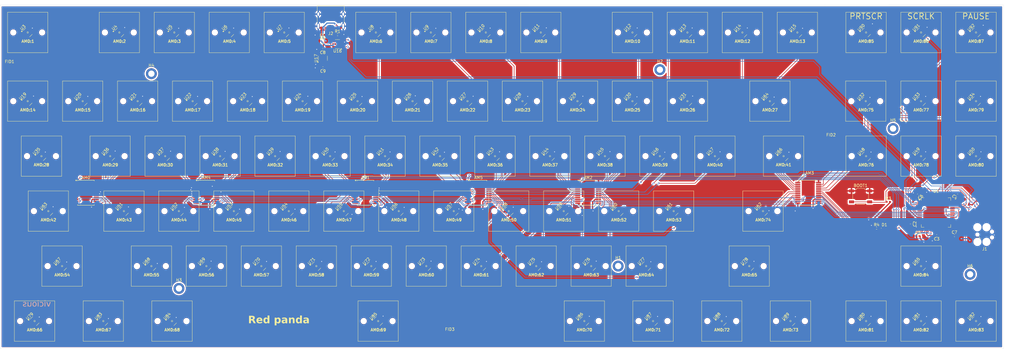
<source format=kicad_pcb>
(kicad_pcb (version 20241229) (generator "pcbnew") (generator_version "9.0")
  (layers (0 "F.Cu" signal) (2 "B.Cu" signal) (13 "F.Paste" user) (15 "B.Paste" user) (5 "F.SilkS" user "F.Silkscreen") (7 "B.SilkS" user "B.Silkscreen") (1 "F.Mask" user) (3 "B.Mask" user) (25 "Edge.Cuts" user))
  (net 0 "")
  (net 1 "AM0:6")
  (net 2 "AM0:14")
  (net 3 "GND")
  (net 4 "AM0:1")
  (net 5 "AM0:2")
  (net 6 "AM0:15")
  (net 7 "AM0:8")
  (net 8 "AM0")
  (net 9 "SELECT0")
  (net 10 "AM0:3")
  (net 11 "SELECT1")
  (net 12 "AM0:4")
  (net 13 "AM0:5")
  (net 14 "AM0:9")
  (net 15 "AM0:7")
  (net 16 "AM0:0")
  (net 17 "SELECT2")
  (net 18 "AM0:10")
  (net 19 "AM0:11")
  (net 20 "SELECT3")
  (net 21 "+5V")
  (net 22 "VBUS")
  (net 23 "Net-(J2-CC1)")
  (net 24 "Net-(J2-CC2)")
  (net 25 "AM1:2")
  (net 26 "AM1:0")
  (net 27 "C2")
  (net 28 "D2")
  (net 29 "C10")
  (net 30 "+3.3V")
  (net 31 "D-")
  (net 32 "B12")
  (net 34 "A4")
  (net 35 "A10")
  (net 36 "D+")
  (net 37 "BOOT0")
  (net 38 "B8")
  (net 39 "C1")
  (net 40 "H1")
  (net 41 "B5")
  (net 42 "H0")
  (net 43 "C11")
  (net 44 "A9")
  (net 45 "B11")
  (net 46 "A15")
  (net 47 "C5")
  (net 48 "A5")
  (net 49 "C0")
  (net 50 "A6")
  (net 51 "B6")
  (net 52 "B7")
  (net 53 "B9")
  (net 54 "B10")
  (net 55 "A14")
  (net 56 "C3")
  (net 57 "B13")
  (net 58 "A8")
  (net 59 "VCAP_1")
  (net 60 "C15")
  (net 61 "B4")
  (net 62 "VCAP_2")
  (net 63 "A13")
  (net 64 "AM1:7")
  (net 65 "AM1:3")
  (net 66 "B2")
  (net 67 "A7")
  (net 68 "B14")
  (net 69 "C4")
  (net 70 "C12")
  (net 71 "B1")
  (net 72 "B0")
  (net 73 "B3")
  (net 74 "B15")
  (net 75 "AM1")
  (net 76 "AM2")
  (net 77 "AM3")
  (net 78 "AM1:12")
  (net 79 "AM1:6")
  (net 80 "AM1:5")
  (net 81 "AM1:4")
  (net 82 "AM1:1")
  (net 83 "AM1:8")
  (net 84 "AM1:9")
  (net 85 "AM2:8")
  (net 86 "AM2:3")
  (net 87 "AM2:15")
  (net 88 "AM2:12")
  (net 89 "AM2:5")
  (net 90 "AM2:1")
  (net 91 "AM2:7")
  (net 92 "AM2:9")
  (net 93 "AM2:13")
  (net 94 "AM2:2")
  (net 95 "AM2:6")
  (net 96 "AM2:0")
  (net 97 "AM2:10")
  (net 98 "AM2:11")
  (net 99 "AM2:14")
  (net 100 "AM2:4")
  (net 101 "AM3:2")
  (net 102 "AM3:1")
  (net 103 "AM3:11")
  (net 104 "AM3:10")
  (net 105 "AM3:7")
  (net 106 "AM3:14")
  (net 107 "AM3:5")
  (net 108 "AM3:0")
  (net 109 "AM3:3")
  (net 110 "AM3:8")
  (net 111 "AM3:13")
  (net 112 "AM3:4")
  (net 113 "AM3:9")
  (net 114 "AM3:15")
  (net 115 "AM3:12")
  (net 116 "AM3:6")
  (net 117 "AM4:0")
  (net 118 "AM4:10")
  (net 119 "AM4:8")
  (net 120 "AM4:6")
  (net 121 "AM4")
  (net 122 "AM4:13")
  (net 123 "AM4:7")
  (net 124 "AM4:14")
  (net 125 "AM4:15")
  (net 126 "AM4:11")
  (net 127 "AM5:14")
  (net 128 "AM5:6")
  (net 129 "AM5")
  (net 130 "AM5:8")
  (net 131 "AM5:7")
  (net 132 "AM5:1")
  (net 133 "AM5:15")
  (net 134 "AM5:3")
  (net 135 "AM5:10")
  (net 136 "AM5:2")
  (net 137 "AM5:5")
  (net 138 "AM5:4")
  (net 139 "AM5:9")
  (net 140 "AM5:12")
  (net 141 "AM5:11")
  (net 142 "AM5:13")
  (net 143 "AM5:0")
  (net 144 "NRST")
  (net 145 "Net-(D1-K)")
  (footprint "hall-effect_kb:HESwitch_1u_SMD" (layer "F.Cu") (at 138.1125 214.3125)
    (property "Reference" "AM0:29")
    (property "Value" "Q" (hide yes))
  )
  (footprint "Resistor_SMD:R_0402_1005Metric" (layer "F.Cu") (at 403.7 239.25)
    (property "Reference" "R4")
    (property "Value" "220")
  )
  (footprint "Package_TO_SOT_SMD:SOT-23" (layer "F.Cu") (at 109.5375 171.45 45)
    (property "Reference" "U3")
    (property "Value" "Hall_Sensor" (hide yes))
  )
  (footprint "Connector:Tag-Connect_TC2030-IDC-FP_2x03_P1.27mm_Vertical" (layer "F.Cu") (at 441.16 241.484)
    (property "Reference" "J1")
    (property "Value" "Conn_ARM_SWD_TagConnect_TC2030")
  )
  (footprint "hall-effect_kb:HESwitch_1u_SMD" (layer "F.Cu") (at 314.325 233.3625)
    (property "Reference" "AM0:52")
    (property "Value" ";" (hide yes))
  )
  (footprint "Package_TO_SOT_SMD:SOT-23" (layer "F.Cu") (at 116.68125 233.3625 45)
    (property "Reference" "U63")
    (property "Value" "Hall_Sensor" (hide yes))
  )
  (footprint "hall-effect_kb:HESwitch_1u_SMD" (layer "F.Cu") (at 328.6125 214.3125)
    (property "Reference" "AM0:39")
    (property "Value" "[" (hide yes))
  )
  (footprint "Fiducial:Fiducial_1mm_Mask2mm" (layer "F.Cu") (at 103.25 183.5)
    (property "Reference" "FID1")
    (property "Value" "Fiducial" (hide yes))
  )
  (footprint "hall-effect_kb:HESwitch_1u_SMD" (layer "F.Cu") (at 285.75 252.4125)
    (property "Reference" "AM0:62")
    (property "Value" "," (hide yes))
  )
  (footprint "Package_TO_SOT_SMD:SOT-23" (layer "F.Cu") (at 230.187087 171.462913 45)
    (property "Reference" "U8")
    (property "Value" "Hall_Sensor" (hide yes))
  )
  (footprint "hall-effect_kb:HESwitch_1u_SMD" (layer "F.Cu") (at 438.15 214.3125)
    (property "Reference" "AM0:80")
    (property "Value" "PGDN" (hide yes))
  )
  (footprint "hall-effect_kb:HESwitch_1u_SMD" (layer "F.Cu") (at 400.05 271.4625)
    (property "Reference" "AM0:81")
    (property "Value" "LEFTARROW" (hide yes))
  )
  (footprint "Package_TO_SOT_SMD:SOT-23" (layer "F.Cu") (at 276.225 233.3625 45)
    (property "Reference" "U58")
    (property "Value" "Hall_Sensor" (hide yes))
  )
  (footprint "hall-effect_kb:HESwitch_1u_SMD" (layer "F.Cu") (at 233.3625 214.3125)
    (property "Reference" "AM0:34")
    (property "Value" "Y" (hide yes))
  )
  (footprint "hall-effect_kb:HESwitch_1u_SMD" (layer "F.Cu") (at 400.05 171.45)
    (property "Reference" "AM0:85")
    (property "Value" "PRTSCR")
  )
  (footprint "Capacitor_SMD:C_0402_1005Metric" (layer "F.Cu") (at 431.546751 227.695466 135)
    (property "Reference" "C4")
    (property "Value" "1 μF")
  )
  (footprint "hall-effect_kb:HESwitch_1u_SMD" (layer "F.Cu") (at 185.7375 195.2625)
    (property "Reference" "AM0:18")
    (property "Value" "4" (hide yes))
  )
  (footprint "hall-effect_kb:HESwitch_1u_SMD" (layer "F.Cu") (at 438.15 171.45)
    (property "Reference" "AM0:87")
    (property "Value" "PAUSE")
  )
  (footprint "Package_TO_SOT_SMD:SOT-23" (layer "F.Cu") (at 347.6625 214.3125 45)
    (property "Reference" "U47")
    (property "Value" "Hall_Sensor" (hide yes))
  )
  (footprint "hall-effect_kb:HESwitch_1u_SMD" (layer "F.Cu") (at 252.4125 214.3125)
    (property "Reference" "AM0:35")
    (property "Value" "U" (hide yes))
  )
  (footprint "hall-effect_kb:HESwitch_1u_SMD" (layer "F.Cu") (at 323.85 252.4125)
    (property "Reference" "AM0:64")
    (property "Value" "/" (hide yes))
  )
  (footprint "Package_TO_SOT_SMD:SOT-23" (layer "F.Cu") (at 338.1375 195.2625 45)
    (property "Reference" "U31")
    (property "Value" "Hall_Sensor" (hide yes))
  )
  (footprint "hall-effect_kb:HESwitch_1.25u_SMD" (layer "F.Cu") (at 302.41875 271.4625)
    (property "Reference" "AM0:70")
    (property "Value" "RIGHT ALT" (hide yes))
  )
  (footprint "hall-effect_kb:HESwitch_1u_SMD" (layer "F.Cu") (at 128.5875 195.2625)
    (property "Reference" "AM0:15")
    (property "Value" "1" (hide yes))
  )
  (footprint "Resistor_SMD:R_0402_1005Metric" (layer "F.Cu") (at 216.913774 172.25)
    (property "Reference" "R1")
    (property "Value" "5,1kΩ")
  )
  (footprint "hall-effect_kb:HESwitch_1.25u_SMD" (layer "F.Cu") (at 373.85625 271.4625)
    (property "Reference" "AM0:73")
    (property "Value" "RIGHT CTRL" (hide yes))
  )
  (footprint "hall-effect_kb:HESwitch_1u_SMD" (layer "F.Cu") (at 171.45 252.4125)
    (property "Reference" "AM0:56")
    (property "Value" "X" (hide yes))
  )
  (footprint "Package_TO_SOT_SMD:SOT-23" (layer "F.Cu") (at 252.4125 214.3125 45)
    (property "Reference" "U42")
    (property "Value" "Hall_Sensor" (hide yes))
  )
  (footprint "Package_TO_SOT_SMD:SOT-23" (layer "F.Cu") (at 257.175 233.3625 45)
    (property "Reference" "U57")
    (property "Value" "Hall_Sensor" (hide yes))
  )
  (footprint "Package_TO_SOT_SMD:SOT-23" (layer "F.Cu") (at 138.1125 214.3125 45)
    (property "Reference" "U36")
    (property "Value" "Hall_Sensor" (hide yes))
  )
  (footprint "hall-effect_kb:HESwitch_1u_SMD" (layer "F.Cu") (at 276.225 233.3625)
    (property "Reference" "AM0:50")
    (property "Value" "K" (hide yes))
  )
  (footprint "hall-effect_kb:HESwitch_1u_SMD" (layer "F.Cu") (at 419.1 252.4125)
    (property "Reference" "AM0:84")
    (property "Value" "UPARROW" (hide yes))
  )
  (footprint "hall-effect_kb:HESwitch_1u_SMD" (layer "F.Cu") (at 198.4375 171.458839)
    (property "Reference" "AM0:5")
    (property "Value" "F4" (hide yes))
  )
  (footprint "hall-effect_kb:HESwitch_1u_SMD" (layer "F.Cu") (at 290.5125 214.3125)
    (property "Reference" "AM0:37")
    (property "Value" "O" (hide yes))
  )
  (footprint "Package_TO_SOT_SMD:SOT-23" (layer "F.Cu") (at 180.975 233.3625 45)
    (property "Reference" "U53")
    (property "Value" "Hall_Sensor" (hide yes))
  )
  (footprint "Package_TO_SOT_SMD:SOT-23" (layer "F.Cu") (at 419.1 252.4125 45)
    (property "Reference" "U65")
    (property "Value" "Hall_Sensor" (hide yes))
  )
  (footprint "MountingHole:MountingHole_2.2mm_M2_DIN965_Pad" (layer "F.Cu") (at 152.4 185.7375)
    (property "Reference" "H4")
    (property "Value" "MountingHole" (hide yes))
  )
  (footprint "Capacitor_SMD:C_0402_1005Metric" (layer "F.Cu") (at 211.788774 177.25 180)
    (property "Reference" "C8")
    (property "Value" "1 μF")
  )
  (footprint "Package_TO_SOT_SMD:SOT-23" (layer "F.Cu") (at 304.8 252.4125 45)
    (property "Reference" "U76")
    (property "Value" "Hall_Sensor" (hide yes))
  )
  (footprint "hall-effect_kb:HESwitch_1u_SMD" (layer "F.Cu") (at 147.6375 195.2625)
    (property "Reference" "AM0:16")
    (property "Value" "2" (hide yes))
  )
  (footprint "Package_TO_SOT_SMD:SOT-23" (layer "F.Cu") (at 438.15 195.2625 45)
    (property "Reference" "U34")
    (property "Value" "Hall_Sensor" (hide yes))
  )
  (footprint "hall-effect_kb:HESwitch_1u_SMD" (layer "F.Cu") (at 176.2125 214.3125)
    (property "Reference" "AM0:31")
    (property "Value" "E" (hide yes))
  )
  (footprint "Package_TO_SOT_SMD:SOT-23" (layer "F.Cu") (at 359.56875 252.4125 45)
    (property "Reference" "U78")
    (property "Value" "Hall_Sensor" (hide yes))
  )
  (footprint "Fiducial:Fiducial_1mm_Mask2mm" (layer "F.Cu") (at 387.9 208.9)
    (property "Reference" "FID2")
    (property "Value" "Fiducial" (hide yes))
  )
  (footprint "Package_TO_SOT_SMD:SOT-23" (layer "F.Cu") (at 223.8375 195.2625 45)
    (property "Reference" "U25")
    (property "Value" "Hall_Sensor" (hide yes))
  )
  (footprint "hall-effect_kb:HESwitch_1u_SMD" (layer "F.Cu") (at 438.15 195.2625)
    (property "Reference" "AM0:79")
    (property "Value" "PGUP" (hide yes))
  )
  (footprint "hall-effect_kb:HESwitch_1u_SMD" (layer "F.Cu") (at 109.5375 195.2625)
    (property "Reference" "AM0:14")
    (property "Value" "TILDE" (hide yes))
  )
  (footprint "Package_TO_SOT_SMD:SOT-23" (layer "F.Cu") (at 195.2625 214.3125 45)
    (property "Reference" "U39")
    (property "Value" "Hall_Sensor" (hide yes))
  )
  (footprint "Fiducial:Fiducial_1mm_Mask2mm" (layer "F.Cu") (at 252.7 274.05)
    (property "Reference" "FID3")
    (property "Value" "Fiducial" (hide yes))
  )
  (footprint "Package_TO_SOT_SMD:SOT-23" (layer "F.Cu") (at 438.15 271.4625 45)
    (property "Reference" "U82")
    (property "Value" "Hall_Sensor" (hide yes))
  )
  (footprint "Package_SO:SSOP-24_5.3x8.2mm_P0.65mm" (layer "F.Cu") (at 129.7 227)
    (property "Reference" "AM0")
    (property "Value" "CD74HC4067SM" (hide yes))
  )
  (footprint "hall-effect_kb:HESwitch_1u_SMD" (layer "F.Cu") (at 249.2375 171.458839)
    (property "Reference" "AM0:7")
    (property "Value" "F6" (hide yes))
  )
  (footprint "hall-effect_kb:HESwitch_1u_SMD" (layer "F.Cu") (at 166.6875 195.2625)
    (property "Reference" "AM0:17")
    (property "Value" "3" (hide yes))
  )
  (footprint "hall-effect_kb:HESwitch_1.75u_SMD" (layer "F.Cu") (at 116.68125 233.3625)
    (property "Reference" "AM0:42")
    (property "Value" "CAPS" (hide yes))
  )
  (footprint "hall-effect_kb:HESwitch_1u_SMD" (layer "F.Cu") (at 195.2625 214.3125)
    (property "Reference" "AM0:32")
    (property "Value" "R" (hide yes))
  )
  (footprint "hall-effect_kb:HESwitch_1.25u_SMD" (layer "F.Cu") (at 135.73125 271.4625)
    (property "Reference" "AM0:67")
    (property "Value" "WINKEY" (hide yes))
  )
  (footprint "Package_TO_SOT_SMD:SOT-23" (layer "F.Cu") (at 419.1 171.45 45)
    (property "Reference" "U91")
    (property "Value" "Hall_Sensor")
  )
  (footprint "hall-effect_kb:HESwitch_1u_SMD" (layer "F.Cu") (at 179.3875 171.458839)
    (property "Reference" "AM0:4")
    (property "Value" "F3" (hide yes))
  )
  (footprint "hall-effect_kb:HESwitch_1u_SMD" (layer "F.Cu") (at 228.6 252.4125)
    (property "Reference" "AM0:59")
    (property "Value" "B" (hide yes))
  )
  (footprint "Capacitor_SMD:C_0402_1005Metric" (layer "F.Cu") (at 430.675 241.845466)
    (property "Reference" "C7")
    (property "Value" "10 μF")
  )
  (footprint "hall-effect_kb:HESwitch_1u_SMD" (layer "F.Cu") (at 190.5 252.4125)
    (property "Reference" "AM0:57")
    (property "Value" "C" (hide yes))
  )
  (footprint "hall-effect_kb:HESwitch_1u_SMD" (layer "F.Cu") (at 266.7 252.4125)
    (property "Reference" "AM0:61")
    (property "Value" "M" (hide yes))
  )
  (footprint "Package_TO_SOT_SMD:SOT-23" (layer "F.Cu") (at 238.125 233.3625 45)
    (property "Reference" "U56")
    (property "Value" "Hall_Sensor" (hide yes))
  )
  (footprint "Package_SO:SSOP-24_5.3x8.2mm_P0.65mm" (layer "F.Cu") (at 303.74 227)
    (property "Reference" "AM2")
    (property "Value" "CD74HC4067SM" (hide yes))
  )
  (footprint "Package_TO_SOT_SMD:SOT-23" (layer "F.Cu") (at 157.1625 214.3125 45)
    (property "Reference" "U37")
    (property "Value" "Hall_Sensor" (hide yes))
  )
  (footprint "Package_TO_SOT_SMD:SOT-23" (layer "F.Cu") (at 438.15 171.45 45)
    (property "Reference" "U92")
    (property "Value" "Hall_Sensor")
  )
  (footprint "hall-effect_kb:HESwitch_1u_SMD" (layer "F.Cu") (at 242.8875 195.2625)
    (property "Reference" "AM0:21")
    (property "Value" "7" (hide yes))
  )
  (footprint "Package_TO_SOT_SMD:SOT-23" (layer "F.Cu") (at 364.33125 233.3625 45)
    (property "Reference" "U62")
    (property "Value" "Hall_Sensor" (hide yes))
  )
  (footprint "hall-effect_kb:HESwitch_1u_SMD" (layer "F.Cu") (at 230.1875 171.458839)
    (property "Reference" "AM0:6")
    (property "Value" "F5" (hide yes))
  )
  (footprint "Package_TO_SOT_SMD:SOT-23" (layer "F.Cu") (at 295.275 233.3625 45)
    (property "Reference" "U59")
    (property "Value" "Hall_Sensor" (hide yes))
  )
  (footprint "Package_TO_SOT_SMD:SOT-23" (layer "F.Cu") (at 261.9375 195.2625 45)
    (property "Reference" "U27")
    (property "Value" "Hall_Sensor" (hide yes))
  )
  (footprint "Package_TO_SOT_SMD:SOT-23" (layer "F.Cu") (at 147.637087 195.262913 45)
    (property "Reference" "U21")
    (property "Value" "Hall_Sensor" (hide yes))
  )
  (footprint "hall-effect_kb:HESwitch_1u_SMD" (layer "F.Cu") (at 238.125 233.3625)
    (property "Reference" "AM0:48")
    (property "Value" "H" (hide yes))
  )
  (footprint "hall-effect_kb:HESwitch_1.5u_SMD" (layer "F.Cu") (at 114.3 214.3125)
    (property "Reference" "AM0:28")
    (property "Value" "TAB" (hide yes))
  )
  (footprint "Package_TO_SOT_SMD:SOT-23" (layer "F.Cu") (at 128.5875 195.2625 45)
    (property "Reference" "U20")
    (property "Value" "Hall_Sensor" (hide yes))
  )
  (footprint "hall-effect_kb:HESwitch_1u_SMD" (layer "F.Cu") (at 152.4 252.4125)
    (property "Reference" "AM0:55")
    (property "Value" "Z" (hide yes))
  )
  (footprint "Package_TO_SOT_SMD:SOT-23" (layer "F.Cu") (at 219.075 233.45 45)
    (property "Reference" "U55")
    (property "Value" "Hall_Sensor" (hide yes))
  )
  (footprint "hall-effect_kb:HESwitch_1u_SMD" (layer "F.Cu") (at 338.1375 195.2625)
    (property "Reference" "AM0:26")
    (property "Value" "=" (hide yes))
  )
  (footprint "hall-effect_kb:HESwitch_2.75u_SMD" (layer "F.Cu") (at 359.56875 252.4125)
    (property "Reference" "AM0:65")
    (property "Value" "RIGHT SHIFT" (hide yes))
  )
  (footprint "Package_TO_SOT_SMD:SOT-23" (layer "F.Cu") (at 247.65 252.4125 45)
    (property "Reference" "U73")
    (property "Value" "Hall_Sensor" (hide yes))
  )
  (footprint "hall-effect_kb:HESwitch_2u_SMD" (layer "F.Cu") (at 366.7125 195.2625)
    (property "Reference" "AM0:27")
    (property "Value" "BACKSPACE" (hide yes))
  )
  (footprint "hall-effect_kb:HESwitch_1u_SMD" (layer "F.Cu") (at 214.3125 214.3125)
    (property "Reference" "AM0:33")
    (property "Value" "T" (hide yes))
  )
  (footprint "MountingHole:MountingHole_2.2mm_M2_DIN965_Pad" (layer "F.Cu") (at 314.15 252.4)
    (property "Reference" "H1")
    (property "Value" "MountingHole" (hide yes))
  )
  (footprint "hall-effect_kb:HESwitch_1.5u_SMD" (layer "F.Cu") (at 371.475 214.3125)
    (property "Reference" "AM0:41")
    (property "Value" "\\" (hide yes))
  )
  (footprint "Package_TO_SOT_SMD:SOT-23" (layer "F.Cu") (at 266.7 252.4125 45)
    (property "Reference" "U74")
    (property "Value" "Hall_Sensor" (hide yes))
  )
  (footprint "Package_TO_SOT_SMD:SOT-23" (layer "F.Cu") (at 179.3875 171.458839 45)
    (property "Reference" "U6")
    (property "Value" "Hall_Sensor" (hide yes))
  )
  (footprint "hall-effect_kb:HESwitch_1u_SMD" (layer "F.Cu") (at 400.05 214.3125)
    (property "Reference" "AM0:76")
    (property "Value" "DEL" (hide yes))
  )
  (footprint "Package_TO_SOT_SMD:SOT-23" (layer "F.Cu") (at 152.4 252.4125 45)
    (property "Reference" "U68")
    (property "Value" "Hall_Sensor" (hide yes))
  )
  (footprint "Package_TO_SOT_SMD:SOT-23" (layer "F.Cu") (at 185.7375 195.2625 45)
    (property "Reference" "U23")
    (property "Value" "Hall_Sensor" (hide yes))
  )
  (footprint "Package_TO_SOT_SMD:SOT-23" (layer "F.Cu") (at 135.73125 271.4625 45)
    (property "Reference" "U83")
    (property "Value" "Hall_Sensor" (hide yes))
  )
  (footprint "Package_TO_SOT_SMD:SOT-23" (layer "F.Cu") (at 300.0375 195.2625 45)
    (property "Reference" "U29")
    (property "Value" "Hall_Sensor" (hide yes))
  )
  (footprint "Package_TO_SOT_SMD:SOT-23" (layer "F.Cu") (at 271.4625 214.3125 45)
    (property "Reference" "U43")
    (property "Value" "Hall_Sensor" (hide yes))
  )
  (footprint "hall-effect_kb:HESwitch_1u_SMD" (layer "F.Cu") (at 309.5625 214.3125)
    (property "Reference" "AM0:38")
    (property "Value" "P" (hide yes))
  )
  (footprint "Resistor_SMD:R_0402_1005Metric" (layer "F.Cu") (at 211.813774 172.3 180)
    (property "Reference" "R2")
    (property "Value" "5,1kΩ")
  )
  (footprint "Package_TO_SOT_SMD:SOT-23" (layer "F.Cu") (at 400.05 271.55 45)
    (property "Reference" "U80")
    (property "Value" "Hall_Sensor" (hide yes))
  )
  (footprint "MountingHole:MountingHole_2.2mm_M2_DIN965_Pad" (layer "F.Cu") (at 161.95 260.15)
    (property "Reference" "H3")
    (property "Value" "MountingHole" (hide yes))
  )
  (footprint "Package_TO_SOT_SMD:SOT-23" (layer "F.Cu") (at 419.1 195.2625 45)
    (property "Reference" "U33")
    (property "Value" "Hall_Sensor" (hide yes))
  )
  (footprint "Package_TO_SOT_SMD:SOT-23" (layer "F.Cu") (at 302.41875 271.4625 45)
    (property "Reference" "U86")
    (property "Value" "Hall_Sensor" (hide yes))
  )
  (footprint "Package_SO:SSOP-24_5.3x8.2mm_P0.65mm" (layer "F.Cu") (at 265.75 227)
    (property "Reference" "AM5")
    (property "Value" "CD74HC4067SM" (hide yes))
  )
  (footprint "hall-effect_kb:HESwitch_1u_SMD" (layer "F.Cu") (at 161.925 233.3625)
    (property "Reference" "AM0:44")
    (property "Value" "S" (hide yes))
  )
  (footprint "Capacitor_SMD:C_0402_1005Metric" (layer "F.Cu") (at 418.025 241.995466)
    (property "Reference" "C5")
    (property "Value" "1 μF")
  )
  (footprint "Package_TO_SOT_SMD:SOT-23" (layer "F.Cu") (at 357.1875 171.546339 45)
    (property "Reference" "U14")
    (property "Value" "Hall_Sensor" (hide yes))
  )
  (footprint "hall-effect_kb:HESwitch_1.25u_SMD" (layer "F.Cu") (at 326.23125 271.4625)
    (property "Reference" "AM0:71")
    (property "Value" "RIGHT FN" (hide yes))
  )
  (footprint "Package_TO_SOT_SMD:SOT-23" (layer "F.Cu") (at 114.287087 214.312913 45)
    (property "Reference" "U35")
    (property "Value" "Hall_Sensor" (hide yes))
  )
  (footprint "hall-effect_kb:HESwitch_1u_SMD" (layer "F.Cu") (at 200.025 233.3625)
    (property "Reference" "AM0:46")
    (property "Value" "F" (hide yes))
  )
  (footprint "Package_TO_SOT_SMD:SOT-23" (layer "F.Cu") (at 166.6875 195.35 45)
    (property "Reference" "U22")
    (property "Value" "Hall_Sensor" (hide yes))
  )
  (footprint "Package_TO_SOT_SMD:SOT-23" (layer "F.Cu") (at 309.5625 214.3125 45)
    (property "Reference" "U45")
    (property "Value" "Hall_Sensor" (hide yes))
  )
  (footprint "Package_TO_SOT_SMD:SOT-23" (layer "F.Cu") (at 350.04375 271.4625 45)
    (property "Reference" "U88")
    (property "Value" "Hall_Sensor" (hide yes))
  )
  (footprint "hall-effect_kb:HESwitch_1u_SMD" (layer "F.Cu") (at 357.1875 171.458839)
    (property "Reference" "AM0:12")
    (property "Value" "F11" (hide yes))
  )
  (footprint "Capacitor_SMD:C_0402_1005Metric" (layer "F.Cu") (at 415.775 237.795465 -90)
    (property "Reference" "C2")
    (property "Value" "1 μF")
  )
  (footprint "hall-effect_kb:HESwitch_1u_SMD" (layer "F.Cu") (at 319.0875 171.458839)
    (property "Reference" "AM0:10")
    (property "Value" "F9" (hide yes))
  )
  (footprint "hall-effect_kb:HESwitch_1u_SMD" (layer "F.Cu") (at 261.9375 195.2625)
    (property "Reference" "AM0:22")
    (property "Value" "8" (hide yes))
  )
  (footprint "hall-effect_kb:HESwitch_1u_SMD" (layer "F.Cu") (at 300.0375 195.2625)
    (property "Reference" "AM0:24")
    (property "Value" "0" (hide yes))
  )
  (footprint "Package_TO_SOT_SMD:SOT-23" (layer "F.Cu") (at 319.0875 171.458839 45)
    (property "Reference" "U12")
    (property "Value" "Hall_Sensor" (hide yes))
  )
  (footprint "hall-effect_kb:HESwitch_1u_SMD" (layer "F.Cu") (at 347.6625 214.3125)
    (property "Reference" "AM0:40")
    (property "Value" "]" (hide yes))
  )
  (footprint "hall-effect_kb:HESwitch_1u_SMD" (layer "F.Cu") (at 333.375 233.3625)
    (property "Reference" "AM0:53")
    (property "Value" "'" (hide yes))
  )
  (footprint "MountingHole:MountingHole_2.2mm_M2_DIN965_Pad" (layer "F.Cu") (at 328.6 184.35)
    (property "Reference" "H2")
    (property "Value" "MountingHole" (hide yes))
  )
  (footprint "Package_TO_SOT_SMD:SOT-23" (layer "F.Cu") (at 290.5125 214.3125 45)
    (property "Reference" "U44")
    (property "Value" "Hall_Sensor" (hide yes))
  )
  (footprint "Package_TO_SOT_SMD:SOT-23" (layer "F.Cu") (at 190.5 252.4125 45)
    (property "Reference" "U70")
    (property "Value" "Hall_Sensor" (hide yes))
  )
  (footprint "Package_TO_SOT_SMD:SOT-23" (layer "F.Cu") (at 233.3625 214.3125 45)
    (property "Reference" "U41")
    (property "Value" "Hall_Sensor" (hide yes))
  )
  (footprint "Fuse:Fuse_1206_3216Metric" (layer "F.Cu") (at 211.6 174.35)
    (property "Reference" "F1")
    (property "Value" "500mA")
  )
  (footprint "Package_TO_SOT_SMD:SOT-23" (layer "F.Cu") (at 366.7125 195.2625 45)
    (property "Reference" "U64")
    (property "Value" "Hall_Sensor" (hide yes))
  )
  (footprint "hall-effect_kb:HESwitch_1u_SMD" (layer "F.Cu") (at 438.15 271.4625)
    (property "Reference" "AM0:83")
    (property "Value" "RIGHTARROW" (hide yes))
  )
  (footprint "hall-effect_kb:HESwitch_1.25u_SMD" (layer "F.Cu") (at 350.04375 271.4625)
    (property "Reference" "AM0:72")
    (property "Value" "RIGHT SUPER" (hide yes))
  )
  (footprint "Package_SO:SSOP-24_5.3x8.2mm_P0.65mm" (layer "F.Cu") (at 171.45 227)
    (property "Reference" "AM4")
    (property "Value" "CD74HC4067SM" (hide yes))
  )
  (footprint "hall-effect_kb:HESwitch_1u_SMD" (layer "F.Cu") (at 160.3375 171.458839)
    (property "Reference" "AM0:3")
    (property "Value" "F2" (hide yes))
  )
  (footprint "Package_TO_SOT_SMD:SOT-23" (layer "F.Cu") (at 400.05 214.4 45)
    (property "Reference" "U48")
    (property "Value" "Hall_Sensor" (hide yes))
  )
  (footprint "hall-effect_kb:HESwitch_1u_SMD" (layer "F.Cu") (at 319.0875 195.2625)
    (property "Reference" "AM0:25")
    (property "Value" "-" (hide yes))
  )
  (footprint "hall-effect_kb:HESwitch_1u_SMD" (layer "F.Cu") (at 280.9875 195.2625)
    (property "Reference" "AM0:23")
    (property "Value" "9" (hide yes))
  )
  (footprint "Package_SO:SSOP-24_5.3x8.2mm_P0.65mm" (layer "F.Cu") (at 226.55 227)
    (property "Reference" "AM1")
    (property "Value" "CD74HC4067SM" (hide yes))
  )
  (footprint "Package_TO_SOT_SMD:SOT-23" (layer "F.Cu") (at 328.6125 214.3125 45)
    (property "Reference" "U46")
    (property "Value" "Hall_Sensor" (hide yes))
  )
  (footprint "hall-effect_kb:HESwitch_1u_SMD" (layer "F.Cu") (at 142.875 233.3625)
    (property "Reference" "AM0:43")
    (property "Value" "A" (hide yes))
  )
  (footprint "Package_TO_SOT_SMD:SOT-23" (layer "F.Cu") (at 376.2375 171.546339 45)
    (property "Reference" "U15")
    (property "Value" "Hall_Sensor" (hide yes))
  )
  (footprint "hall-effect_kb:HESwitch_1u_SMD" (layer "F.Cu") (at 304.8 252.4125)
    (property "Reference" "AM0:63")
    (property "Value" "." (hide yes))
  )
  (footprint "hall-effect_kb:HESwitch_1u_SMD" (layer "F.Cu") (at 157.1625 214.3125)
    (property "Reference" "AM0:30")
    (property "Value" "W" (hide yes))
  )
  (footprint "hall-effect_kb:HESwitch_1u_SMD" (layer "F.Cu") (at 419.1 171.45)
    (property "Reference" "AM0:86")
    (property "Value" "SCRLK")
  )
  (footprint "Package_TO_SOT_SMD:SOT-23" (layer "F.Cu") (at 242.8875 195.2625 45)
    (property "Reference" "U26")
    (property "Value" "Hall_Sensor" (hide yes))
  )
  (footprint "LED_SMD:LED_0402_1005Metric" (layer "F.Cu") (at 406.4 239.25)
    (property "Reference" "D1")
    (property "Value" "LED")
  )
  (footprint "hall-effect_kb:HESwitch_1u_SMD" (layer "F.Cu") (at 219.075 233.3625)
    (property "Reference" "AM0:47")
    (property "Value" "G" (hide yes))
  )
  (footprint "Capacitor_SMD:C_0402_1005Metric" (layer "F.Cu") (at 424.525 241.845466 180)
    (property "Reference" "C3")
    (property "Value" "1 μF")
  )
  (footprint "MountingHole:MountingHole_2.2mm_M2_DIN965_Pad" (layer "F.Cu") (at 409.4 204.75)
    (property "Reference" "H5")
    (property "Value" "MountingHole" (hide yes))
  )
  (footprint "Package_TO_SOT_SMD:SOT-23" (layer "F.Cu") (at 204.7875 195.2625 45)
    (property "Reference" "U24")
    (property "Value" "Hall_Sensor" (hide yes))
  )
  (footprint "hall-effect_kb:HESwitch_1u_SMD" (layer "F.Cu") (at 247.65 252.4125)
    (property "Reference" "AM0:60")
    (property "Value" "N" (hide yes))
  )
  (footprint "Package_TO_SOT_SMD:SOT-23" (layer "F.Cu") (at 338.1375 171.546339 45)
    (property "Reference" "U13")
    (property "Value" "Hall_Sensor" (hide yes))
  )
  (footprint "hall-effect_kb:HESwitch_6.25u_SMD" (layer "F.Cu") (at 230.98125 271.4625)
    (property "Reference" "AM0:69")
    (property "Value" "SPACE" (hide yes))
  )
  (footprint "hall-effect_kb:HESwitch_1u_SMD" (layer "F.Cu") (at 141.2875 171.458839)
    (property "Reference" "AM0:2")
    (property "Value" "F1" (hide yes))
  )
  (footprint "hall-effect_kb:HESwitch_1u_SMD" (layer "F.Cu") (at 287.3375 171.458839)
    (property "Reference" "AM0:9")
    (property "Value" "F8" (hide yes))
  )
  (footprint "Connector_USB:USB_C_Receptacle_HRO_TYPE-C-31-M-12" (layer "F.Cu") (at 214.538774 166.15 180)
    (property "Reference" "J2")
    (property "Value" "USB_C")
  )
  (footprint "hall-effect_kb:HESwitch_1.25u_SMD" (layer "F.Cu") (at 111.91875 271.4625)
    (property "Reference" "AM0:66")
    (property "Value" "LEFT CTRL" (hide yes))
  )
  (footprint "Package_TO_SOT_SMD:SOT-23-6" (layer "F.Cu") (at 216.888774 175.472499 180)
    (property "Reference" "U16")
    (property "Value" "USBLC6-2SC6" (hide yes))
  )
  (footprint "Package_QFP:LQFP-64_10x10mm_P0.5mm" (layer "F.Cu") (at 424.3 233.845466)
    (property "Reference" "U1")
    (property "Value" "STM32F405RGTx" (hide yes))
  )
  (footprint "hall-effect_kb:HESwitch_1u_SMD" (layer "F.Cu") (at 209.55 252.4125)
    (property "Reference" "AM0:58")
    (property "Value" "V" (hide yes))
  )
  (footprint "Package_TO_SOT_SMD:SOT-23" (layer "F.Cu") (at 287.3375 171.458839 45)
    (property "Reference" "U11")
    (property "Value" "Hall_Sensor" (hide yes))
  )
  (footprint "Package_TO_SOT_SMD:SOT-23" (layer "F.Cu") (at 249.237087 171.462913 45)
    (property "Reference" "U9")
    (property "Value" "Hall_Sensor" (hide yes))
  )
  (footprint "Package_TO_SOT_SMD:SOT-23" (layer "F.Cu") (at 200.025 233.3625 45)
    (property "Reference" "U54")
    (property "Value" "Hall_Sensor" (hide yes))
  )
  (footprint "Package_TO_SOT_SMD:SOT-23" (layer "F.Cu") (at 326.23125 271.4625 45)
    (property "Reference" "U87")
    (property "Value" "Hall_Sensor" (hide yes))
  )
  (footprint "MountingHole:MountingHole_2.2mm_M2_DIN965_Pad" (layer "F.Cu") (at 436.1 255.25)
    (property "Reference" "H6")
    (property "Value" "MountingHole" (hide yes))
  )
  (footprint "hall-effect_kb:HESwitch_2.25u_SMD" (layer "F.Cu") (at 121.44375 252.4125)
    (property "Reference" "AM0:54")
    (property "Value" "LEFT SHIFT" (hide yes))
  )
  (footprint "Package_TO_SOT_SMD:SOT-23" (layer "F.Cu") (at 280.9875 195.2625 45)
    (property "Reference" "U28")
    (property "Value" "Hall_Sensor" (hide yes))
  )
  (footprint "hall-effect_kb:HESwitch_1u_SMD" (layer "F.Cu") (at 271.4625 214.3125)
    (property "Reference" "AM0:36")
    (property "Value" "I" (hide yes))
  )
  (footprint "Package_TO_SOT_SMD:SOT-23" (layer "F.Cu") (at 171.45 252.4125 45)
    (property "Reference" "U69")
    (property "Value" "Hall_Sensor" (hide yes))
  )
  (footprint "Package_TO_SOT_SMD:SOT-23" (layer "F.Cu") (at 399.9375 195.35 45)
    (property "Reference" "U32")
    (property "Value" "Hall_Sensor" (hide yes))
  )
  (footprint "Package_TO_SOT_SMD:SOT-23" (layer "F.Cu") (at 230.98125 271.4625 45)
    (property "Reference" "U85")
    (property "Value" "Hall_Sensor" (hide yes))
  )
  (footprint "Package_TO_SOT_SMD:SOT-23" (layer "F.Cu") (at 419.1 271.4625 45)
    (property "Reference" "U81")
    (property "Value" "Hall_Sensor" (hide yes))
  )
  (footprint "hall-effect_kb:HESwitch_1u_SMD" (layer "F.Cu") (at 295.275 233.3625)
    (property "Reference" "AM0:51")
    (property "Value" "L" (hide yes))
  )
  (footprint "hall-effect_kb:HESwitch_2.25u_SMD" (layer "F.Cu") (at 364.33125 233.3625)
    (property "Reference" "AM0:74")
    (property "Value" "ENTER" (hide yes))
  )
  (footprint "hall-effect_kb:HESwitch_1u_SMD" (layer "F.Cu") (at 376.2375 171.458839)
    (property "Reference" "AM0:13")
    (property "Value" "F12" (hide yes))
  )
  (footprint "Capacitor_SMD:C_0402_1005Metric" (layer "F.Cu") (at 211.838774 183.7 180)
    (property "Reference" "C9")
    (property "Value" "1 μF")
  )
  (footprint "Capacitor_SMD:C_0402_1005Metric" (layer "F.Cu") (at 418.125 227.695466 -135)
    (property "Reference" "C6")
    (property "Value" "1 μF")
  )
  (footprint "Package_TO_SOT_SMD:SOT-23" (layer "F.Cu") (at 142.875 233.3625 45)
    (property "Reference" "U51")
    (property "Value" "Hall_Sensor" (hide yes))
  )
  (footprint "Package_TO_SOT_SMD:SOT-23" (layer "F.Cu") (at 333.375 233.3625 45)
    (property "Reference" "U61")
    (property "Value" "Hall_Sensor" (hide yes))
  )
  (footprint "Package_TO_SOT_SMD:SOT-23" (layer "F.Cu") (at 209.55 252.4125 45)
    (property "Reference" "U71")
    (property "Value" "Hall_Sensor" (hide yes))
  )
  (footprint "hall-effect_kb:HESwitch_1u_SMD" (layer "F.Cu") (at 338.1375 171.458839)
    (property "Reference" "AM0:11")
    (property "Value" "F10" (hide yes))
  )
  (footprint "Package_TO_SOT_SMD:SOT-23" (layer "F.Cu") (at 214.3125 214.312913 45)
    (property "Reference" "U40")
    (property "Value" "Hall_Sensor" (hide yes))
  )
  (footprint "hall-effect_kb:HESwitch_1u_SMD" (layer "F.Cu") (at 419.1 214.3125)
    (property "Reference" "AM0:78")
    (property "Value" "END" (hide yes))
  )
  (footprint "hall-effect_kb:HESwitch_1u_SMD" (layer "F.Cu") (at 180.975 233.3625)
    (property "Reference" "AM0:45")
    (property "Value" "D" (hide yes))
  )
  (footprint "Package_TO_SOT_SMD:SOT-23" (layer "F.Cu") (at 371.475 214.4 45)
    (property "Reference" "U66")
    (property "Value" "Hall_Sensor" (hide yes))
  )
  (footprint "Package_TO_SOT_SMD:SOT-23" (layer "F.Cu") (at 111.91875 271.4625 45)
    (property "Reference" "U79")
    (property "Value" "Hall_Sensor" (hide yes))
  )
  (footprint "Package_TO_SOT_SMD:SOT-23" (layer "F.Cu") (at 160.337087 171.458839 45)
    (property "Reference" "U5")
    (property "Value" "Hall_Sensor" (hide yes))
  )
  (footprint "Package_TO_SOT_SMD:SOT-23" (layer "F.Cu") (at 121.44375 252.4125 45)
    (property "Reference" "U67")
    (property "Value" "Hall_Sensor" (hide yes))
  )
  (footprint "hall-effect_kb:HESwitch_1.25u_SMD" (layer "F.Cu") (at 159.54375 271.4625)
    (property "Reference" "AM0:68")
    (property "Value" "LEFT ALT" (hide yes))
  )
  (footprint "hall-effect_kb:HESwitch_1u_SMD" (layer "F.Cu") (at 223.8375 195.2625)
    (property "Reference" "AM0:20")
    (property "Value" "6" (hide yes))
  )
  (footprint "hall-effect_kb:HESwitch_1u_SMD" (layer "F.Cu") (at 257.175 233.3625)
    (property "Reference" "AM0:49")
    (property "Value" "J" (hide yes))
  )
  (footprint "Package_SO:SSOP-24_5.3x8.2mm_P0.65mm" (layer "F.Cu") (at 380 227)
    (property "Reference" "AM3")
    (property "Value" "CD74HC4067SM" (hide yes))
  )
  (footprint "Package_TO_SOT_SMD:SOT-23" (layer "F.Cu") (at 268.2875 171.546339 45)
    (property "Reference" "U10")
    (property "Value" "Hall_Sensor" (hide yes))
  )
  (footprint "Package_TO_SOT_SMD:SOT-23" (layer "F.Cu") (at 314.325 233.45 45)
    (property "Reference" "U60")
    (property "Value" "Hall_Sensor" (hide yes))
  )
  (footprint "Package_TO_SOT_SMD:SOT-23" (layer "F.Cu") (at 176.2125 214.3125 45)
    (property "Reference" "U38")
    (property "Value" "Hall_Sensor" (hide yes))
  )
  (footprint "hall-effect_kb:HESwitch_1u_SMD" (layer "F.Cu") (at 268.2875 171.458839)
    (property "Reference" "AM0:8")
    (property "Value" "F7" (hide yes))
  )
  (footprint "hall-effect_kb:HESwitch_1u_SMD" (layer "F.Cu") (at 204.7875 195.2625)
    (property "Reference" "AM0:19")
    (property "Value" "5" (hide yes))
  )
  (footprint "hall-effect_kb:HESwitch_1u_SMD" (layer "F.Cu") (at 419.1 195.2625)
    (property "Reference" "AM0:77")
    (property "Value" "HOME" (hide yes))
  )
  (footprint "Package_TO_SOT_SMD:SOT-23" (layer "F.Cu") (at 319.0875 195.2625 45)
    (property "Reference" "U30")
    (property "Value" "Hall_Sensor" (hide yes))
  )
  (footprint "Package_TO_SOT_SMD:SOT-23" (layer "F.Cu") (at 419.1 214.3125 45)
    (property "Reference" "U49")
    (property "Value" "Hall_Sensor" (hide yes))
  )
  (footprint "Package_TO_SOT_SMD:SOT-23-3" (layer "F.Cu") (at 211.838774 180.3875 90)
    (property "Reference" "U17")
    (property "Value" "XC6206P" (hide yes))
  )
  (footprint "Package_TO_SOT_SMD:SOT-23" (layer "F.Cu") (at 285.75 252.4125 45)
    (property "Reference" "U75")
    (property "Value" "Hall_Sensor" (hide yes))
  )
  (footprint "Package_TO_SOT_SMD:SOT-23" (layer "F.Cu") (at 373.85625 271.55 45)
    (property "Reference" "U89")
    (property "Value" "Hall_Sensor" (hide yes))
  )
  (footprint "hall-effect_kb:HESwitch_1u_SMD" (layer "F.Cu") (at 419.1 271.4625)
    (property "Reference" "AM0:82")
    (property "Value" "DOWNARROW" (hide yes))
  )
  (footprint "Package_TO_SOT_SMD:SOT-23" (layer "F.Cu") (at 161.925 233.45 45)
    (property "Reference" "U52")
    (property "Value" "Hall_Sensor" (hide yes))
  )
  (footprint "Package_TO_SOT_SMD:SOT-23" (layer "F.Cu") (at 109.5125 195.25 45)
    (property "Reference" "U19")
    (property "Value" "Hall_Sensor" (hide yes))
  )
  (footprint "Button_Switch_SMD:SW_SPST_TL3342" (layer "F.Cu") (at 398.15 228.25)
    (property "Reference" "BOOT1")
    (property "Value" "SW_Push")
  )
  (footprint "hall-effect_kb:HESwitch_1u_SMD" (layer "F.Cu") (at 399.9375 195.2625)
    (property "Reference" "AM0:75")
    (property "Value" "INS" (hide yes))
  )
  (footprint "Resistor_SMD:R_0402_1005Metric" (layer "F.Cu") (at 407.75 230.15)
    (property "Reference" "R3")
    (property "Value" "10kΩ")
  )
  (footprint "Package_TO_SOT_SMD:SOT-23" (layer "F.Cu") (at 323.85 252.4125 45)
    (property "Reference" "U77")
    (property "Value" "Hall_Sensor" (hide yes))
  )
  (footprint "Package_TO_SOT_SMD:SOT-23" (layer "F.Cu") (at 159.54375 271.4625 45)
    (property "Reference" "U84")
    (property "Value" "Hall_Sensor" (hide yes))
  )
  (footprint "Package_TO_SOT_SMD:SOT-23" (layer "F.Cu") (at 198.437087 171.462913 45)
    (property "Reference" "U7")
    (property "Value" "Hall_Sensor" (hide yes))
  )
  (footprint "hall-effect_kb:HESwitch_1u_SMD" (layer "F.Cu") (at 109.5375 171.45)
    (property "Reference" "AM0:1")
    (property "Value" "ESC" (hide yes))
  )
  (footprint "Package_TO_SOT_SMD:SOT-23" (layer "F.Cu") (at 228.6 252.4125 45)
    (property "Reference" "U72")
    (property "Value" "Hall_Sensor" (hide yes))
  )
  (footprint "Package_TO_SOT_SMD:SOT-23" (layer "F.Cu") (at 141.287087 171.459252 45)
    (property "Reference" "U4")
    (property "Value" "Hall_Sensor" (hide yes))
  )
  (footprint "Package_TO_SOT_SMD:SOT-23" (layer "F.Cu") (at 400.05 171.45 45)
    (property "Reference" "U90")
    (property "Value" "Hall_Sensor")
  )
  (footprint "Package_TO_SOT_SMD:SOT-23" (layer "F.Cu") (at 438.15 214.3125 45)
    (property "Reference" "U50")
    (property "Value" "Hall_Sensor" (hide yes))
  )
  (gr_line (start 109.5 174.25) (end 109.5 172.8) (stroke (width 0.2)) (layer "F.Cu") (net 1))
  (gr_line (start 447.675 161.925) (end 447.675 185.7375) (stroke (width 0.05)) (layer "Edge.Cuts"))
  (gr_line (start 385.7625 161.933839) (end 447.675 161.925) (stroke (width 0.05)) (layer "Edge.Cuts"))
  (gr_line (start 447.675 280.9875) (end 100.0125 280.9875) (stroke (width 0.05)) (layer "Edge.Cuts"))
  (gr_line (start 100.0125 280.9875) (end 100.0125 161.925) (stroke (width 0.05)) (layer "Edge.Cuts"))
  (gr_line (start 100.0125 161.925) (end 385.7625 161.933839) (stroke (width 0.05)) (layer "Edge.Cuts"))
  (gr_line (start 447.675 185.7375) (end 447.675 280.9875) (stroke (width 0.05)) (layer "Edge.Cuts"))
  (gr_text "Red panda" (at 185.9 272.65 0) (layer "F.SilkS") (effects (font (size 2.54 2.54) (thickness 0.2) (bold yes)) (justify left bottom)))
  (gr_text "vicious" (at 117.6 266.75 0) (layer "B.SilkS") (effects (font (size 2.032 2.032) (thickness 0.125) (italic yes)) (justify left bottom mirror)))
  (segment (start 121.099 220.7161) (end 121.099 185.849) (width 0.2) (layer "F.Cu") (net 1))
  (segment (start 126.1 224.725) (end 125.025 224.725) (width 0.2) (layer "F.Cu") (net 1))
  (segment (start 121.099 220.7161) (end 124.924 224.5411) (width 0.2) (layer "F.Cu") (net 1))
  (segment (start 124.924 224.624) (end 124.924 224.5411) (width 0.2) (layer "F.Cu") (net 1))
  (segment (start 125.025 224.725) (end 124.924 224.624) (width 0.2) (layer "F.Cu") (net 1))
  (segment (start 121.099 185.849) (end 109.5 174.25) (width 0.2) (layer "F.Cu") (net 1))
  (segment (start 135.375 227.975) (end 138.15 230.75) (width 0.2) (layer "F.Cu") (net 2))
  (segment (start 141.8 235.4) (end 142.502836 234.697164) (width 0.2) (layer "F.Cu") (net 2))
  (segment (start 138.15 231.75) (end 141.8 235.4) (width 0.2) (layer "F.Cu") (net 2))
  (segment (start 138.15 230.75) (end 138.15 231.75) (width 0.2) (layer "F.Cu") (net 2))
  (segment (start 142.502836 234.697164) (end 142.883839 234.697164) (width 0.2) (layer "F.Cu") (net 2))
  (segment (start 133.3 227.975) (end 135.375 227.975) (width 0.2) (layer "F.Cu") (net 2))
  (segment (start 272.200413 213.649587) (end 273.05 212.8) (width 0.4) (layer "F.Cu") (net 3))
  (segment (start 141.95 170.796339) (end 142.103661 170.796339) (width 0.4) (layer "F.Cu") (net 3))
  (segment (start 329.275413 213.649587) (end 329.600413 213.649587) (width 0.4) (layer "F.Cu") (net 3))
  (segment (start 172.112913 251.687087) (end 173.1 250.7) (width 0.4) (layer "F.Cu") (net 3))
  (segment (start 211.288774 172) (end 210.988774 172.3) (width 0.4) (layer "F.Cu") (net 3))
  (segment (start 374.612913 270.887087) (end 375.55 269.95) (width 0.4) (layer "F.Cu") (net 3))
  (segment (start 137.300413 270.799587) (end 137.5 270.6) (width 0.4) (layer "F.Cu") (net 3))
  (segment (start 160.206663 270.799587) (end 160.400413 270.799587) (width 0.4) (layer "F.Cu") (net 3))
  (segment (start 360.231663 251.718337) (end 361.2 250.75) (width 0.4) (layer "F.Cu") (net 3))
  (segment (start 348.600413 213.649587) (end 349.45 212.8) (width 0.4) (layer "F.Cu") (net 3))
  (segment (start 303.150413 270.799587) (end 304.15 269.8) (width 0.4) (layer "F.Cu") (net 3))
  (segment (start 300.700413 194.599587) (end 300.850413 194.599587) (width 0.4) (layer "F.Cu") (net 3))
  (segment (start 372.512913 213.737087) (end 373.3 212.95) (width 0.4) (layer "F.Cu") (net 3))
  (segment (start 421.495467 241.845466) (end 421.05 241.399999) (width 0.3) (layer "F.Cu") (net 3))
  (segment (start 210.138774 182.5) (end 210.888775 181.749999) (width 0.4) (layer "F.Cu") (net 3))
  (segment (start 230.878416 228.625) (end 230.15 228.625) (width 0.4) (layer "F.Cu") (net 3))
  (segment (start 182.949587 232.699587) (end 182.95 232.7) (width 0.4) (layer "F.Cu") (net 3))
  (segment (start 233.45 231.3) (end 233.9 231.75) (width 0.4) (layer "F.Cu") (net 3))
  (segment (start 110.175413 194.587087) (end 110.462913 194.587087) (width 0.4) (layer "F.Cu") (net 3))
  (segment (start 231.20835 227.325) (end 230.15 227.325) (width 0.4) (layer "F.Cu") (net 3))
  (segment (start 438.812913 213.649587) (end 439.000413 213.649587) (width 0.4) (layer "F.Cu") (net 3))
  (segment (start 421.05 241.399999) (end 421.05 239.520466) (width 0.3) (layer "F.Cu") (net 3))
  (segment (start 319.854074 170.795926) (end 320.75 169.9) (width 0.4) (layer "F.Cu") (net 3))
  (segment (start 305.462913 251.749587) (end 305.500413 251.749587) (width 0.4) (layer "F.Cu") (net 3))
  (segment (start 238.787913 232.699587) (end 239.350413 232.699587) (width 0.4) (layer "F.Cu") (net 3))
  (segment (start 218.858774 169.255) (end 218.858774 165.075) (width 0.4) (layer "F.Cu") (net 3))
  (segment (start 176.950413 213.649587) (end 177.95 212.65) (width 0.4) (layer "F.Cu") (net 3))
  (segment (start 400.600413 194.687087) (end 400.662913 194.687087) (width 0.4) (layer "F.Cu") (net 3))
  (segment (start 305.263998 230.234637) (end 305.263998 233.113998) (width 0.4) (layer "F.Cu") (net 3))
  (segment (start 231.225 226.025) (end 231.25 226) (width 0.4) (layer "F.Cu") (net 3))
  (segment (start 210.988774 172.3) (end 209.188774 172.3) (width 0.4) (layer "F.Cu") (net 3))
  (segment (start 233.45 231.158056) (end 233.45 231.3) (width 0.4) (layer "F.Cu") (net 3))
  (segment (start 364.994163 232.699587) (end 365.899587 232.699587) (width 0.4) (layer "F.Cu") (net 3))
  (segment (start 350.706663 270.793337) (end 351.6 269.9) (width 0.4) (layer "F.Cu") (net 3))
  (segment (start 166.475 227.325) (end 166.35 227.2) (width 0.4) (layer "F.Cu") (net 3))
  (segment (start 166.425 225.375) (end 166.3 225.25) (width 0.4) (layer "F.Cu") (net 3))
  (segment (start 423.575001 241.845466) (end 421.495467 241.845466) (width 0.3) (layer "F.Cu") (net 3))
  (segment (start 258.850413 232.699587) (end 258.95 232.6) (width 0.4) (layer "F.Cu") (net 3))
  (segment (start 167.85 226.675) (end 166.475 226.675) (width 0.4) (layer "F.Cu") (net 3))
  (segment (start 306.223635 229.275) (end 305.263998 230.234637) (width 0.4) (layer "F.Cu") (net 3))
  (segment (start 232.149 228.2) (end 231.35 228.2) (width 0.4) (layer "F.Cu") (net 3))
  (segment (start 110.462913 194.587087) (end 111.55 193.5) (width 0.4) (layer "F.Cu") (net 3))
  (segment (start 307.34 229.275) (end 306.223635 229.275) (width 0.4) (layer "F.Cu") (net 3))
  (segment (start 195.925413 213.649587) (end 196.050413 213.649587) (width 0.4) (layer "F.Cu") (net 3))
  (segment (start 131.65 229.65) (end 131.65 231.95) (width 0.4) (layer "F.Cu") (net 3))
  (segment (start 357.916574 170.883426) (end 358.9 169.9) (width 0.4) (layer "F.Cu") (net 3))
  (segment (start 154.200413 251.749587) (end 154.45 251.5) (width 0.4) (layer "F.Cu") (net 3))
  (segment (start 191.350413 251.749587) (end 192.3 250.8) (width 0.4) (layer "F.Cu") (net 3))
  (segment (start 231.35 228.2) (end 231.125 227.975) (width 0.4) (layer "F.Cu") (net 3))
  (segment (start 230.15 225.375) (end 231.295287 225.375) (width 0.4) (layer "F.Cu") (net 3))
  (segment (start 268.075 229.275) (end 267.25 230.1) (width 0.4) (layer "F.Cu") (net 3))
  (segment (start 205.550413 194.599587) (end 206.6 193.55) (width 0.4) (layer "F.Cu") (net 3))
  (segment (start 324.600413 251.749587) (end 325.45 250.9) (width 0.4) (layer "F.Cu") (net 3))
  (segment (start 175.05 229.275) (end 173.884635 229.275) (width 0.4) (layer "F.Cu") (net 3))
  (segment (start 319.750413 194.599587) (end 319.800413 194.599587) (width 0.4) (layer "F.Cu") (net 3))
  (segment (start 421.05 228.170466) (end 421.05 226.820466) (width 0.3) (layer "F.Cu") (net 3))
  (segment (start 291.175413 213.649587) (end 291.250413 213.649587) (width 0.4) (layer "F.Cu") (net 3))
  (segment (start 419.762913 194.537087) (end 420.7 193.6) (width 0.4) (layer "F.Cu") (net 3))
  (segment (start 210.888775 181.749999) (end 210.888775 181.475) (width 0.4) (layer "F.Cu") (net 3))
  (segment (start 338.800413 170.883426) (end 338.816574 170.883426) (width 0.4) (layer "F.Cu") (net 3))
  (segment (start 161.054074 170.795926) (end 161.85 170) (width 0.4) (layer "F.Cu") (net 3))
  (segment (start 218.218774 169.894999) (end 218.858773 169.255) (width 0.4) (layer "F.Cu") (net 3))
  (segment (start 257.837913 232.699587) (end 258.850413 232.699587) (width 0.4) (layer "F.Cu") (net 3))
  (segment (start 423.575001 241.845466) (end 423.575001 243.074999) (width 0.4) (layer "F.Cu") (net 3))
  (segment (start 229.300413 251.749587) (end 230.25 250.8) (width 0.4) (layer "F.Cu") (net 3))
  (segment (start 224.500413 194.599587) (end 224.500413 194.549587) (width 0.4) (layer "F.Cu") (net 3))
  (segment (start 210.450413 251.749587) (end 211.4 250.8) (width 0.4) (layer "F.Cu") (net 3))
  (segment (start 167.350413 194.649587) (end 168.4 193.6) (width 0.4) (layer "F.Cu") (net 3))
  (segment (start 211.288774 170.195) (end 211.288774 172) (width 0.4) (layer "F.Cu") (net 3))
  (segment (start 377.166574 170.883426) (end 378.05 170) (width 0.4) (layer "F.Cu") (net 3))
  (segment (start 262.850413 194.599587) (end 263.9 193.55) (width 0.4) (layer "F.Cu") (net 3))
  (segment (start 122.106663 251.749587) (end 122.300413 251.749587) (width 0.4) (layer "F.Cu") (net 3))
  (segment (start 338.816574 170.883426) (end 339.8 169.9) (width 0.4) (layer "F.Cu") (net 3))
  (segment (start 243.550413 194.599587) (end 243.550413 193.699587) (width 0.4) (layer "F.Cu") (net 3))
  (segment (start 310.400413 213.649587) (end 311.3 212.75) (width 0.4) (layer "F.Cu") (net 3))
  (segment (start 430.225 227.445466) (end 429.325 226.545466) (width 0.4) (layer "F.Cu") (net 3))
  (segment (start 133.3 227.325) (end 134.448887 227.325) (width 0.4) (layer "F.Cu") (net 3))
  (segment (start 160.400413 270.799587) (end 161 270.2) (width 0.4) (layer "F.Cu") (net 3))
  (segment (start 374.519163 270.887087) (end 374.612913 270.887087) (width 0.4) (layer "F.Cu") (net 3))
  (segment (start 423.575001 243.074999) (end 423 243.65) (width 0.4) (layer "F.Cu") (net 3))
  (segment (start 444.4537 241.5537) (end 444.5 241.6) (width 0.4) (layer "F.Cu") (net 3))
  (segment (start 423.575001 241.845466) (end 424.701001 242.971466) (width 0.4) (layer "F.Cu") (net 3))
  (segment (start 200.687913 232.699587) (end 202.149587 232.699587) (width 0.4) (layer "F.Cu") (net 3))
  (segment (start 134.448887 227.325) (end 134.470683 227.346796) (width 0.4) (layer "F.Cu") (net 3))
  (segment (start 303.081663 270.799587) (end 303.150413 270.799587) (width 0.4) (layer "F.Cu") (net 3))
  (segment (start 438.812913 270.799587) (end 438.950413 270.799587) (width 0.4) (layer "F.Cu") (net 3))
  (segment (start 291.250413 213.649587) (end 292.1 212.8) (width 0.4) (layer "F.Cu") (net 3))
  (segment (start 148.3 194.6) (end 149.35 193.55) (width 0.4) (layer "F.Cu") (net 3))
  (segment (start 417.745466 235.595466) (end 418.625 235.595466) (width 0.3) (layer "F.Cu") (net 3))
  (segment (start 234.300413 213.649587) (end 235.1 212.85) (width 0.4) (layer "F.Cu") (net 3))
  (segment (start 172.65 230.509635) (end 172.65 232.85) (width 0.4) (layer "F.Cu") (net 3))
  (segment (start 209.238774 172.15) (end 209.188774 172.2) (width 0.4) (layer "F.Cu") (net 3))
  (segment (start 231.602416 229.349) (end 231.640944 229.349) (width 0.4) (layer "F.Cu") (net 3))
  (segment (start 440.65 169.1) (end 440.65 168.95) (width 0.4) (layer "F.Cu") (net 3))
  (segment (start 191.162913 251.749587) (end 191.350413 251.749587) (width 0.4) (layer "F.Cu") (net 3))
  (segment (start 300.14 230.575) (end 301.7 232.135) (width 0.4) (layer "F.Cu") (net 3))
  (segment (start 250.15 170.8) (end 250.95 170) (width 0.4) (layer "F.Cu") (net 3))
  (segment (start 176.875413 213.649587) (end 176.950413 213.649587) (width 0.4) (layer "F.Cu") (net 3))
  (segment (start 167.85 230.575) (end 169.125 230.575) (width 0.4) (layer "F.Cu") (net 3))
  (segment (start 175.05 226.7) (end 176.5 226.7) (width 0.4) (layer "F.Cu") (net 3))
  (segment (start 419.762913 251.749587) (end 419.950413 251.749587) (width 0.4) (layer "F.Cu") (net 3))
  (segment (start 413.931329 232.180721) (end 414.150608 232.4) (width 0.3) (layer "F.Cu") (net 3))
  (segment (start 230.85 170.8) (end 230.9 170.8) (width 0.4) (layer "F.Cu") (net 3))
  (segment (start 338.800413 194.599587) (end 338.850413 194.599587) (width 0.4) (layer "F.Cu") (net 3))
  (segment (start 382.102918 229.275) (end 381.693282 229.684636) (width 0.4) (layer "F.Cu") (net 3))
  (segment (start 383.6 229.275) (end 382.102918 229.275) (width 0.4) (layer "F.Cu") (net 3))
  (segment (start 163.112913 232.787087) (end 163.85 232.05) (width 0.4) (layer "F.Cu") (net 3))
  (segment (start 365.899587 232.699587) (end 366.4 233.2) (width 0.4) (layer "F.Cu") (net 3))
  (segment (start 210.038774 177.3) (end 209.688774 177.3) (width 0.4) (layer "F.Cu") (net 3))
  (segment (start 319.750413 170.795926) (end 319.854074 170.795926) (width 0.4) (layer "F.Cu") (net 3))
  (segment (start 268.950413 170.883426) (end 268.950413 170.799587) (width 0.4) (layer "F.Cu") (net 3))
  (segment (start 281.650413 194.599587) (end 281.800413 194.599587) (width 0.4) (layer "F.Cu") (net 3))
  (segment (start 419.950413 251.749587) (end 420.9 250.8) (width 0.4) (layer "F.Cu") (net 3))
  (segment (start 209.188774 183.7) (end 210.888775 183.7) (width 0.4) (layer "F.Cu") (net 3))
  (segment (start 181.637913 232.699587) (end 182.949587 232.699587) (width 0.4) (layer "F.Cu") (net 3))
  (segment (start 419.762913 213.649587) (end 419.850413 213.649587) (width 0.4) (layer "F.Cu") (net 3))
  (segment (start 262.15 231.001) (end 260.151 233) (width 0.4) (layer "F.Cu") (net 3))
  (segment (start 231.644163 270.799587) (end 231.650413 270.799587) (width 0.4) (layer "F.Cu") (net 3))
  (segment (start 360.231663 251.749587) (end 360.231663 251.718337) (width 0.4) (layer "F.Cu") (net 3))
  (segment (start 367.450413 194.599587) (end 368.2 193.85) (width 0.4) (layer "F.Cu") (net 3))
  (segment (start 199.1 170.8) (end 199.15 170.8) (width 0.4) (layer "F.Cu") (net 3))
  (segment (start 381.693282 229.684636) (end 381.693282 232.393282) (width 0.4) (layer "F.Cu") (net 3))
  (segment (start 253.250413 213.649587) (end 253.95 212.95) (width 0.4) (layer "F.Cu") (net 3))
  (segment (start 286.412913 251.749587) (end 286.750413 251.749587) (width 0.4) (layer "F.Cu") (net 3))
  (segment (start 324.512913 251.749587) (end 324.600413 251.749587) (width 0.4) (layer "F.Cu") (net 3))
  (segment (start 262.600413 194.599587) (end 262.850413 194.599587) (width 0.4) (layer "F.Cu") (net 3))
  (segment (start 110.200413 170.787087) (end 110.312913 170.787087) (width 0.4) (layer "F.Cu") (net 3))
  (segment (start 142.103661 170.796339) (end 143.15 169.75) (width 0.4) (layer "F.Cu") (net 3))
  (segment (start 430.875 227.445466) (end 430.225 227.445466) (width 0.4) (layer "F.Cu") (net 3))
  (segment (start 438.812913 170.787087) (end 438.962913 170.787087) (width 0.4) (layer "F.Cu") (net 3))
  (segment (start 402.325 236.4) (end 400.95 236.4) (width 0.4) (layer "F.Cu") (net 3))
  (segment (start 417.453249 228.053249) (end 416.45 227.05) (width 0.4) (layer "F.Cu") (net 3))
  (segment (start 126.1 230.575) (end 127.325 230.575) (width 0.4) (layer "F.Cu") (net 3))
  (segment (start 249.9 170.8) (end 250.15 170.8) (width 0.4) (layer "F.Cu") (net 3))
  (segment (start 400.712913 170.787087) (end 400.712913 169.987087) (width 0.4) (layer "F.Cu") (net 3))
  (segment (start 239.350413 232.699587) (end 240 232.05) (width 0.4) (layer "F.Cu") (net 3))
  (segment (start 214.975413 213.65) (end 215.25 213.65) (width 0.4) (layer "F.Cu") (net 3))
  (segment (start 267.362913 251.749587) (end 267.550413 251.749587) (width 0.4) (layer "F.Cu") (net 3))
  (segment (start 272.125413 213.649587) (end 272.200413 213.649587) (width 0.4) (layer "F.Cu") (net 3))
  (segment (start 210.218774 169.255) (end 210.218774 165.075) (width 0.4) (layer "F.Cu") (net 3))
  (segment (start 215.25 213.65) (end 216.05 212.85) (width 0.4) (layer "F.Cu") (net 3))
  (segment (start 133.3 229.275) (end 132.025 229.275) (width 0.4) (layer "F.Cu") (net 3))
  (segment (start 166.475 226.675) (end 166.4 226.6) (width 0.4) (layer "F.Cu") (net 3))
  (segment (start 381.693282 232.393282) (end 381.7 232.4) (width 0.4) (layer "F.Cu") (net 3))
  (segment (start 419.762913 270.799587) (end 420.100413 270.799587) (width 0.4) (layer "F.Cu") (net 3))
  (segment (start 167.85 225.375) (end 166.425 225.375) (width 0.4) (layer "F.Cu") (net 3))
  (segment (start 132.025 229.275) (end 131.65 229.65) (width 0.4) (layer "F.Cu") (net 3))
  (segment (start 136.394163 270.799587) (end 137.300413 270.799587) (width 0.4) (layer "F.Cu") (net 3))
  (segment (start 414.150608 232.4) (end 414.55 232.4) (width 0.3) (layer "F.Cu") (net 3))
  (segment (start 175.05 226.675) (end 175.05 226.7) (width 0.4) (layer "F.Cu") (net 3))
  (segment (start 338.850413 194.599587) (end 339.95 193.5) (width 0.4) (layer "F.Cu") (net 3))
  (segment (start 442.9953 241.5537) (end 444.4537 241.5537) (width 0.4) (layer "F.Cu") (net 3))
  (segment (start 438.950413 270.799587) (end 439.85 269.9) (width 0.4) (layer "F.Cu") (net 3))
  (segment (start 230.9 170.8) (end 231.8 169.9) (width 0.4) (layer "F.Cu") (net 3))
  (segment (start 268.950413 170.799587) (end 269.8 169.95) (width 0.4) (layer "F.Cu") (net 3))
  (segment (start 175.05 224.725) (end 173.525 224.725) (width 0.4) (layer "F.Cu") (net 3))
  (segment (start 167.85 227.325) (end 166.475 227.325) (width 0.4) (layer "F.Cu") (net 3))
  (segment (start 430.499 242.971466) (end 431.625 241.845466) (width 0.4) (layer "F.Cu") (net 3))
  (segment (start 211.308774 177.25) (end 210.088774 177.25) (width 0.4) (layer "F.Cu") (net 3))
  (segment (start 288.000413 170.795926) (end 288.304074 170.795926) (width 0.4) (layer "F.Cu") (net 3))
  (segment (start 417.395464 238.745464) (end 417.45 238.8) (width 0.4) (layer "F.Cu") (net 3))
  (segment (start 400.712913 270.887087) (end 400.712913 270.837087) (width 0.4) (layer "F.Cu") (net 3))
  (segment (start 348.325413 213.649587) (end 348.600413 213.649587) (width 0.4) (layer "F.Cu") (net 3))
  (segment (start 143.650413 232.699587) (end 144.45 231.9) (width 0.4) (layer "F.Cu") (net 3))
  (segment (start 218.026274 175.472499) (end 218.666275 175.472499) (width 0.4) (layer "F.Cu") (net 3))
  (segment (start 158.000413 213.649587) (end 159.05 212.6) (width 0.4) (layer "F.Cu") (net 3))
  (segment (start 166.125 226.025) (end 166.05 225.95) (width 0.4) (layer "F.Cu") (net 3))
  (segment (start 408.575 230.15) (end 402.325 236.4) (width 0.4) (layer "F.Cu") (net 3))
  (segment (start 233.9 231.75) (end 233.9 231.95) (width 0.4) (layer "F.Cu") (net 3))
  (segment (start 419.850413 213.649587) (end 420.7 212.8) (width 0.4) (layer "F.Cu") (net 3))
  (segment (start 217.738773 169.894999) (end 218.218774 169.894999) (width 0.4) (layer "F.Cu") (net 3))
  (segment (start 301.7 232.135) (end 301.7 234.85) (width 0.4) (layer "F.Cu") (net 3))
  (segment (start 310.225413 213.649587) (end 310.400413 213.649587) (width 0.4) (layer "F.Cu") (net 3))
  (segment (start 196.050413 213.649587) (end 197 212.7) (width 0.4) (layer "F.Cu") (net 3))
  (segment (start 231.125 227.975) (end 230.15 227.975) (width 0.4) (layer "F.Cu") (net 3))
  (segment (start 173.525 224.725) (end 173.5 224.75) (width 0.4) (layer "F.Cu") (net 3))
  (segment (start 367.375413 194.599587) (end 367.450413 194.599587) (width 0.4) (layer "F.Cu") (net 3))
  (segment (start 218.988774 172.25) (end 219.088774 172.15) (width 0.4) (layer "F.Cu") (net 3))
  (segment (start 400.712913 213.737087) (end 400.912913 213.737087) (width 0.4) (layer "F.Cu") (net 3))
  (segment (start 253.075413 213.649587) (end 253.250413 213.649587) (width 0.4) (layer "F.Cu") (net 3))
  (segment (start 417.453249 228.367217) (end 417.453249 228.053249) (width 0.4) (layer "F.Cu") (net 3))
  (segment (start 231.425735 227.275) (end 231.25835 227.275) (width 0.4) (layer "F.Cu") (net 3))
  (segment (start 357.850413 170.883426) (end 357.916574 170.883426) (width 0.4) (layer "F.Cu") (net 3))
  (segment (start 248.312913 251.687087) (end 249.3 250.7) (width 0.4) (layer "F.Cu") (net 3))
  (segment (start 231.25835 227.275) (end 231.20835 227.325) (width 0.4) (layer "F.Cu") (net 3))
  (segment (start 224.500413 194.549587) (end 225.4 193.65) (width 0.4) (layer "F.Cu") (net 3))
  (segment (start 224.325 230.575) (end 224.35 230.6) (width 0.4) (layer "F.Cu") (net 3))
  (segment (start 129.350413 194.599587) (end 130.35 193.6) (width 0.4) (layer "F.Cu") (net 3))
  (segment (start 218.666275 175.472499) (end 219.338774 174.8) (width 0.4) (layer "F.Cu") (net 3))
  (segment (start 419.762913 170.787087) (end 420.062913 170.787087) (width 0.4) (layer "F.Cu") (net 3))
  (segment (start 439.000413 213.649587) (end 439.85 212.8) (width 0.4) (layer "F.Cu") (net 3))
  (segment (start 420.100413 270.799587) (end 421 269.9) (width 0.4) (layer "F.Cu") (net 3))
  (segment (start 205.450413 194.599587) (end 205.550413 194.599587) (width 0.4) (layer "F.Cu") (net 3))
  (segment (start 230.15 226.025) (end 231.225 226.025) (width 0.4) (layer "F.Cu") (net 3))
  (segment (start 167.85 226.025) (end 166.125 226.025) (width 0.4) (layer "F.Cu") (net 3))
  (segment (start 114.95 213.6) (end 115.65 212.9) (width 0.4) (layer "F.Cu") (net 3))
  (segment (start 372.137913 213.737087) (end 372.512913 213.737087) (width 0.4) (layer "F.Cu") (net 3))
  (segment (start 138.775413 213.649587) (end 138.775413 213.624587) (width 0.4) (layer "F.Cu") (net 3))
  (segment (start 172.112913 251.749587) (end 172.112913 251.687087) (width 0.4) (layer "F.Cu") (net 3))
  (segment (start 243.550413 193.699587) (end 243.85 193.4) (width 0.4) (layer "F.Cu") (net 3))
  (segment (start 112.800413 270.799587) (end 113.55 270.05) (width 0.4) (layer "F.Cu") (net 3))
  (segment (start 400.912913 213.737087) (end 401.75 212.9) (width 0.4) (layer "F.Cu") (net 3))
  (segment (start 418.8 242.9) (end 420.05 244.15) (width 0.4) (layer "F.Cu") (net 3))
  (segment (start 400.712913 270.837087) (end 401.75 269.8) (width 0.4) (layer "F.Cu") (net 3))
  (segment (start 248.312913 251.749587) (end 248.312913 251.687087) (width 0.4) (layer "F.Cu") (net 3))
  (segment (start 329.600413 213.649587) (end 330.3 212.95) (width 0.4) (layer "F.Cu") (net 3))
  (segment (start 305.500413 251.749587) (end 306.55 250.7) (width 0.4) (layer "F.Cu") (net 3))
  (segment (start 419.762913 194.599587) (end 419.762913 194.537087) (width 0.4) (layer "F.Cu") (net 3))
  (segment (start 281.800413 194.599587) (end 282.8 193.6) (width 0.4) (layer "F.Cu") (net 3))
  (segment (start 210.218774 165.075) (end 218.858774 165.075) (width 0.4) (layer "F.Cu") (net 3))
  (segment (start 334.200413 232.699587) (end 334.95 231.95) (width 0.4) (layer "F.Cu") (net 3))
  (segment (start 199.15 170.8) (end 200.05 169.9) (width 0.4) (layer "F.Cu") (net 3))
  (segment (start 162.587913 232.787087) (end 163.112913 232.787087) (width 0.4) (layer "F.Cu") (net 3))
  (segment (start 134.725 226.675) (end 134.75 226.65) (width 0.4) (layer "F.Cu") (net 3))
  (segment (start 300.850413 194.599587) (end 301.9 193.55) (width 0.4) (layer "F.Cu") (net 3))
  (segment (start 153.062913 251.749587) (end 154.200413 251.749587) (width 0.4) (layer "F.Cu") (net 3))
  (segment (start 161 170.795926) (end 161.054074 170.795926) (width 0.4) (layer "F.Cu") (net 3))
  (segment (start 376.900413 170.883426) (end 377.166574 170.883426) (width 0.4) (layer "F.Cu") (net 3))
  (segment (start 117.500413 232.699587) (end 118.35 231.85) (width 0.4) (layer "F.Cu") (net 3))
  (segment (start 414.55 232.4) (end 417.745466 235.595466) (width 0.3) (layer "F.Cu") (net 3))
  (segment (start 400.712913 169.987087) (end 402.25 168.45) (width 0.4) (layer "F.Cu") (net 3))
  (segment (start 400.662913 194.687087) (end 401.4 193.95) (width 0.4) (layer "F.Cu") (net 3))
  (segment (start 133.3 226.675) (end 134.725 226.675) (width 0.4) (layer "F.Cu") (net 3))
  (segment (start 143.537913 232.699587) (end 143.650413 232.699587) (width 0.4) (layer "F.Cu") (net 3))
  (segment (start 232.2 228.149) (end 232.149 228.2) (width 0.4) (layer "F.Cu") (net 3))
  (segment (start 269.35 229.275) (end 268.075 229.275) (width 0.4) (layer "F.Cu") (net 3))
  (segment (start 210.212913 251.749587) (end 210.450413 251.749587) (width 0.4) (layer "F.Cu") (net 3))
  (segment (start 438.962913 170.787087) (end 440.25 169.5) (width 0.4) (layer "F.Cu") (net 3))
  (segment (start 114.95 213.65) (end 114.95 213.6) (width 0.4) (layer "F.Cu") (net 3))
  (segment (start 267.550413 251.749587) (end 268.5 250.8) (width 0.4) (layer "F.Cu") (net 3))
  (segment (start 305.263998 233.113998) (end 305.45 233.3) (width 0.4) (layer "F.Cu") (net 3))
  (segment (start 129.250413 194.599587) (end 129.350413 194.599587) (width 0.4) (layer "F.Cu") (net 3))
  (segment (start 403.38 239.25) (end 402.85 239.25) (width 0.4) (layer "F.Cu") (net 3))
  (segment (start 167.85 227.975) (end 166.575 227.975) (width 0.4) (layer "F.Cu") (net 3))
  (segment (start 229.262913 251.749587) (end 229.300413 251.749587) (width 0.4) (layer "F.Cu") (net 3))
  (segment (start 296.050413 232.699587) (end 297.05 231.7) (width 0.4) (layer "F.Cu") (net 3))
  (segment (start 267.25 230.1) (end 267.25 232.75) (width 0.4) (layer "F.Cu") (net 3))
  (segment (start 122.300413 251.749587) (end 123.05 251) (width 0.4) (layer "F.Cu") (net 3))
  (segment (start 326.894163 270.799587) (end 326.894163 270.755837) (width 0.4) (layer "F.Cu") (net 3))
  (segment (start 112.581663 270.799587) (end 112.800413 270.799587) (width 0.4) (layer "F.Cu") (net 3))
  (segment (start 180.054074 170.795926) (end 180.9 169.95) (width 0.4) (layer "F.Cu") (net 3))
  (segment (start 180.050413 170.795926) (end 180.054074 170.795926) (width 0.4) (layer "F.Cu") (net 3))
  (segment (start 231.295287 225.375) (end 231.308265 225.362022) (width 0.4) (layer "F.Cu") (net 3))
  (segment (start 376.4 230.575) (end 376.4 232.4) (width 0.4) (layer "F.Cu") (net 3))
  (segment (start 210.088774 177.25) (end 210.038774 177.3) (width 0.4) (layer "F.Cu") (net 3))
  (segment (start 314.987913 232.787087) (end 315.262913 232.787087) (width 0.4) (layer "F.Cu") (net 3))
  (segment (start 334.037913 232.699587) (end 334.200413 232.699587) (width 0.4) (layer "F.Cu") (net 3))
  (segment (start 424.701001 242.971466) (end 430.499 242.971466) (width 0.4) (layer "F.Cu") (net 3))
  (segment (start 231.602416 229.349) (end 230.878416 228.625) (width 0.4) (layer "F.Cu") (net 3))
  (segment (start 295.937913 232.699587) (end 296.050413 232.699587) (width 0.4) (layer "F.Cu") (net 3))
  (segment (start 157.825413 213.649587) (end 158.000413 213.649587) (width 0.4) (layer "F.Cu") (net 3))
  (segment (start 166.575 227.975) (end 166.4 227.8) (width 0.4) (layer "F.Cu") (net 3))
  (segment (start 350.706663 270.799587) (end 350.706663 270.793337) (width 0.4) (layer "F.Cu") (net 3))
  (segment (start 286.750413 251.749587) (end 287.6 250.9) (width 0.4) (layer "F.Cu") (net 3))
  (segment (start 277.100413 232.699587) (end 277.8 232) (width 0.4) (layer "F.Cu") (net 3))
  (segment (start 438.812913 194.487087) (end 439.7 193.6) (width 0.4) (layer "F.Cu") (net 3))
  (segment (start 127.325 230.575) (end 127.35 230.6) (width 0.4) (layer "F.Cu") (net 3))
  (segment (start 415.775 238.745464) (end 417.395464 238.745464) (width 0.4) (layer "F.Cu") (net 3))
  (segment (start 210.858775 169.894999) (end 210.218775 169.254999) (width 0.4) (layer "F.Cu") (net 3))
  (segment (start 440.25 169.5) (end 440.65 169.1) (width 0.4) (layer "F.Cu") (net 3))
  (segment (start 376.4 232.4) (end 375.5 233.3) (width 0.4) (layer "F.Cu") (net 3))
  (segment (start 202.149587 232.699587) (end 202.15 232.7) (width 0.4) (layer "F.Cu") (net 3))
  (segment (start 217.788774 172.2) (end 217.738774 172.25) (width 0.4) (layer "F.Cu") (net 3))
  (segment (start 110.312913 170.787087) (end 111.15 169.95) (width 0.4) (layer "F.Cu") (net 3))
  (segment (start 217.788774 170.195) (end 217.788774 172.2) (width 0.4) (layer "F.Cu") (net 3))
  (segment (start 217.738774 172.25) (end 218.988774 172.25) (width 0.4) (layer "F.Cu") (net 3))
  (segment (start 402.85 239.25) (end 401.9 238.3) (width 0.4) (layer "F.Cu") (net 3))
  (segment (start 262.15 230.575) (end 262.15 231.001) (width 0.4) (layer "F.Cu") (net 3))
  (segment (start 276.887913 232.699587) (end 277.100413 232.699587) (width 0.4) (layer "F.Cu") (net 3))
  (segment (start 186.400413 194.599587) (end 187.35 193.65) (width 0.4) (layer "F.Cu") (net 3))
  (segment (start 326.894163 270.755837) (end 327.8 269.85) (width 0.4) (layer "F.Cu") (net 3))
  (segment (start 211.338774 169.894999) (end 210.858775 169.894999) (width 0.4) (layer "F.Cu") (net 3))
  (segment (start 222.95 230.575) (end 224.325 230.575) (width 0.4) (layer "F.Cu") (net 3))
  (segment (start 234.025413 213.649587) (end 234.300413 213.649587) (width 0.4) (layer "F.Cu") (net 3))
  (segment (start 319.800413 194.599587) (end 320.65 193.75) (width 0.4) (layer "F.Cu") (net 3))
  (segment (start 173.884635 229.275) (end 172.65 230.509635) (width 0.4) (layer "F.Cu") (net 3))
  (segment (start 442.43 242.119) (end 442.9953 241.5537) (width 0.4) (layer "F.Cu") (net 3))
  (segment (start 138.775413 213.624587) (end 139.85 212.55) (width 0.4) (layer "F.Cu") (net 3))
  (segment (start 220.187087 232.787087) (end 221.9 234.5) (width 0.3) (layer "F.Cu") (net 3))
  (segment (start 219.737913 232.787087) (end 220.187087 232.787087) (width 0.3) (layer "F.Cu") (net 3))
  (segment (start 418.8 241.995466) (end 418.8 242.9) (width 0.4) (layer "F.Cu") (net 3))
  (segment (start 117.344163 232.699587) (end 117.500413 232.699587) (width 0.4) (layer "F.Cu") (net 3))
  (segment (start 209.338774 182.5) (end 210.138774 182.5) (width 0.4) (layer "F.Cu") (net 3))
  (segment (start 420.062913 170.787087) (end 421.2 169.65) (width 0.4) (layer "F.Cu") (net 3))
  (segment (start 315.262913 232.787087) (end 316.2 231.85) (width 0.4) (layer "F.Cu") (net 3))
  (segment (start 288.304074 170.795926) (end 289.25 169.85) (width 0.4) (layer "F.Cu") (net 3))
  (segment (start 231.650413 270.799587) (end 232.7 269.75) (width 0.4) (layer "F.Cu") (net 3))
  (segment (start 438.812913 194.599587) (end 438.812913 194.487087) (width 0.4) (layer "F.Cu") (net 3))
  (segment (start 231.640944 229.349) (end 233.45 231.158056) (width 0.4) (layer "F.Cu") (net 3))
  (segment (start 167.350413 194.687087) (end 167.350413 194.649587) (width 0.4) (layer "F.Cu") (net 3))
  (segment (start 169.125 230.575) (end 169.15 230.6) (width 0.4) (layer "F.Cu") (net 3))
  (via (at 231.425735 227.275) (size 0.6) (drill 0.3) (layers "F.Cu" "B.Cu") (net 3))
  (via (at 154.45 251.5) (size 0.6) (drill 0.3) (layers "F.Cu" "B.Cu") (net 3))
  (via (at 173.1 250.7) (size 0.6) (drill 0.3) (layers "F.Cu" "B.Cu") (net 3))
  (via (at 230.25 250.8) (size 0.6) (drill 0.3) (layers "F.Cu" "B.Cu") (net 3))
  (via (at 231.308265 225.362022) (size 0.6) (drill 0.3) (layers "F.Cu" "B.Cu") (net 3))
  (via (at 123.05 251) (size 0.6) (drill 0.3) (layers "F.Cu" "B.Cu") (net 3))
  (via (at 439.85 212.8) (size 0.6) (drill 0.3) (layers "F.Cu" "B.Cu") (net 3))
  (via (at 339.8 169.9) (size 0.6) (drill 0.3) (layers "F.Cu" "B.Cu") (net 3))
  (via (at 305.45 233.3) (size 0.6) (drill 0.3) (layers "F.Cu" "B.Cu") (net 3))
  (via (at 301.7 234.85) (size 0.6) (drill 0.3) (layers "F.Cu" "B.Cu") (net 3))
  (via (at 233.9 231.95) (size 0.6) (drill 0.3) (layers "F.Cu" "B.Cu") (net 3))
  (via (at 402.25 168.45) (size 0.6) (drill 0.3) (layers "F.Cu" "B.Cu") (net 3))
  (via (at 209.138774 172.35) (size 0.6) (drill 0.3) (layers "F.Cu" "B.Cu") (net 3))
  (via (at 358.9 169.9) (size 0.6) (drill 0.3) (layers "F.Cu" "B.Cu") (net 3))
  (via (at 113.55 270.05) (size 0.6) (drill 0.3) (layers "F.Cu" "B.Cu") (net 3))
  (via (at 187.35 193.65) (size 0.6) (drill 0.3) (layers "F.Cu" "B.Cu") (net 3))
  (via (at 420.7 193.6) (size 0.6) (drill 0.3) (layers "F.Cu" "B.Cu") (net 3))
  (via (at 373.3 212.95) (size 0.6) (drill 0.3) (layers "F.Cu" "B.Cu") (net 3))
  (via (at 137.5 270.6) (size 0.6) (drill 0.3) (layers "F.Cu" "B.Cu") (net 3))
  (via (at 420.05 244.15) (size 0.6) (drill 0.3) (layers "F.Cu" "B.Cu") (net 3))
  (via (at 375.55 269.95) (size 0.6) (drill 0.3) (layers "F.Cu" "B.Cu") (net 3))
  (via (at 368.2 193.85) (size 0.6) (drill 0.3) (layers "F.Cu" "B.Cu") (net 3))
  (via (at 400.95 236.4) (size 0.6) (drill 0.3) (layers "F.Cu" "B.Cu") (net 3))
  (via (at 250.95 170) (size 0.6) (drill 0.3) (layers "F.Cu" "B.Cu") (net 3))
  (via (at 209.688774 177.3) (size 0.6) (drill 0.3) (layers "F.Cu" "B.Cu") (net 3))
  (via (at 420.9 250.8) (size 0.6) (drill 0.3) (layers "F.Cu" "B.Cu") (net 3))
  (via (at 327.8 269.85) (size 0.6) (drill 0.3) (layers "F.Cu" "B.Cu") (net 3))
  (via (at 316.2 231.85) (size 0.6) (drill 0.3) (layers "F.Cu" "B.Cu") (net 3))
  (via (at 287.6 250.9) (size 0.6) (drill 0.3) (layers "F.Cu" "B.Cu") (net 3))
  (via (at 320.65 193.75) (size 0.6) (drill 0.3) (layers "F.Cu" "B.Cu") (net 3))
  (via (at 209.188774 183.7) (size 0.6) (drill 0.3) (layers "F.Cu" "B.Cu") (net 3))
  (via (at 177.95 212.65) (size 0.6) (drill 0.3) (layers "F.Cu" "B.Cu") (net 3))
  (via (at 111.15 169.95) (size 0.6) (drill 0.3) (layers "F.Cu" "B.Cu") (net 3))
  (via (at 143.15 169.75) (size 0.6) (drill 0.3) (layers "F.Cu" "B.Cu") (net 3))
  (via (at 173.5 224.75) (size 0.6) (drill 0.3) (layers "F.Cu" "B.Cu") (net 3))
  (via (at 211.4 250.8) (size 0.6) (drill 0.3) (layers "F.Cu" "B.Cu") (net 3))
  (via (at 282.8 193.6) (size 0.6) (drill 0.3) (layers "F.Cu" "B.Cu") (net 3))
  (via (at 219.338774 174.8) (size 0.6) (drill 0.3) (layers "F.Cu" "B.Cu") (net 3))
  (via (at 401.4 193.95) (size 0.6) (drill 0.3) (layers "F.Cu" "B.Cu") (net 3))
  (via (at 232.2 228.149) (size 0.6) (drill 0.3) (layers "F.Cu" "B.Cu") (net 3))
  (via (at 268.5 250.8) (size 0.6) (drill 0.3) (layers "F.Cu" "B.Cu") (net 3))
  (via (at 131.65 231.95) (size 0.6) (drill 0.3) (layers "F.Cu" "B.Cu") (net 3))
  (via (at 420.7 212.8) (size 0.6) (drill 0.3) (layers "F.Cu" "B.Cu") (net 3))
  (via (at 166.05 225.95) (size 0.6) (drill 0.3) (layers "F.Cu" "B.Cu") (net 3))
  (via (at 166.4 226.6) (size 0.6) (drill 0.3) (layers "F.Cu" "B.Cu") (net 3))
  (via (at 161 270.2) (size 0.6) (drill 0.3) (layers "F.Cu" "B.Cu") (net 3))
  (via (at 339.95 193.5) (size 0.6) (drill 0.3) (layers "F.Cu" "B.Cu") (net 3))
  (via (at 221.9 234.5) (size 0.6) (drill 0.3) (layers "F.Cu" "B.Cu") (net 3))
  (via (at 130.35 193.6) (size 0.6) (drill 0.3) (layers "F.Cu" "B.Cu") (net 3))
  (via (at 166.3 225.25) (size 0.6) (drill 0.3) (layers "F.Cu" "B.Cu") (net 3))
  (via (at 231.8 169.9) (size 0.6) (drill 0.3) (layers "F.Cu" "B.Cu") (net 3))
  (via (at 439.7 193.6) (size 0.6) (drill 0.3) (layers "F.Cu" "B.Cu") (net 3))
  (via (at 444.5 241.6) (size 0.6) (drill 0.3) (layers "F.Cu" "B.Cu") (net 3))
  (via (at 306.55 250.7) (size 0.6) (drill 0.3) (layers "F.Cu" "B.Cu") (net 3))
  (via (at 297.05 231.7) (size 0.6) (drill 0.3) (layers "F.Cu" "B.Cu") (net 3))
  (via (at 440.65 168.95) (size 0.6) (drill 0.3) (layers "F.Cu" "B.Cu") (net 3))
  (via (at 429.325 226.545466) (size 0.6) (drill 0.3) (layers "F.Cu" "B.Cu") (net 3))
  (via (at 267.25 232.75) (size 0.6) (drill 0.3) (layers "F.Cu" "B.Cu") (net 3))
  (via (at 115.65 212.9) (size 0.6) (drill 0.3) (layers "F.Cu" "B.Cu") (net 3))
  (via (at 439.85 269.9) (size 0.6) (drill 0.3) (layers "F.Cu" "B.Cu") (net 3))
  (via (at 277.8 232) (size 0.6) (drill 0.3) (layers "F.Cu" "B.Cu") (net 3))
  (via (at 269.8 169.95) (size 0.6) (drill 0.3) (layers "F.Cu" "B.Cu") (net 3))
  (via (at 219.088774 172.15) (size 0.6) (drill 0.3) (layers "F.Cu" "B.Cu") (net 3))
  (via (at 240 232.05) (size 0.6) (drill 0.3) (layers "F.Cu" "B.Cu") (net 3))
  (via (at 289.25 169.85) (size 0.6) (drill 0.3) (layers "F.Cu" "B.Cu") (net 3))
  (via (at 375.5 233.3) (size 0.6) (drill 0.3) (layers "F.Cu" "B.Cu") (net 3))
  (via (at 378.05 170) (size 0.6) (drill 0.3) (layers "F.Cu" "B.Cu") (net 3))
  (via (at 325.45 250.9) (size 0.6) (drill 0.3) (layers "F.Cu" "B.Cu") (net 3))
  (via (at 416.45 227.05) (size 0.6) (drill 0.3) (layers "F.Cu" "B.Cu") (net 3))
  (via (at 401.9 238.3) (size 0.6) (drill 0.3) (layers "F.Cu" "B.Cu") (net 3))
  (via (at 304.15 269.8) (size 0.6) (drill 0.3) (layers "F.Cu" "B.Cu") (net 3))
  (via (at 180.9 169.95) (size 0.6) (drill 0.3) (layers "F.Cu" "B.Cu") (net 3))
  (via (at 292.1 212.8) (size 0.6) (drill 0.3) (layers "F.Cu" "B.Cu") (net 3))
  (via (at 421.2 169.65) (size 0.6) (drill 0.3) (layers "F.Cu" "B.Cu") (net 3))
  (via (at 421 269.9) (size 0.6) (drill 0.3) (layers "F.Cu" "B.Cu") (net 3))
  (via (at 330.3 212.95) (size 0.6) (drill 0.3) (layers "F.Cu" "B.Cu") (net 3))
  (via (at 263.9 193.55) (size 0.6) (drill 0.3) (layers "F.Cu" "B.Cu") (net 3))
  (via (at 139.85 212.55) (size 0.6) (drill 0.3) (layers "F.Cu" "B.Cu") (net 3))
  (via (at 118.35 231.85) (size 0.6) (drill 0.3) (layers "F.Cu" "B.Cu") (net 3))
  (via (at 361.2 250.75) (size 0.6) (drill 0.3) (layers "F.Cu" "B.Cu") (net 3))
  (via (at 111.55 193.5) (size 0.6) (drill 0.3) (layers "F.Cu" "B.Cu") (net 3))
  (via (at 235.1 212.85) (size 0.6) (drill 0.3) (layers "F.Cu" "B.Cu") (net 3))
  (via (at 417.45 238.8) (size 0.6) (drill 0.3) (layers "F.Cu" "B.Cu") (net 3))
  (via (at 209.338774 182.5) (size 0.6) (drill 0.3) (layers "F.Cu" "B.Cu") (net 3))
  (via (at 127.35 230.6) (size 0.6) (drill 0.3) (layers "F.Cu" "B.Cu") (net 3))
  (via (at 144.45 231.9) (size 0.6) (drill 0.3) (layers "F.Cu" "B.Cu") (net 3))
  (via (at 349.45 212.8) (size 0.6) (drill 0.3) (layers "F.Cu" "B.Cu") (net 3))
  (via (at 232.7 269.75) (size 0.6) (drill 0.3) (layers "F.Cu" "B.Cu") (net 3))
  (via (at 334.95 231.95) (size 0.6) (drill 0.3) (layers "F.Cu" "B.Cu") (net 3))
  (via (at 421.05 226.820466) (size 0.6) (drill 0.3) (layers "F.Cu" "B.Cu") (net 3))
  (via (at 423 243.65) (size 0.6) (drill 0.3) (layers "F.Cu" "B.Cu") (net 3))
  (via (at 134.75 226.65) (size 0.6) (drill 0.3) (layers "F.Cu" "B.Cu") (net 3))
  (via (at 166.35 227.2) (size 0.6) (drill 0.3) (layers "F.Cu" "B.Cu") (net 3))
  (via (at 381.7 232.4) (size 0.6) (drill 0.3) (layers "F.Cu" "B.Cu") (net 3))
  (via (at 176.5 226.7) (size 0.6) (drill 0.3) (layers "F.Cu" "B.Cu") (net 3))
  (via (at 134.470683 227.346796) (size 0.6) (drill 0.3) (layers "F.Cu" "B.Cu") (net 3))
  (via (at 216.05 212.85) (size 0.6) (drill 0.3) (layers "F.Cu" "B.Cu") (net 3))
  (via (at 351.6 269.9) (size 0.6) (drill 0.3) (layers "F.Cu" "B.Cu") (net 3))
  (via (at 149.35 193.55) (size 0.6) (drill 0.3) (layers "F.Cu" "B.Cu") (net 3))
  (via (at 163.85 232.05) (size 0.6) (drill 0.3) (layers "F.Cu" "B.Cu") (net 3))
  (via (at 172.65 232.85) (size 0.6) (drill 0.3) (layers "F.Cu" "B.Cu") (net 3))
  (via (at 301.9 193.55) (size 0.6) (drill 0.3) (layers "F.Cu" "B.Cu") (net 3))
  (via (at 206.6 193.55) (size 0.6) (drill 0.3) (layers "F.Cu" "B.Cu") (net 3))
  (via (at 192.3 250.8) (size 0.6) (drill 0.3) (layers "F.Cu" "B.Cu") (net 3))
  (via (at 260.151 233) (size 0.6) (drill 0.3) (layers "F.Cu" "B.Cu") (net 3))
  (via (at 166.4 227.8) (size 0.6) (drill 0.3) (layers "F.Cu" "B.Cu") (net 3))
  (via (at 159.05 212.6) (size 0.6) (drill 0.3) (layers "F.Cu" "B.Cu") (net 3))
  (via (at 200.05 169.9) (size 0.6) (drill 0.3) (layers "F.Cu" "B.Cu") (net 3))
  (via (at 258.95 232.6) (size 0.6) (drill 0.3) (layers "F.Cu" "B.Cu") (net 3))
  (via (at 320.75 169.9) (size 0.6) (drill 0.3) (layers "F.Cu" "B.Cu") (net 3))
  (via (at 168.4 193.6) (size 0.6) (drill 0.3) (layers "F.Cu" "B.Cu") (net 3))
  (via (at 202.15 232.7) (size 0.6) (drill 0.3) (layers "F.Cu" "B.Cu") (net 3))
  (via (at 197 212.7) (size 0.6) (drill 0.3) (layers "F.Cu" "B.Cu") (net 3))
  (via (at 249.3 250.7) (size 0.6) (drill 0.3) (layers "F.Cu" "B.Cu") (net 3))
  (via (at 311.3 212.75) (size 0.6) (drill 0.3) (layers "F.Cu" "B.Cu") (net 3))
  (via (at 161.85 170) (size 0.6) (drill 0.3) (layers "F.Cu" "B.Cu") (net 3))
  (via (at 401.75 212.9) (size 0.6) (drill 0.3) (layers "F.Cu" "B.Cu") (net 3))
  (via (at 169.15 230.6) (size 0.6) (drill 0.3) (layers "F.Cu" "B.Cu") (net 3))
  (via (at 273.05 212.8) (size 0.6) (drill 0.3) (layers "F.Cu" "B.Cu") (net 3))
  (via (at 231.25 226) (size 0.6) (drill 0.3) (layers "F.Cu" "B.Cu") (net 3))
  (via (at 182.95 232.7) (size 0.6) (drill 0.3) (layers "F.Cu" "B.Cu") (net 3))
  (via (at 224.35 230.6) (size 0.6) (drill 0.3) (layers "F.Cu" "B.Cu") (net 3))
  (via (at 401.75 269.8) (size 0.6) (drill 0.3) (layers "F.Cu" "B.Cu") (net 3))
  (via (at 243.85 193.4) (size 0.6) (drill 0.3) (layers "F.Cu" "B.Cu") (net 3))
  (via (at 253.95 212.95) (size 0.6) (drill 0.3) (layers "F.Cu" "B.Cu") (net 3))
  (via (at 413.931329 232.180721) (size 0.6) (drill 0.3) (layers "F.Cu" "B.Cu") (net 3))
  (via (at 225.4 193.65) (size 0.6) (drill 0.3) (layers "F.Cu" "B.Cu") (net 3))
  (via (at 366.4 233.2) (size 0.6) (drill 0.3) (layers "F.Cu" "B.Cu") (net 3))
  (segment (start 232.2 227.85) (end 232.1 227.75) (width 0.4) (layer "B.Cu") (net 3))
  (segment (start 223.75 230) (end 224.35 230.6) (width 0.4) (layer "B.Cu") (net 3))
  (segment (start 232.2 228.149) (end 232.2 227.85) (width 0.4) (layer "B.Cu") (net 3))
  (segment (start 223.75 230) (end 222.95 230) (width 0.4) (layer "B.Cu") (net 3))
  (segment (start 119.5 273.45) (end 115.3 273.45) (width 0.2) (layer "F.Cu") (net 4))
  (segment (start 122.88225 237.36775) (end 121.8 238.45) (width 0.2) (layer "F.Cu") (net 4))
  (segment (start 138.15 254.8) (end 119.5 273.45) (width 0.2) (layer "F.Cu") (net 4))
  (segment (start 121.8 231.2329) (end 122.88225 232.31515) (width 0.2) (layer "F.Cu") (net 4))
  (segment (start 126.1 227.975) (end 125.0579 227.975) (width 0.2) (layer "F.Cu") (net 4))
  (segment (start 115.3 273.45) (end 114.647164 272.797164) (width 0.2) (layer "F.Cu") (net 4))
  (segment (start 114.647164 272.797164) (end 111.927589 272.797164) (width 0.2) (layer "F.Cu") (net 4))
  (segment (start 121.8 238.45) (end 138.15 254.8) (width 0.2) (layer "F.Cu") (net 4))
  (segment (start 125.0579 227.975) (end 121.8 231.2329) (width 0.2) (layer "F.Cu") (net 4))
  (segment (start 122.88225 232.31515) (end 122.88225 237.36775) (width 0.2) (layer "F.Cu") (net 4))
  (segment (start 125.75 254.75) (end 124.747164 253.747164) (width 0.2) (layer "F.Cu") (net 5))
  (segment (start 120.48025 231.81975) (end 120.48025 238.98025) (width 0.2) (layer "F.Cu") (net 5))
  (segment (start 132.8 251.3) (end 129.35 254.75) (width 0.2) (layer "F.Cu") (net 5))
  (segment (start 120.48025 238.98025) (end 132.8 251.3) (width 0.2) (layer "F.Cu") (net 5))
  (segment (start 124.747164 253.747164) (end 121.452589 253.747164) (width 0.2) (layer "F.Cu") (net 5))
  (segment (start 124.975 227.325) (end 120.48025 231.81975) (width 0.2) (layer "F.Cu") (net 5))
  (segment (start 129.35 254.75) (end 125.75 254.75) (width 0.2) (layer "F.Cu") (net 5))
  (segment (start 126.1 227.325) (end 124.975 227.325) (width 0.2) (layer "F.Cu") (net 5))
  (segment (start 152.252836 253.747164) (end 152.408839 253.747164) (width 0.2) (layer "F.Cu") (net 6))
  (segment (start 133.3 228.625) (end 135.078339 228.625) (width 0.2) (layer "F.Cu") (net 6))
  (segment (start 149.45 256.55) (end 152.252836 253.747164) (width 0.2) (layer "F.Cu") (net 6))
  (segment (start 136.5 230.046661) (end 136.5 243.6) (width 0.2) (layer "F.Cu") (net 6))
  (segment (start 136.5 243.6) (end 149.45 256.55) (width 0.2) (layer "F.Cu") (net 6))
  (segment (start 135.078339 228.625) (end 136.5 230.046661) (width 0.2) (layer "F.Cu") (net 6))
  (segment (start 135.802406 222.502406) (end 135.925 222.625) (width 0.2) (layer "F.Cu") (net 7))
  (segment (start 135.802406 177.197594) (end 135.802406 222.502406) (width 0.2) (layer "F.Cu") (net 7))
  (segment (start 140.206084 172.793916) (end 135.802406 177.197594) (width 0.2) (layer "F.Cu") (net 7))
  (segment (start 134.475 224.075) (end 133.3 224.075) (width 0.2) (layer "F.Cu") (net 7))
  (segment (start 135.925 222.625) (end 134.475 224.075) (width 0.2) (layer "F.Cu") (net 7))
  (segment (start 141.295926 172.793916) (end 140.206084 172.793916) (width 0.2) (layer "F.Cu") (net 7))
  (segment (start 420.550001 240.295465) (end 420.094466 240.751) (width 0.2) (layer "F.Cu") (net 8))
  (segment (start 414.1339 240.751) (end 409.710883 236.327983) (width 0.2) (layer "F.Cu") (net 8))
  (segment (start 409.710883 236.327983) (end 409.710883 232.93152) (width 0.2) (layer "F.Cu") (net 8))
  (segment (start 127.7 221.7) (end 126.1 223.3) (width 0.2) (layer "F.Cu") (net 8))
  (segment (start 126.1 223.3) (end 126.1 223.425) (width 0.2) (layer "F.Cu") (net 8))
  (segment (start 420.094466 240.751) (end 414.1339 240.751) (width 0.2) (layer "F.Cu") (net 8))
  (segment (start 420.550001 239.520466) (end 420.550001 240.295465) (width 0.2) (layer "F.Cu") (net 8))
  (via (at 127.7 221.7) (size 0.6) (drill 0.3) (layers "F.Cu" "B.Cu") (net 8))
  (via (at 409.710883 232.93152) (size 0.6) (drill 0.3) (layers "F.Cu" "B.Cu") (net 8))
  (segment (start 404.8859 222.453) (end 409.424 226.9911) (width 0.2) (layer "B.Cu") (net 8))
  (segment (start 226.701 222.251) (end 225.951 222.251) (width 0.2) (layer "B.Cu") (net 8))
  (segment (start 404.8859 222.453) (end 302.7 222.453) (width 0.2) (layer "B.Cu") (net 8))
  (segment (start 409.710883 232.93152) (end 409.424 232.644637) (width 0.2) (layer "B.Cu") (net 8))
  (segment (start 300.702 222.052) (end 301.502 222.852) (width 0.2) (layer "B.Cu") (net 8))
  (segment (start 409.424 232.644637) (end 409.424 226.9911) (width 0.2) (layer "B.Cu") (net 8))
  (segment (start 226.9 222.052) (end 226.701 222.251) (width 0.2) (layer "B.Cu") (net 8))
  (segment (start 302.301 222.852) (end 301.502 222.852) (width 0.2) (layer "B.Cu") (net 8))
  (segment (start 225.951 222.251) (end 225.4 221.7) (width 0.2) (layer "B.Cu") (net 8))
  (segment (start 302.7 222.453) (end 302.301 222.852) (width 0.2) (layer "B.Cu") (net 8))
  (segment (start 300.702 222.052) (end 226.9 222.052) (width 0.2) (layer "B.Cu") (net 8))
  (segment (start 225.4 221.7) (end 127.7 221.7) (width 0.2) (layer "B.Cu") (net 8))
  (segment (start 222.95 229.275) (end 221.811607 229.274999) (width 0.2) (layer "F.Cu") (net 9))
  (segment (start 431.104534 235.595466) (end 429.975 235.595466) (width 0.2) (layer "F.Cu") (net 9))
  (segment (start 300.14 229.275) (end 301.734964 229.275) (width 0.2) (layer "F.Cu") (net 9))
  (segment (start 127.4 229.15) (end 126.225 229.15) (width 0.2) (layer "F.Cu") (net 9))
  (segment (start 223.006422 229.218578) (end 222.95 229.275) (width 0.2) (layer "F.Cu") (net 9))
  (segment (start 262.15 229.275) (end 260.975 229.275) (width 0.2) (layer "F.Cu") (net 9))
  (segment (start 167.85 229.275) (end 166.675 229.275) (width 0.2) (layer "F.Cu") (net 9))
  (segment (start 298.975 229.275) (end 298.95 229.3) (width 0.2) (layer "F.Cu") (net 9))
  (segment (start 166.675 229.275) (end 166.65 229.25) (width 0.2) (layer "F.Cu") (net 9))
  (segment (start 167.925 229.2) (end 167.85 229.275) (width 0.2) (layer "F.Cu") (net 9))
  (segment (start 301.734964 229.275) (end 301.739037 229.270927) (width 0.2) (layer "F.Cu") (net 9))
  (segment (start 260.975 229.275) (end 260.95 229.3) (width 0.2) (layer "F.Cu") (net 9))
  (segment (start 169.3 229.2) (end 167.925 229.2) (width 0.2) (layer "F.Cu") (net 9))
  (segment (start 377.775 229.275) (end 377.8 229.3) (width 0.2) (layer "F.Cu") (net 9))
  (segment (start 300.14 229.275) (end 298.975 229.275) (width 0.2) (layer "F.Cu") (net 9))
  (segment (start 431.3 235.4) (end 431.104534 235.595466) (width 0.2) (layer "F.Cu") (net 9))
  (segment (start 262.175 229.25) (end 262.15 229.275) (width 0.2) (layer "F.Cu") (net 9))
  (segment (start 376.4 229.275) (end 377.775 229.275) (width 0.2) (layer "F.Cu") (net 9))
  (segment (start 375.253192 229.275) (end 376.4 229.275) (width 0.2) (layer "F.Cu") (net 9))
  (segment (start 375.116468 229.138276) (end 375.253192 229.275) (width 0.2) (layer "F.Cu") (net 9))
  (segment (start 224.162863 229.218578) (end 223.006422 229.218578) (width 0.2) (layer "F.Cu") (net 9))
  (segment (start 263.55 229.25) (end 262.175 229.25) (width 0.2) (layer "F.Cu") (net 9))
  (segment (start 126.225 229.15) (end 126.1 229.275) (width 0.2) (layer "F.Cu") (net 9))
  (via (at 298.95 229.3) (size 0.6) (drill 0.3) (layers "F.Cu" "B.Cu") (net 9))
  (via (at 375.116468 229.138276) (size 0.6) (drill 0.3) (layers "F.Cu" "B.Cu") (net 9))
  (via (at 260.95 229.3) (size 0.6) (drill 0.3) (layers "F.Cu" "B.Cu") (net 9))
  (via (at 301.739037 229.270927) (size 0.6) (drill 0.3) (layers "F.Cu" "B.Cu") (net 9))
  (via (at 263.55 229.25) (size 0.6) (drill 0.3) (layers "F.Cu" "B.Cu") (net 9))
  (via (at 166.65 229.25) (size 0.6) (drill 0.3) (layers "F.Cu" "B.Cu") (net 9))
  (via (at 221.811607 229.274999) (size 0.6) (drill 0.3) (layers "F.Cu" "B.Cu") (net 9))
  (via (at 431.3 235.4) (size 0.6) (drill 0.3) (layers "F.Cu" "B.Cu") (net 9))
  (via (at 169.3 229.2) (size 0.6) (drill 0.3) (layers "F.Cu" "B.Cu") (net 9))
  (via (at 224.162863 229.218578) (size 0.6) (drill 0.3) (layers "F.Cu" "B.Cu") (net 9))
  (via (at 127.4 229.15) (size 0.6) (drill 0.3) (layers "F.Cu" "B.Cu") (net 9))
  (via (at 377.8 229.3) (size 0.6) (drill 0.3) (layers "F.Cu" "B.Cu") (net 9))
  (segment (start 264.051 228.749) (end 280.716872 228.749) (width 0.2) (layer "B.Cu") (net 9))
  (segment (start 431.731336 234.968664) (end 431.3 235.4) (width 0.2) (layer "B.Cu") (net 9))
  (segment (start 377.8 229.3) (end 377.85 229.35) (width 0.2) (layer "B.Cu") (net 9))
  (segment (start 166.099 228.699) (end 127.851 228.699) (width 0.2) (layer "B.Cu") (net 9))
  (segment (start 298.95 229.3) (end 298.399 228.749) (width 0.2) (layer "B.Cu") (net 9))
  (segment (start 224.632441 228.749) (end 224.162863 229.218578) (width 0.2) (layer "B.Cu") (net 9))
  (segment (start 382.501 229.001057) (end 382.501 229.35) (width 0.2) (layer "B.Cu") (net 9))
  (segment (start 301.739037 229.270927) (end 302.310964 228.699) (width 0.2) (layer "B.Cu") (net 9))
  (segment (start 280.716872 228.749) (end 281.015873 229.048001) (width 0.2) (layer "B.Cu") (net 9))
  (segment (start 385.148943 229.299) (end 385.501 229.651057) (width 0.2) (layer "B.Cu") (net 9))
  (segment (start 381.299 229.001057) (end 381.651057 228.649) (width 0.2) (layer "B.Cu") (net 9))
  (segment (start 281.314874 228.749) (end 298.399 228.749) (width 0.2) (layer "B.Cu") (net 9))
  (segment (start 127.851 228.699) (end 127.4 229.15) (width 0.2) (layer "B.Cu") (net 9))
  (segment (start 281.314874 228.749) (end 281.015873 229.048001) (width 0.2) (layer "B.Cu") (net 9))
  (segment (start 381.299 229.35) (end 381.299 229.001057) (width 0.2) (layer "B.Cu") (net 9))
  (segment (start 431.379279 233.567085) (end 431.731336 233.919142) (width 0.2) (layer "B.Cu") (net 9))
  (segment (start 302.310964 228.699) (end 374.677192 228.699) (width 0.2) (layer "B.Cu") (net 9))
  (segment (start 260.399 228.749) (end 224.632441 228.749) (width 0.2) (layer "B.Cu") (net 9))
  (segment (start 374.677192 228.699) (end 375.116468 229.138276) (width 0.2) (layer "B.Cu") (net 9))
  (segment (start 381.651057 228.649) (end 382.148943 228.649) (width 0.2) (layer "B.Cu") (net 9))
  (segment (start 419.896676 233.567085) (end 431.379279 233.567085) (width 0.2) (layer "B.Cu") (net 9))
  (segment (start 260.95 229.3) (end 260.399 228.749) (width 0.2) (layer "B.Cu") (net 9))
  (segment (start 166.65 229.25) (end 166.099 228.699) (width 0.2) (layer "B.Cu") (net 9))
  (segment (start 384.651057 229.299) (end 385.148943 229.299) (width 0.2) (layer "B.Cu") (net 9))
  (segment (start 264.051 228.749) (end 263.55 229.25) (width 0.2) (layer "B.Cu") (net 9))
  (segment (start 389.693466 234.093466) (end 419.370295 234.093466) (width 0.2) (layer "B.Cu") (net 9))
  (segment (start 385.501 229.901) (end 389.693466 234.093466) (width 0.2) (layer "B.Cu") (net 9))
  (segment (start 221.136608 228.6) (end 169.9 228.6) (width 0.2) (layer "B.Cu") (net 9))
  (segment (start 377.85 229.35) (end 381.299 229.35) (width 0.2) (layer "B.Cu") (net 9))
  (segment (start 221.811607 229.274999) (end 221.136608 228.6) (width 0.2) (layer "B.Cu") (net 9))
  (segment (start 385.501 229.651057) (end 385.501 229.901) (width 0.2) (layer "B.Cu") (net 9))
  (segment (start 382.501 229.35) (end 384.600057 229.35) (width 0.2) (layer "B.Cu") (net 9))
  (segment (start 431.731336 233.919142) (end 431.731336 234.968664) (width 0.2) (layer "B.Cu") (net 9))
  (segment (start 382.148943 228.649) (end 382.501 229.001057) (width 0.2) (layer "B.Cu") (net 9))
  (segment (start 169.9 228.6) (end 169.3 229.2) (width 0.2) (layer "B.Cu") (net 9))
  (segment (start 419.370295 234.093466) (end 419.896676 233.567085) (width 0.2) (layer "B.Cu") (net 9))
  (segment (start 384.600057 229.35) (end 384.651057 229.299) (width 0.2) (layer "B.Cu") (net 9))
  (segment (start 121.35 230.1) (end 121.287253 230.1) (width 0.2) (layer "F.Cu") (net 10))
  (segment (start 121.287253 230.1) (end 116.690089 234.697164) (width 0.2) (layer "F.Cu") (net 10))
  (segment (start 124.775 226.675) (end 121.35 230.1) (width 0.2) (layer "F.Cu") (net 10))
  (segment (start 126.1 226.675) (end 124.775 226.675) (width 0.2) (layer "F.Cu") (net 10))
  (segment (start 263.904506 229.925) (end 262.15 229.925) (width 0.2) (layer "F.Cu") (net 11))
  (segment (start 167.85 229.925) (end 166.423921 229.925) (width 0.2) (layer "F.Cu") (net 11))
  (segment (start 263.932268 229.952762) (end 263.904506 229.925) (width 0.2) (layer "F.Cu") (net 11))
  (segment (start 222.95 229.925) (end 221.389726 229.925) (width 0.2) (layer "F.Cu") (net 11))
  (segment (start 224.54637 229.925) (end 222.95 229.925) (width 0.2) (layer "F.Cu") (net 11))
  (segment (start 378.401 229.548943) (end 378.401 228.769626) (width 0.2) (layer "F.Cu") (net 11))
  (segment (start 428.501057 235.101) (end 429.969465 235.101) (width 0.2) (layer "F.Cu") (net 11))
  (segment (start 427.8 232.967085) (end 427.8 234.399943) (width 0.2) (layer "F.Cu") (net 11))
  (segment (start 224.859538 229.611832) (end 224.54637 229.925) (width 0.2) (layer "F.Cu") (net 11))
  (segment (start 221.389726 229.925) (end 221.094643 229.629917) (width 0.2) (layer "F.Cu") (net 11))
  (segment (start 376.4 229.925) (end 378.024943 229.925) (width 0.2) (layer "F.Cu") (net 11))
  (segment (start 300.14 229.925) (end 299.003682 229.925) (width 0.2) (layer "F.Cu") (net 11))
  (segment (start 299.003682 229.925) (end 298.836738 230.091944) (width 0.2) (layer "F.Cu") (net 11))
  (segment (start 170.1 229.35) (end 169.525 229.925) (width 0.2) (layer "F.Cu") (net 11))
  (segment (start 429.969465 235.101) (end 429.975 235.095465) (width 0.2) (layer "F.Cu") (net 11))
  (segment (start 427.8 234.399943) (end 428.501057 235.101) (width 0.2) (layer "F.Cu") (net 11))
  (segment (start 169.525 229.925) (end 167.85 229.925) (width 0.2) (layer "F.Cu") (net 11))
  (segment (start 260.452362 229.925) (end 260.318516 229.791154) (width 0.2) (layer "F.Cu") (net 11))
  (segment (start 378.401 228.769626) (end 378.365687 228.734313) (width 0.2) (layer "F.Cu") (net 11))
  (segment (start 166.423921 229.925) (end 165.857385 229.358464) (width 0.2) (layer "F.Cu") (net 11))
  (segment (start 376.4 229.925) (end 375.261607 229.925001) (width 0.2) (layer "F.Cu") (net 11))
  (segment (start 126.138379 229.886621) (end 126.1 229.925) (width 0.2) (layer "F.Cu") (net 11))
  (segment (start 262.15 229.925) (end 260.452362 229.925) (width 0.2) (layer "F.Cu") (net 11))
  (segment (start 301.278393 229.925) (end 300.14 229.925) (width 0.2) (layer "F.Cu") (net 11))
  (segment (start 378.024943 229.925) (end 378.401 229.548943) (width 0.2) (layer "F.Cu") (net 11))
  (segment (start 127.712071 229.886621) (end 126.138379 229.886621) (width 0.2) (layer "F.Cu") (net 11))
  (via (at 221.094643 229.629917) (size 0.6) (drill 0.3) (layers "F.Cu" "B.Cu") (net 11))
  (via (at 298.836738 230.091944) (size 0.6) (drill 0.3) (layers "F.Cu" "B.Cu") (net 11))
  (via (at 263.932268 229.952762) (size 0.6) (drill 0.3) (layers "F.Cu" "B.Cu") (net 11))
  (via (at 301.278392 229.924999) (size 0.6) (drill 0.3) (layers "F.Cu" "B.Cu") (net 11))
  (via (at 165.857385 229.358464) (size 0.6) (drill 0.3) (layers "F.Cu" "B.Cu") (net 11))
  (via (at 375.261607 229.925001) (size 0.6) (drill 0.3) (layers "F.Cu" "B.Cu") (net 11))
  (via (at 378.365687 228.734313) (size 0.6) (drill 0.3) (layers "F.Cu" "B.Cu") (net 11))
  (via (at 224.859538 229.611832) (size 0.6) (drill 0.3) (layers "F.Cu" "B.Cu") (net 11))
  (via (at 260.318516 229.791154) (size 0.6) (drill 0.3) (layers "F.Cu" "B.Cu") (net 11))
  (via (at 427.8 232.967085) (size 0.6) (drill 0.3) (layers "F.Cu" "B.Cu") (net 11))
  (via (at 170.1 229.35) (size 0.6) (drill 0.3) (layers "F.Cu" "B.Cu") (net 11))
  (via (at 127.712071 229.886621) (size 0.6) (drill 0.3) (layers "F.Cu" "B.Cu") (net 11))
  (segment (start 298.836738 230.091944) (end 297.944794 229.2) (width 0.2) (layer "B.Cu") (net 11))
  (segment (start 419.2 233.692466) (end 419.925381 232.967085) (width 0.2) (layer "B.Cu") (net 11))
  (segment (start 284.3 229.2) (end 284.051 229.449) (width 0.2) (layer "B.Cu") (net 11))
  (segment (start 267.499 229.2) (end 267.499 229.597943) (width 0.2) (layer "B.Cu") (net 11))
  (segment (start 174.16055 229.876001) (end 173.575001 229.876001) (width 0.2) (layer "B.Cu") (net 11))
  (segment (start 270.501057 229.199) (end 280.07363 229.199) (width 0.2) (layer "B.Cu") (net 11))
  (segment (start 173.575001 229.876001) (end 172.699 229) (width 0.2) (layer "B.Cu") (net 11))
  (segment (start 174.6 229.436551) (end 174.16055 229.876001) (width 0.2) (layer "B.Cu") (net 11))
  (segment (start 280.07363 229.199) (end 280.32363 229.449) (width 0.2) (layer "B.Cu") (net 11))
  (segment (start 378.365687 228.734313) (end 378.852 228.248) (width 0.2) (layer "B.Cu") (net 11))
  (segment (start 297.944794 229.2) (end 284.3 229.2) (width 0.2) (layer "B.Cu") (net 11))
  (segment (start 220.465726 229.001) (end 174.6 229.001) (width 0.2) (layer "B.Cu") (net 11))
  (segment (start 131.15 229.199943) (end 131.15 229.1) (width 0.2) (layer "B.Cu") (net 11))
  (segment (start 378.852 228.248) (end 384.748 228.248) (width 0.2) (layer "B.Cu") (net 11))
  (segment (start 384.748 228.248) (end 390.192466 233.692466) (width 0.2) (layer "B.Cu") (net 11))
  (segment (start 301.278393 229.925) (end 301.278392 229.924999) (width 0.2) (layer "B.Cu") (net 11))
  (segment (start 225.27137 229.2) (end 224.859538 229.611832) (width 0.2) (layer "B.Cu") (net 11))
  (segment (start 165.857385 229.358464) (end 165.598921 229.1) (width 0.2) (layer "B.Cu") (net 11))
  (segment (start 232.25 229.15) (end 232.25 229.549943) (width 0.2) (layer "B.Cu") (net 11))
  (segment (start 231.848943 229.951) (end 231.351 229.951) (width 0.2) (layer "B.Cu") (net 11))
  (segment (start 264.68503 229.2) (end 263.932268 229.952762) (width 0.2) (layer "B.Cu") (net 11))
  (segment (start 419.925381 232.967085) (end 427.8 232.967085) (width 0.2) (layer "B.Cu") (net 11))
  (segment (start 170.45 229) (end 170.1 229.35) (width 0.2) (layer "B.Cu") (net 11))
  (segment (start 232.25 229.549943) (end 231.848943 229.951) (width 0.2) (layer "B.Cu") (net 11))
  (segment (start 132.95 229.299943) (end 132.348943 229.901) (width 0.2) (layer "B.Cu") (net 11))
  (segment (start 259.677362 229.15) (end 232.25 229.15) (width 0.2) (layer "B.Cu") (net 11))
  (segment (start 172.699 229) (end 170.45 229) (width 0.2) (layer "B.Cu") (net 11))
  (segment (start 284.051 229.449) (end 280.32363 229.449) (width 0.2) (layer "B.Cu") (net 11))
  (segment (start 221.094643 229.629917) (end 220.465726 229.001) (width 0.2) (layer "B.Cu") (net 11))
  (segment (start 132.95 229.1) (end 132.95 229.299943) (width 0.2) (layer "B.Cu") (net 11))
  (segment (start 131.15 229.1) (end 128.498692 229.1) (width 0.2) (layer "B.Cu") (net 11))
  (segment (start 260.318516 229.791154) (end 259.677362 229.15) (width 0.2) (layer "B.Cu") (net 11))
  (segment (start 390.192466 233.692466) (end 419.2 233.692466) (width 0.2) (layer "B.Cu") (net 11))
  (segment (start 128.498692 229.1) (end 127.712071 229.886621) (width 0.2) (layer "B.Cu") (net 11))
  (segment (start 301.278393 229.925) (end 375.261607 229.925001) (width 0.2) (layer "B.Cu") (net 11))
  (segment (start 267.499 229.2) (end 264.68503 229.2) (width 0.2) (layer "B.Cu") (net 11))
  (segment (start 267.499 229.597943) (end 267.851057 229.95) (width 0.2) (layer "B.Cu") (net 11))
  (segment (start 267.851057 229.95) (end 269.750057 229.95) (width 0.2) (layer "B.Cu") (net 11))
  (segment (start 269.750057 229.95) (end 270.501057 229.199) (width 0.2) (layer "B.Cu") (net 11))
  (segment (start 165.598921 229.1) (end 132.95 229.1) (width 0.2) (layer "B.Cu") (net 11))
  (segment (start 230.6 229.2) (end 225.27137 229.2) (width 0.2) (layer "B.Cu") (net 11))
  (segment (start 174.6 229.001) (end 174.6 229.436551) (width 0.2) (layer "B.Cu") (net 11))
  (segment (start 132.348943 229.901) (end 131.851057 229.901) (width 0.2) (layer "B.Cu") (net 11))
  (segment (start 131.851057 229.901) (end 131.15 229.199943) (width 0.2) (layer "B.Cu") (net 11))
  (segment (start 231.351 229.951) (end 230.6 229.2) (width 0.2) (layer "B.Cu") (net 11))
  (segment (start 124.925 226.025) (end 120.6 221.7) (width 0.2) (layer "F.Cu") (net 12))
  (segment (start 120.6 221.7) (end 120.348349 221.7) (width 0.2) (layer "F.Cu") (net 12))
  (segment (start 126.1 226.025) (end 124.925 226.025) (width 0.2) (layer "F.Cu") (net 12))
  (segment (start 120.348349 221.7) (end 114.295926 215.647577) (width 0.2) (layer "F.Cu") (net 12))
  (segment (start 120.698 207.761325) (end 109.521339 196.584664) (width 0.2) (layer "F.Cu") (net 13))
  (segment (start 124.975 225.375) (end 120.698 221.098) (width 0.2) (layer "F.Cu") (net 13))
  (segment (start 126.1 225.375) (end 124.975 225.375) (width 0.2) (layer "F.Cu") (net 13))
  (segment (start 120.698 221.098) (end 120.698 207.761325) (width 0.2) (layer "F.Cu") (net 13))
  (segment (start 138.121339 215.647164) (end 138.121339 215.828661) (width 0.2) (layer "F.Cu") (net 14))
  (segment (start 138.121339 215.828661) (end 137.4 216.55) (width 0.2) (layer "F.Cu") (net 14))
  (segment (start 137.4 222.05) (end 134.725 224.725) (width 0.2) (layer "F.Cu") (net 14))
  (segment (start 134.725 224.725) (end 133.3 224.725) (width 0.2) (layer "F.Cu") (net 14))
  (segment (start 137.4 216.55) (end 137.4 222.05) (width 0.2) (layer "F.Cu") (net 14))
  (segment (start 124.924 223.951) (end 124.924 200.269503) (width 0.2) (layer "F.Cu") (net 15))
  (segment (start 125.048 224.075) (end 124.924 223.951) (width 0.2) (layer "F.Cu") (net 15))
  (segment (start 124.924 200.269503) (end 128.596339 196.597164) (width 0.2) (layer "F.Cu") (net 15))
  (segment (start 126.1 224.075) (end 125.048 224.075) (width 0.2) (layer "F.Cu") (net 15))
  (segment (start 126.1 228.625) (end 124.975 228.625) (width 0.2) (layer "F.Cu") (net 16))
  (segment (start 122.575 231.025) (end 143.7 252.15) (width 0.2) (layer "F.Cu") (net 16))
  (segment (start 141.2 273.55) (end 136.492925 273.55) (width 0.2) (layer "F.Cu") (net 16))
  (segment (start 136.492925 273.55) (end 135.740089 272.797164) (width 0.2) (layer "F.Cu") (net 16))
  (segment (start 143.7 252.15) (end 143.7 271.05) (width 0.2) (layer "F.Cu") (net 16))
  (segment (start 143.7 271.05) (end 141.2 273.55) (width 0.2) (layer "F.Cu") (net 16))
  (segment (start 124.975 228.625) (end 122.575 231.025) (width 0.2) (layer "F.Cu") (net 16))
  (segment (start 176.425 229.925) (end 175.05 229.925) (width 0.2) (layer "F.Cu") (net 17))
  (segment (start 228.825 229.925) (end 228.7 230.05) (width 0.2) (layer "F.Cu") (net 17))
  (segment (start 175.05 229.925) (end 173.998 229.925) (width 0.2) (layer "F.Cu") (net 17))
  (segment (start 176.65 229.7) (end 176.425 229.925) (width 0.2) (layer "F.Cu") (net 17))
  (segment (start 173.674998 230.248002) (end 173.674998 230.476001) (width 0.2) (layer "F.Cu") (net 17))
  (segment (start 268.298 229.925) (end 267.974998 230.248002) (width 0.2) (layer "F.Cu") (net 17))
  (segment (start 134.775 229.925) (end 133.3 229.925) (width 0.2) (layer "F.Cu") (net 17))
  (segment (start 305.964998 230.248002) (end 305.964998 230.525001) (width 0.2) (layer "F.Cu") (net 17))
  (segment (start 173.998 229.925) (end 173.674998 230.248002) (width 0.2) (layer "F.Cu") (net 17))
  (segment (start 230.15 229.925) (end 228.825 229.925) (width 0.2) (layer "F.Cu") (net 17))
  (segment (start 270.75 229.8) (end 269.475 229.8) (width 0.2) (layer "F.Cu") (net 17))
  (segment (start 308.715002 230.525001) (end 308.715002 230.248002) (width 0.2) (layer "F.Cu") (net 17))
  (segment (start 306.288 229.925) (end 305.964998 230.248002) (width 0.2) (layer "F.Cu") (net 17))
  (segment (start 384.875 229.925) (end 384.9 229.9) (width 0.2) (layer "F.Cu") (net 17))
  (segment (start 307.34 229.925) (end 306.288 229.925) (width 0.2) (layer "F.Cu") (net 17))
  (segment (start 308.715002 230.248002) (end 308.392 229.925) (width 0.2) (layer "F.Cu") (net 17))
  (segment (start 383.6 229.925) (end 384.875 229.925) (width 0.2) (layer "F.Cu") (net 17))
  (segment (start 135 229.7) (end 134.775 229.925) (width 0.2) (layer "F.Cu") (net 17))
  (segment (start 231.851575 230.550995) (end 231.22558 229.925) (width 0.2) (layer "F.Cu") (net 17))
  (segment (start 382.444282 229.925) (end 382.394282 229.975) (width 0.2) (layer "F.Cu") (net 17))
  (segment (start 269.35 229.925) (end 268.298 229.925) (width 0.2) (layer "F.Cu") (net 17))
  (segment (start 428.845466 234.595466) (end 429.975 234.595466) (width 0.2) (layer "F.Cu") (net 17))
  (segment (start 269.475 229.8) (end 269.35 229.925) (width 0.2) (layer "F.Cu") (net 17))
  (segment (start 267.974998 230.248002) (end 267.974998 230.55) (width 0.2) (layer "F.Cu") (net 17))
  (segment (start 383.6 229.925) (end 382.444282 229.925) (width 0.2) (layer "F.Cu") (net 17))
  (segment (start 428.75 234.5) (end 428.845466 234.595466) (width 0.2) (layer "F.Cu") (net 17))
  (segment (start 308.392 229.925) (end 307.34 229.925) (width 0.2) (layer "F.Cu") (net 17))
  (segment (start 231.22558 229.925) (end 230.15 229.925) (width 0.2) (layer "F.Cu") (net 17))
  (via (at 135 229.7) (size 0.6) (drill 0.3) (layers "F.Cu" "B.Cu") (net 17))
  (via (at 173.674998 230.476001) (size 0.6) (drill 0.3) (layers "F.Cu" "B.Cu") (net 17))
  (via (at 382.394282 229.975) (size 0.6) (drill 0.3) (layers "F.Cu" "B.Cu") (net 17))
  (via (at 384.9 229.9) (size 0.6) (drill 0.3) (layers "F.Cu" "B.Cu") (net 17))
  (via (at 305.964998 230.525001) (size 0.6) (drill 0.3) (layers "F.Cu" "B.Cu") (net 17))
  (via (at 428.75 234.5) (size 0.6) (drill 0.3) (layers "F.Cu" "B.Cu") (net 17))
  (via (at 270.75 229.8) (size 0.6) (drill 0.3) (layers "F.Cu" "B.Cu") (net 17))
  (via (at 228.7 230.05) (size 0.6) (drill 0.3) (layers "F.Cu" "B.Cu") (net 17))
  (via (at 176.65 229.7) (size 0.6) (drill 0.3) (layers "F.Cu" "B.Cu") (net 17))
  (via (at 231.851575 230.550995) (size 0.6) (drill 0.3) (layers "F.Cu" "B.Cu") (net 17))
  (via (at 308.715002 230.525001) (size 0.6) (drill 0.3) (layers "F.Cu" "B.Cu") (net 17))
  (via (at 267.974998 230.55) (size 0.6) (drill 0.3) (layers "F.Cu" "B.Cu") (net 17))
  (segment (start 173.674998 230.476001) (end 172.949999 231.201) (width 0.2) (layer "B.Cu") (net 17))
  (segment (start 298.235738 230.285738) (end 298.05 230.1) (width 0.2) (layer "B.Cu") (net 17))
  (segment (start 298.587795 230.692944) (end 298.235738 230.340887) (width 0.2) (layer "B.Cu") (net 17))
  (segment (start 166.801 231.201) (end 165.15 229.55) (width 0.2) (layer "B.Cu") (net 17))
  (segment (start 384.9 229.9) (end 389.65 234.65) (width 0.2) (layer "B.Cu") (net 17))
  (segment (start 298.642944 230.692944) (end 298.587795 230.692944) (width 0.2) (layer "B.Cu") (net 17))
  (segment (start 165.15 229.55) (end 135.15 229.55) (width 0.2) (layer "B.Cu") (net 17))
  (segment (start 271.648943 229.799) (end 271.151057 229.799) (width 0.2) (layer "B.Cu") (net 17))
  (segment (start 227.549 231.201) (end 221.815783 231.201) (width 0.2) (layer "B.Cu") (net 17))
  (segment (start 301.096792 231.505265) (end 300.841527 231.25) (width 0.2) (layer "B.Cu") (net 17))
  (segment (start 228.7 230.05) (end 227.549 231.201) (width 0.2) (layer "B.Cu") (net 17))
  (segment (start 287.640737 230.049) (end 287.839737 229.85) (width 0.2) (layer "B.Cu") (net 17))
  (segment (start 299.2 231.25) (end 298.642944 230.692944) (width 0.2) (layer "B.Cu") (net 17))
  (segment (start 298.235738 230.340887) (end 298.235738 230.285738) (width 0.2) (layer "B.Cu") (net 17))
  (segment (start 260.828419 231.151) (end 259.228419 229.551) (width 0.2) (layer "B.Cu") (net 17))
  (segment (start 389.65 234.65) (end 428.6 234.65) (width 0.2) (layer "B.Cu") (net 17))
  (segment (start 305.239999 231.25) (end 301.849943 231.25) (width 0.2) (layer "B.Cu") (net 17))
  (segment (start 271.898943 230.049) (end 287.640737 230.049) (width 0.2) (layer "B.Cu") (net 17))
  (segment (start 288.038737 230.049) (end 297.7661 230.049) (width 0.2) (layer "B.Cu") (net 17))
  (segment (start 135.15 229.55) (end 135 229.7) (width 0.2) (layer "B.Cu") (net 17))
  (segment (start 301.594678 231.505265) (end 301.096792 231.505265) (width 0.2) (layer "B.Cu") (net 17))
  (segment (start 267.373998 231.151) (end 260.828419 231.151) (width 0.2) (layer "B.Cu") (net 17))
  (segment (start 271.151057 229.799) (end 270.950028 230.000028) (width 0.2) (layer "B.Cu") (net 17))
  (segment (start 305.964998 230.525001) (end 305.239999 231.25) (width 0.2) (layer "B.Cu") (net 17))
  (segment (start 297.8171 230.1) (end 297.7661 230.049) (width 0.2) (layer "B.Cu") (net 17))
  (segment (start 300.841527 231.25) (end 299.2 231.25) (width 0.2) (layer "B.Cu") (net 17))
  (segment (start 382.368282 229.949) (end 376.087551 229.949) (width 0.2) (layer "B.Cu") (net 17))
  (segment (start 232.85157 229.551) (end 231.851575 230.550995) (width 0.2) (layer "B.Cu") (net 17))
  (segment (start 376.087551 229.949) (end 375.51155 230.525001) (width 0.2) (layer "B.Cu") (net 17))
  (segment (start 172.949999 231.201) (end 166.801 231.201) (width 0.2) (layer "B.Cu") (net 17))
  (segment (start 298.05 230.1) (end 297.8171 230.1) (width 0.2) (layer "B.Cu") (net 17))
  (segment (start 301.849943 231.25) (end 301.594678 231.505265) (width 0.2) (layer "B.Cu") (net 17))
  (segment (start 221.815783 231.201) (end 220.15 229.535217) (width 0.2) (layer "B.Cu") (net 17))
  (segment (start 220.15 229.5) (end 176.85 229.5) (width 0.2) (layer "B.Cu") (net 17))
  (segment (start 375.51155 230.525001) (end 308.715002 230.525001) (width 0.2) (layer "B.Cu") (net 17))
  (segment (start 382.394282 229.975) (end 382.368282 229.949) (width 0.2) (layer "B.Cu") (net 17))
  (segment (start 176.85 229.5) (end 176.65 229.7) (width 0.2) (layer "B.Cu") (net 17))
  (segment (start 267.974998 230.55) (end 267.373998 231.151) (width 0.2) (layer "B.Cu") (net 17))
  (segment (start 288.038737 230.049) (end 287.839737 229.85) (width 0.2) (layer "B.Cu") (net 17))
  (segment (start 271.898943 230.049) (end 271.648943 229.799) (width 0.2) (layer "B.Cu") (net 17))
  (segment (start 428.6 234.65) (end 428.75 234.5) (width 0.2) (layer "B.Cu") (net 17))
  (segment (start 259.228419 229.551) (end 232.85157 229.551) (width 0.2) (layer "B.Cu") (net 17))
  (segment (start 220.15 229.535217) (end 220.15 229.5) (width 0.2) (layer "B.Cu") (net 17))
  (segment (start 270.950028 230.000028) (end 270.75 229.8) (width 0.2) (layer "B.Cu") (net 17))
  (segment (start 135.125 225.375) (end 146.65 213.85) (width 0.2) (layer "F.Cu") (net 18))
  (segment (start 147.645926 196.604074) (end 147.645926 196.597577) (width 0.2) (layer "F.Cu") (net 18))
  (segment (start 133.3 225.375) (end 135.125 225.375) (width 0.2) (layer "F.Cu") (net 18))
  (segment (start 146.65 213.85) (end 146.65 197.6) (width 0.2) (layer "F.Cu") (net 18))
  (segment (start 146.65 197.6) (end 147.645926 196.604074) (width 0.2) (layer "F.Cu") (net 18))
  (segment (start 160.345926 200.854074) (end 160.345926 172.793503) (width 0.2) (layer "F.Cu") (net 19))
  (segment (start 133.3 226.025) (end 135.175 226.025) (width 0.2) (layer "F.Cu") (net 19))
  (segment (start 135.175 226.025) (end 160.345926 200.854074) (width 0.2) (layer "F.Cu") (net 19))
  (segment (start 135.753396 230.15) (end 135.328396 230.575) (width 0.2) (layer "F.Cu") (net 20))
  (segment (start 383.6 230.575) (end 384.676284 230.575) (width 0.2) (layer "F.Cu") (net 20))
  (segment (start 175.05 230.575) (end 174.666325 230.575) (width 0.2) (layer "F.Cu") (net 20))
  (segment (start 174.666325 230.575) (end 174.069167 231.172158) (width 0.2) (layer "F.Cu") (net 20))
  (segment (start 268.930475 230.575) (end 268.18298 231.322495) (width 0.2) (layer "F.Cu") (net 20))
  (segment (start 230.15 230.6) (end 229.65 231.1) (width 0.2) (layer "F.Cu") (net 20))
  (segment (start 176.925 230.575) (end 175.05 230.575) (width 0.2) (layer "F.Cu") (net 20))
  (segment (start 382.60157 230.575) (end 382.401601 230.774969) (width 0.2) (layer "F.Cu") (net 20))
  (segment (start 307.02928 230.575) (end 306.620099 230.984181) (width 0.2) (layer "F.Cu") (net 20))
  (segment (start 269.35 230.575) (end 268.930475 230.575) (width 0.2) (layer "F.Cu") (net 20))
  (segment (start 232.147177 231.294381) (end 230.869381 231.294381) (width 0.2) (layer "F.Cu") (net 20))
  (segment (start 271.4 230.4) (end 271.225 230.575) (width 0.2) (layer "F.Cu") (net 20))
  (segment (start 383.6 230.575) (end 382.60157 230.575) (width 0.2) (layer "F.Cu") (net 20))
  (segment (start 177.4 230.1) (end 176.925 230.575) (width 0.2) (layer "F.Cu") (net 20))
  (segment (start 431.130336 234.168085) (end 431.057717 234.095466) (width 0.2) (layer "F.Cu") (net 20))
  (segment (start 384.676284 230.575) (end 384.794269 230.692985) (width 0.2) (layer "F.Cu") (net 20))
  (segment (start 308.046493 231.281493) (end 307.34 230.575) (width 0.2) (layer "F.Cu") (net 20))
  (segment (start 230.869381 231.294381) (end 230.15 230.575) (width 0.2) (layer "F.Cu") (net 20))
  (segment (start 431.057717 234.095466) (end 429.975 234.095466) (width 0.2) (layer "F.Cu") (net 20))
  (segment (start 308.454766 231.281493) (end 308.046493 231.281493) (width 0.2) (layer "F.Cu") (net 20))
  (segment (start 230.15 230.575) (end 230.15 230.6) (width 0.2) (layer "F.Cu") (net 20))
  (segment (start 271.225 230.575) (end 269.35 230.575) (width 0.2) (layer "F.Cu") (net 20))
  (segment (start 135.328396 230.575) (end 133.3 230.575) (width 0.2) (layer "F.Cu") (net 20))
  (segment (start 307.34 230.575) (end 307.02928 230.575) (width 0.2) (layer "F.Cu") (net 20))
  (via (at 177.4 230.1) (size 0.6) (drill 0.3) (layers "F.Cu" "B.Cu") (net 20))
  (via (at 308.454766 231.281493) (size 0.6) (drill 0.3) (layers "F.Cu" "B.Cu") (net 20))
  (via (at 229.65 231.1) (size 0.6) (drill 0.3) (layers "F.Cu" "B.Cu") (net 20))
  (via (at 135.753396 230.15) (size 0.6) (drill 0.3) (layers "F.Cu" "B.Cu") (net 20))
  (via (at 384.794269 230.692985) (size 0.6) (drill 0.3) (layers "F.Cu" "B.Cu") (net 20))
  (via (at 268.18298 231.322495) (size 0.6) (drill 0.3) (layers "F.Cu" "B.Cu") (net 20))
  (via (at 431.130336 234.168085) (size 0.6) (drill 0.3) (layers "F.Cu" "B.Cu") (net 20))
  (via (at 174.069167 231.172158) (size 0.6) (drill 0.3) (layers "F.Cu" "B.Cu") (net 20))
  (via (at 306.620099 230.984181) (size 0.6) (drill 0.3) (layers "F.Cu" "B.Cu") (net 20))
  (via (at 232.147177 231.294381) (size 0.6) (drill 0.3) (layers "F.Cu" "B.Cu") (net 20))
  (via (at 271.4 230.4) (size 0.6) (drill 0.3) (layers "F.Cu" "B.Cu") (net 20))
  (via (at 382.401601 230.774969) (size 0.6) (drill 0.3) (layers "F.Cu" "B.Cu") (net 20))
  (segment (start 259.062319 229.952) (end 233.489558 229.952) (width 0.2) (layer "B.Cu") (net 20))
  (segment (start 299.056265 231.906265) (end 305.698015 231.906265) (width 0.2) (layer "B.Cu") (net 20))
  (segment (start 229.074971 230.524971) (end 228.799942 230.8) (width 0.2) (layer "B.Cu") (net 20))
  (segment (start 268.18298 231.322495) (end 268.011485 231.151) (width 0.2) (layer "B.Cu") (net 20))
  (segment (start 233.489558 229.952) (end 232.147177 231.294381) (width 0.2) (layer "B.Cu") (net 20))
  (segment (start 389.251284 235.15) (end 430.148421 235.15) (width 0.2) (layer "B.Cu") (net 20))
  (segment (start 271.6 230.6) (end 290.735864 230.6) (width 0.2) (layer "B.Cu") (net 20))
  (segment (start 228.5171 230.8) (end 227.7151 231.602) (width 0.2) (layer "B.Cu") (net 20))
  (segment (start 229.65 231.1) (end 229.074971 230.524971) (width 0.2) (layer "B.Cu") (net 20))
  (segment (start 271.4 230.4) (end 271.6 230.6) (width 0.2) (layer "B.Cu") (net 20))
  (segment (start 382.401601 230.774969) (end 382.02557 231.151) (width 0.2) (layer "B.Cu") (net 20))
  (segment (start 297.6 230.45) (end 299.056265 231.906265) (width 0.2) (layer "B.Cu") (net 20))
  (segment (start 174.069167 231.172158) (end 173.639325 231.602) (width 0.2) (layer "B.Cu") (net 20))
  (segment (start 267.941098 231.151) (end 267.540098 231.552) (width 0.2) (layer "B.Cu") (net 20))
  (segment (start 305.698015 231.906265) (end 306.620099 230.984181) (width 0.2) (layer "B.Cu") (net 20))
  (segment (start 308.585259 231.151) (end 308.454766 231.281493) (width 0.2) (layer "B.Cu") (net 20))
  (segment (start 177.45 230.05) (end 177.4 230.1) (width 0.2) (layer "B.Cu") (net 20))
  (segment (start 220.097683 230.05) (end 177.45 230.05) (width 0.2) (layer "B.Cu") (net 20))
  (segment (start 268.011485 231.151) (end 267.941098 231.151) (width 0.2) (layer "B.Cu") (net 20))
  (segment (start 267.540098 231.552) (end 260.662319 231.552) (width 0.2) (layer "B.Cu") (net 20))
  (segment (start 173.639325 231.602) (end 166.552 231.602) (width 0.2) (layer "B.Cu") (net 20))
  (segment (start 382.02557 231.151) (end 308.585259 231.151) (width 0.2) (layer "B.Cu") (net 20))
  (segment (start 165.1 230.15) (end 135.753396 230.15) (width 0.2) (layer "B.Cu") (net 20))
  (segment (start 227.7151 231.602) (end 221.649683 231.602) (width 0.2) (layer "B.Cu") (net 20))
  (segment (start 290.784864 230.649) (end 290.983864 230.45) (width 0.2) (layer "B.Cu") (net 20))
  (segment (start 290.735864 230.6) (end 290.784864 230.649) (width 0.2) (layer "B.Cu") (net 20))
  (segment (start 290.983864 230.45) (end 297.6 230.45) (width 0.2) (layer "B.Cu") (net 20))
  (segment (start 166.552 231.602) (end 165.1 230.15) (width 0.2) (layer "B.Cu") (net 20))
  (segment (start 260.662319 231.552) (end 259.062319 229.952) (width 0.2) (layer "B.Cu") (net 20))
  (segment (start 228.799942 230.8) (end 228.5171 230.8) (width 0.2) (layer "B.Cu") (net 20))
  (segment (start 221.649683 231.602) (end 220.097683 230.05) (width 0.2) (layer "B.Cu") (net 20))
  (segment (start 430.148421 235.15) (end 431.130336 234.168085) (width 0.2) (layer "B.Cu") (net 20))
  (segment (start 384.794269 230.692985) (end 389.251284 235.15) (width 0.2) (layer "B.Cu") (net 20))
  (segment (start 212.268774 177.25) (end 212.268774 178.82) (width 0.4) (layer "F.Cu") (net 21))
  (segment (start 211.989774 175.225999) (end 211.989774 176.971) (width 0.4) (layer "F.Cu") (net 21))
  (segment (start 211.989774 176.971) (end 212.268774 177.25) (width 0.4) (layer "F.Cu") (net 21))
  (segment (start 212.268774 178.82) (end 211.838774 179.25) (width 0.4) (layer "F.Cu") (net 21))
  (segment (start 211.113775 174.35) (end 211.989774 175.225999) (width 0.4) (layer "F.Cu") (net 21))
  (segment (start 211.113775 174.35) (end 210.2 174.35) (width 0.4) (layer "F.Cu") (net 21))
  (via (at 215.751274 175.4725) (size 0.6) (drill 0.3) (layers "F.Cu" "B.Cu") (net 21))
  (via (at 211.113775 174.35) (size 0.6) (drill 0.3) (layers "F.Cu" "B.Cu") (net 21))
  (segment (start 215.223774 176) (end 215.751274 175.4725) (width 0.4) (layer "B.Cu") (net 21))
  (segment (start 212.188774 175.45) (end 212.188774 175.424999) (width 0.4) (layer "B.Cu") (net 21))
  (segment (start 212.188774 175.424999) (end 211.113775 174.35) (width 0.4) (layer "B.Cu") (net 21))
  (segment (start 212.188774 175.45) (end 212.738774 176) (width 0.4) (layer "B.Cu") (net 21))
  (segment (start 212.738774 176) (end 215.223774 176) (width 0.4) (layer "B.Cu") (net 21))
  (segment (start 216.194387 168.644387) (end 216.295 168.745) (width 0.3) (layer "F.Cu") (net 22))
  (segment (start 216.393308 168.744999) (end 216.294999 168.744999) (width 0.3) (layer "F.Cu") (net 22))
  (segment (start 216.294999 168.744999) (end 216.194387 168.644387) (width 0.3) (layer "F.Cu") (net 22))
  (segment (start 216.295 168.745) (end 216.392055 168.745) (width 0.3) (layer "F.Cu") (net 22))
  (segment (start 216.938774 169.291719) (end 216.938774 169.895) (width 0.3) (layer "F.Cu") (net 22))
  (segment (start 216.392055 168.745) (end 216.938774 169.291719) (width 0.3) (layer "F.Cu") (net 22))
  (via (at 216.194387 168.644387) (size 0.6) (drill 0.3) (layers "F.Cu" "B.Cu") (net 22))
  (via (at 212.863774 174.35) (size 0.6) (drill 0.3) (layers "F.Cu" "B.Cu") (net 22))
  (via (at 212.138774 169.895) (size 0.6) (drill 0.3) (layers "F.Cu" "B.Cu") (net 22))
  (segment (start 211.838773 169.531) (end 211.838773 170.7) (width 0.4) (layer "B.Cu") (net 22))
  (segment (start 212.138774 169.895) (end 211.838773 170.195001) (width 0.3) (layer "B.Cu") (net 22))
  (segment (start 213.301204 168.2) (end 211.970204 169.531) (width 0.4) (layer "B.Cu") (net 22))
  (segment (start 215.75 168.2) (end 213.301204 168.2) (width 0.4) (layer "B.Cu") (net 22))
  (segment (start 211.970204 169.531) (end 211.838773 169.531) (width 0.4) (layer "B.Cu") (net 22))
  (segment (start 216.194387 168.644387) (end 215.75 168.2) (width 0.4) (layer "B.Cu") (net 22))
  (segment (start 211.838773 170.195001) (end 211.838773 170.7) (width 0.3) (layer "B.Cu") (net 22))
  (segment (start 211.838773 170.7) (end 211.838773 173.324999) (width 0.4) (layer "B.Cu") (net 22))
  (segment (start 211.838773 173.324999) (end 212.863774 174.35) (width 0.4) (layer "B.Cu") (net 22))
  (segment (start 215.788774 171.95) (end 216.088774 172.25) (width 0.2) (layer "F.Cu") (net 23))
  (segment (start 215.788774 170.195) (end 215.788774 171.95) (width 0.2) (layer "F.Cu") (net 23))
  (segment (start 212.788775 169.894999) (end 212.788773 171.634998) (width 0.2) (layer "F.Cu") (net 24))
  (segment (start 212.638774 171.784997) (end 212.638774 172.3) (width 0.2) (layer "F.Cu") (net 24))
  (segment (start 212.788773 171.634998) (end 212.638774 171.784997) (width 0.2) (layer "F.Cu") (net 24))
  (segment (start 192.197164 253.747164) (end 190.508839 253.747164) (width 0.2) (layer "F.Cu") (net 25))
  (segment (start 222.95 227.325) (end 220.625 227.325) (width 0.2) (layer "F.Cu") (net 25))
  (segment (start 217.775 230.175) (end 215.075 230.175) (width 0.2) (layer "F.Cu") (net 25))
  (segment (start 215.075 230.175) (end 192.25 253) (width 0.2) (layer "F.Cu") (net 25))
  (segment (start 192.25 253.8) (end 192.197164 253.747164) (width 0.2) (layer "F.Cu") (net 25))
  (segment (start 220.625 227.325) (end 217.775 230.175) (width 0.2) (layer "F.Cu") (net 25))
  (segment (start 192.25 253) (end 192.25 253.8) (width 0.2) (layer "F.Cu") (net 25))
  (segment (start 219.400175 235.101) (end 222.649 235.101) (width 0.2) (layer "F.Cu") (net 26))
  (segment (start 219.294488 230.875) (end 219.294488 230.555512) (width 0.2) (layer "F.Cu") (net 26))
  (segment (start 219.294488 230.555512) (end 221.225 228.625) (width 0.2) (layer "F.Cu") (net 26))
  (segment (start 222.649 235.101) (end 222.85 234.9) (width 0.2) (layer "F.Cu") (net 26))
  (segment (start 222.85 234.9) (end 222.85 234.430512) (width 0.2) (layer "F.Cu") (net 26))
  (segment (start 219.083839 234.784664) (end 219.400175 235.101) (width 0.2) (layer "F.Cu") (net 26))
  (segment (start 222.85 234.430512) (end 219.294488 230.875) (width 0.2) (layer "F.Cu") (net 26))
  (segment (start 221.225 228.625) (end 222.95 228.625) (width 0.2) (layer "F.Cu") (net 26))
  (segment (start 415.95 220.85) (end 415.95 205.05) (width 0.2) (layer "F.Cu") (net 27))
  (segment (start 417.749076 234.595466) (end 413.872858 230.719248) (width 0.2) (layer "F.Cu") (net 27))
  (segment (start 415.95 205.05) (end 412.5 201.6) (width 0.2) (layer "F.Cu") (net 27))
  (segment (start 412.55 197.55) (end 412.55 195.11403) (width 0.2) (layer "F.Cu") (net 27))
  (segment (start 412.55 195.11403) (end 434.11403 173.55) (width 0.2) (layer "F.Cu") (net 27))
  (segment (start 437.565336 172.784664) (end 438.158839 172.784664) (width 0.2) (layer "F.Cu") (net 27))
  (segment (start 418.625 234.595466) (end 417.749076 234.595466) (width 0.2) (layer "F.Cu") (net 27))
  (segment (start 413.872858 230.719248) (end 413.872858 226.247465) (width 0.2) (layer "F.Cu") (net 27))
  (segment (start 434.11403 173.55) (end 436.8 173.55) (width 0.2) (layer "F.Cu") (net 27))
  (segment (start 436.8 173.55) (end 437.565336 172.784664) (width 0.2) (layer "F.Cu") (net 27))
  (via (at 413.872858 226.247465) (size 0.6) (drill 0.3) (layers "F.Cu" "B.Cu") (net 27))
  (via (at 415.95 220.85) (size 0.6) (drill 0.3) (layers "F.Cu" "B.Cu") (net 27))
  (via (at 412.5 201.6) (size 0.6) (drill 0.3) (layers "F.Cu" "B.Cu") (net 27))
  (via (at 412.55 197.55) (size 0.6) (drill 0.3) (layers "F.Cu" "B.Cu") (net 27))
  (segment (start 412.55 201.55) (end 412.55 197.55) (width 0.2) (layer "B.Cu") (net 27))
  (segment (start 413.872858 226.247465) (end 413.872858 222.927142) (width 0.2) (layer "B.Cu") (net 27))
  (segment (start 413.872858 222.927142) (end 415.95 220.85) (width 0.2) (layer "B.Cu") (net 27))
  (segment (start 412.5 201.6) (end 412.55 201.55) (width 0.2) (layer "B.Cu") (net 27))
  (segment (start 420.550001 229.050001) (end 420.550001 228.170466) (width 0.3) (layer "F.Cu") (net 30))
  (segment (start 428.051 241.569465) (end 427.774999 241.845466) (width 0.3) (layer "F.Cu") (net 30))
  (segment (start 427.774999 241.845466) (end 425.474999 241.845466) (width 0.3) (layer "F.Cu") (net 30))
  (segment (start 439.6287 242.3803) (end 439.89 242.119) (width 0.3) (layer "F.Cu") (net 30))
  (segment (start 423.095466 236.095466) (end 423.095466 236.060232) (width 0.3) (layer "F.Cu") (net 30))
  (segment (start 429.060231 230.095467) (end 429.975 230.095467) (width 0.3) (layer "F.Cu") (net 30))
  (segment (start 430.490252 230.095467) (end 432.218502 228.367217) (width 0.3) (layer "F.Cu") (net 30))
  (segment (start 436.65 243.05) (end 436.5 243.05) (width 0.4) (layer "F.Cu") (net 30))
  (segment (start 421.55 240.745466) (end 421.7 240.895466) (width 0.3) (layer "F.Cu") (net 30))
  (segment (start 421.55 239.520466) (end 421.55 240.745466) (width 0.3) (layer "F.Cu") (net 30))
  (segment (start 418.625 236.095466) (end 416.699999 236.095466) (width 0.3) (layer "F.Cu") (net 30))
  (segment (start 428.049999 236.549999) (end 420.550001 229.050001) (width 0.3) (layer "F.Cu") (net 30))
  (segment (start 436.8 243.05) (end 437.4697 242.3803) (width 0.3) (layer "F.Cu") (net 30))
  (segment (start 437.4697 242.3803) (end 439.6287 242.3803) (width 0.3) (layer "F.Cu") (net 30))
  (segment (start 416.699999 236.095466) (end 415.775 237.020465) (width 0.3) (layer "F.Cu") (net 30))
  (segment (start 429.975 230.095467) (end 430.490252 230.095467) (width 0.3) (layer "F.Cu") (net 30))
  (segment (start 428.049999 239.520466) (end 428.049999 236.549999) (width 0.3) (layer "F.Cu") (net 30))
  (segment (start 429.9 241.845466) (end 430.795466 240.95) (width 0.4) (layer "F.Cu") (net 30))
  (segment (start 418.625 236.095466) (end 423.095466 236.095466) (width 0.3) (layer "F.Cu") (net 30))
  (segment (start 212.788773 181.475) (end 212.788773 183.7) (width 0.4) (layer "F.Cu") (net 30))
  (segment (start 429.725 241.845466) (end 425.474999 241.845466) (width 0.4) (layer "F.Cu") (net 30))
  (segment (start 419.943502 228.170466) (end 418.796751 227.023715) (width 0.3) (layer "F.Cu") (net 30))
  (segment (start 431.921066 240.95) (end 433.05 242.078934) (width 0.4) (layer "F.Cu") (net 30))
  (segment (start 421.55 237.640932) (end 423.095466 236.095466) (width 0.3) (layer "F.Cu") (net 30))
  (segment (start 428.051 241.569465) (end 428.051 239.520466) (width 0.3) (layer "F.Cu") (net 30))
  (segment (start 420.550001 228.170466) (end 419.943502 228.170466) (width 0.3) (layer "F.Cu") (net 30))
  (segment (start 433.05 242.078934) (end 433.05 242.9) (width 0.4) (layer "F.Cu") (net 30))
  (segment (start 436.65 243.05) (end 436.8 243.05) (width 0.3) (layer "F.Cu") (net 30))
  (segment (start 421.55 239.520466) (end 421.55 237.640932) (width 0.3) (layer "F.Cu") (net 30))
  (segment (start 430.795466 240.95) (end 431.921066 240.95) (width 0.4) (layer "F.Cu") (net 30))
  (segment (start 395 226.35) (end 401.3 226.35) (width 0.4) (layer "F.Cu") (net 30))
  (segment (start 212.788773 183.7) (end 213.988774 183.7) (width 0.4) (layer "F.Cu") (net 30))
  (segment (start 423.095466 236.060232) (end 429.060231 230.095467) (width 0.3) (layer "F.Cu") (net 30))
  (segment (start 436.5 243.05) (end 436 243.55) (width 0.4) (layer "F.Cu") (net 30))
  (via (at 421.7 240.895466) (size 0.6) (drill 0.3) (layers "F.Cu" "B.Cu") (net 30))
  (via (at 433.05 242.9) (size 0.6) (drill 0.3) (layers "F.Cu" "B.Cu") (net 30))
  (via (at 436 243.55) (size 0.6) (drill 0.3) (layers "F.Cu" "B.Cu") (net 30))
  (via (at 417.075001 241.995466) (size 0.6) (drill 0.3) (layers "F.Cu" "B.Cu") (net 30))
  (segment (start 421.7 240.895466) (end 418.175001 240.895466) (width 0.4) (layer "B.Cu") (net 30))
  (segment (start 435.35 242.9) (end 436 243.55) (width 0.4) (layer "B.Cu") (net 30))
  (segment (start 418.175001 240.895466) (end 417.075001 241.995466) (width 0.4) (layer "B.Cu") (net 30))
  (segment (start 433.05 242.9) (end 435.35 242.9) (width 0.4) (layer "B.Cu") (net 30))
  (segment (start 214.838774 171.75) (end 214.838774 173.609997) (width 0.2) (layer "F.Cu") (net 31))
  (segment (start 436.304534 232.095466) (end 429.975 232.095466) (width 0.2) (layer "F.Cu") (net 31))
  (segment (start 214.288774 171.6) (end 214.438774 171.75) (width 0.2) (layer "F.Cu") (net 31))
  (segment (start 215.288774 171.75) (end 215.288774 170.195) (width 0.2) (layer "F.Cu") (net 31))
  (segment (start 215.751274 174.522499) (end 218.026274 174.522499) (width 0.2) (layer "F.Cu") (net 31))
  (segment (start 218.548773 174) (end 220.6 174) (width 0.2) (layer "F.Cu") (net 31))
  (segment (start 214.838774 171.75) (end 215.288774 171.75) (width 0.2) (layer "F.Cu") (net 31))
  (segment (start 215.288774 170.578824) (end 215.288774 169.895) (width 0.2) (layer "F.Cu") (net 31))
  (segment (start 214.838774 173.609997) (end 215.751274 174.522499) (width 0.2) (layer "F.Cu") (net 31))
  (segment (start 214.438774 171.75) (end 214.838774 171.75) (width 0.2) (layer "F.Cu") (net 31))
  (segment (start 218.026274 174.522499) (end 218.548773 174) (width 0.2) (layer "F.Cu") (net 31))
  (segment (start 214.288774 170.195) (end 214.288774 171.6) (width 0.2) (layer "F.Cu") (net 31))
  (segment (start 214.288774 169.895) (end 214.288774 170.8) (width 0.2) (layer "F.Cu") (net 31))
  (via (at 436.304534 232.095466) (size 0.6) (drill 0.3) (layers "F.Cu" "B.Cu") (net 31))
  (via (at 220.6 174) (size 0.6) (drill 0.3) (layers "F.Cu" "B.Cu") (net 31))
  (segment (start 221.55 174.95) (end 221.55 180.85) (width 0.2) (layer "B.Cu") (net 31))
  (segment (start 220.6 174) (end 221.55 174.95) (width 0.2) (layer "B.Cu") (net 31))
  (segment (start 435.949735 231.740667) (end 436.304534 232.095466) (width 0.2) (layer "B.Cu") (net 31))
  (segment (start 222.1 181.4) (end 381.8 181.4) (width 0.2) (layer "B.Cu") (net 31))
  (segment (start 422.62553 224.649) (end 435.449 224.649) (width 0.2) (layer "B.Cu") (net 31))
  (segment (start 435.949735 227.050265) (end 435.949735 231.740667) (width 0.2) (layer "B.Cu") (net 31))
  (segment (start 383.95 185.97347) (end 422.62553 224.649) (width 0.2) (layer "B.Cu") (net 31))
  (segment (start 381.8 181.4) (end 383.95 183.55) (width 0.2) (layer "B.Cu") (net 31))
  (segment (start 383.95 183.55) (end 383.95 185.97347) (width 0.2) (layer "B.Cu") (net 31))
  (segment (start 435.449 224.649) (end 436.9 226.1) (width 0.2) (layer "B.Cu") (net 31))
  (segment (start 221.55 180.85) (end 222.1 181.4) (width 0.2) (layer "B.Cu") (net 31))
  (segment (start 436.9 226.1) (end 435.949735 227.050265) (width 0.2) (layer "B.Cu") (net 31))
  (segment (start 429.975 231.595466) (end 434.154477 231.595466) (width 0.2) (layer "F.Cu") (net 36))
  (segment (start 215.751274 176.422499) (end 218.026274 176.422499) (width 0.2) (layer "F.Cu") (net 36))
  (segment (start 215.396806 176.422499) (end 214.3 175.325693) (width 0.2) (layer "F.Cu") (net 36))
  (segment (start 215.751274 176.422499) (end 215.396806 176.422499) (width 0.2) (layer "F.Cu") (net 36))
  (segment (start 218.026274 176.422498) (end 220.277502 176.422498) (width 0.2) (layer "F.Cu") (net 36))
  (segment (start 434.75 230.999943) (end 434.75 230.4) (width 0.2) (layer "F.Cu") (net 36))
  (segment (start 214.3 173.05) (end 213.788774 172.538774) (width 0.2) (layer "F.Cu") (net 36))
  (segment (start 213.788774 172.538774) (end 213.788774 169.211176) (width 0.2) (layer "F.Cu") (net 36))
  (segment (start 213.788774 169.211176) (end 214.05595 168.944) (width 0.2) (layer "F.Cu") (net 36))
  (segment (start 214.521598 168.944) (end 214.788774 169.211176) (width 0.2) (layer "F.Cu") (net 36))
  (segment (start 434.154477 231.595466) (end 434.75 230.999943) (width 0.2) (layer "F.Cu") (net 36))
  (segment (start 214.3 175.325693) (end 214.3 173.05) (width 0.2) (layer "F.Cu") (net 36))
  (segment (start 214.05595 168.944) (end 214.521598 168.944) (width 0.2) (layer "F.Cu") (net 36))
  (segment (start 214.788774 169.211176) (end 214.788774 169.895) (width 0.2) (layer "F.Cu") (net 36))
  (segment (start 220.277502 176.422498) (end 220.4 176.3) (width 0.2) (layer "F.Cu") (net 36))
  (via (at 434.75 230.4) (size 0.6) (drill 0.3) (layers "F.Cu" "B.Cu") (net 36))
  (via (at 220.4 176.3) (size 0.6) (drill 0.3) (layers "F.Cu" "B.Cu") (net 36))
  (segment (start 226.8 186.85) (end 382.95 186.85) (width 0.2) (layer "B.Cu") (net 36))
  (segment (start 383.05 186.75) (end 422.245466 225.945466) (width 0.2) (layer "B.Cu") (net 36))
  (segment (start 422.245466 225.945466) (end 432.945466 225.945466) (width 0.2) (layer "B.Cu") (net 36))
  (segment (start 432.945466 225.945466) (end 434.75 227.75) (width 0.2) (layer "B.Cu") (net 36))
  (segment (start 220.9 180.95) (end 226.8 186.85) (width 0.2) (layer "B.Cu") (net 36))
  (segment (start 434.75 227.75) (end 434.75 230.4) (width 0.2) (layer "B.Cu") (net 36))
  (segment (start 220.4 176.3) (end 220.9 176.8) (width 0.2) (layer "B.Cu") (net 36))
  (segment (start 382.95 186.85) (end 383.05 186.75) (width 0.2) (layer "B.Cu") (net 36))
  (segment (start 220.9 176.8) (end 220.9 180.95) (width 0.2) (layer "B.Cu") (net 36))
  (segment (start 406.925 226.522466) (end 406.925 230.15) (width 0.2) (layer "F.Cu") (net 37))
  (segment (start 421.827 225.647466) (end 407.8 225.647466) (width 0.2) (layer "F.Cu") (net 37))
  (segment (start 422.55 226.370466) (end 421.827 225.647466) (width 0.2) (layer "F.Cu") (net 37))
  (segment (start 401.3 230.15) (end 395 230.15) (width 0.2) (layer "F.Cu") (net 37))
  (segment (start 422.55 228.170466) (end 422.55 226.370466) (width 0.2) (layer "F.Cu") (net 37))
  (segment (start 406.779534 230.295466) (end 401.445466 230.295466) (width 0.2) (layer "F.Cu") (net 37))
  (segment (start 406.925 230.15) (end 406.779534 230.295466) (width 0.2) (layer "F.Cu") (net 37))
  (segment (start 407.8 225.647466) (end 406.925 226.522466) (width 0.2) (layer "F.Cu") (net 37))
  (segment (start 401.445466 230.295466) (end 401.3 230.15) (width 0.2) (layer "F.Cu") (net 37))
  (segment (start 416.789906 204.689906) (end 413.85 201.75) (width 0.2) (layer "F.Cu") (net 39))
  (segment (start 417.8 222.65) (end 416.789906 221.639906) (width 0.2) (layer "F.Cu") (net 39))
  (segment (start 416.789906 221.639906) (end 416.789906 204.689906) (width 0.2) (layer "F.Cu") (net 39))
  (segment (start 413.25 199.15) (end 399.8 185.7) (width 0.2) (layer "F.Cu") (net 39))
  (segment (start 414.661429 230.940719) (end 414.661429 226.382225) (width 0.2) (layer "F.Cu") (net 39))
  (segment (start 399.8 185.7) (end 399.8 175.55) (width 0.2) (layer "F.Cu") (net 39))
  (segment (start 400.058839 175.291161) (end 400.058839 172.784664) (width 0.2) (layer "F.Cu") (net 39))
  (segment (start 417.816176 234.095466) (end 414.661429 230.940719) (width 0.2) (layer "F.Cu") (net 39))
  (segment (start 399.8 175.55) (end 400.058839 175.291161) (width 0.2) (layer "F.Cu") (net 39))
  (segment (start 418.625 234.095466) (end 417.816176 234.095466) (width 0.2) (layer "F.Cu") (net 39))
  (via (at 417.8 222.65) (size 0.6) (drill 0.3) (layers "F.Cu" "B.Cu") (net 39))
  (via (at 414.661429 226.382225) (size 0.6) (drill 0.3) (layers "F.Cu" "B.Cu") (net 39))
  (via (at 413.85 201.75) (size 0.6) (drill 0.3) (layers "F.Cu" "B.Cu") (net 39))
  (via (at 413.25 199.15) (size 0.6) (drill 0.3) (layers "F.Cu" "B.Cu") (net 39))
  (segment (start 414.661429 226.382225) (end 414.661429 225.788571) (width 0.2) (layer "B.Cu") (net 39))
  (segment (start 413.85 201.75) (end 413.85 199.75) (width 0.2) (layer "B.Cu") (net 39))
  (segment (start 413.85 199.75) (end 413.25 199.15) (width 0.2) (layer "B.Cu") (net 39))
  (segment (start 414.661429 225.788571) (end 417.8 222.65) (width 0.2) (layer "B.Cu") (net 39))
  (segment (start 426.55 228.170466) (end 426.55 223.088325) (width 0.2) (layer "F.Cu") (net 43))
  (segment (start 426.55 223.088325) (end 419.108839 215.647164) (width 0.2) (layer "F.Cu") (net 43))
  (segment (start 427.55 228.170466) (end 427.55 226.256003) (width 0.2) (layer "F.Cu") (net 46))
  (segment (start 427.55 226.256003) (end 438.158839 215.647164) (width 0.2) (layer "F.Cu") (net 46))
  (segment (start 422.55 241.1) (end 422.5 241.15) (width 0.2) (layer "F.Cu") (net 48))
  (segment (start 406.72 239.25) (end 411.35 239.25) (width 0.2) (layer "F.Cu") (net 48))
  (segment (start 422.55 239.520466) (end 422.55 241.1) (width 0.2) (layer "F.Cu") (net 48))
  (segment (start 411.35 239.25) (end 411.5 239.1) (width 0.2) (layer "F.Cu") (net 48))
  (via (at 422.5 241.15) (size 0.6) (drill 0.3) (layers "F.Cu" "B.Cu") (net 48))
  (via (at 411.5 239.1) (size 0.6) (drill 0.3) (layers "F.Cu" "B.Cu") (net 48))
  (segment (start 415.25 242.85) (end 411.5 239.1) (width 0.2) (layer "B.Cu") (net 48))
  (segment (start 422.5 241.15) (end 420.8 242.85) (width 0.2) (layer "B.Cu") (net 48))
  (segment (start 420.8 242.85) (end 415.25 242.85) (width 0.2) (layer "B.Cu") (net 48))
  (segment (start 428.805534 225.944466) (end 428.05 226.7) (width 0.2) (layer "F.Cu") (net 55))
  (segment (start 440.25655 234.15655) (end 437.75 231.65) (width 0.2) (layer "F.Cu") (net 55))
  (segment (start 432.344466 225.944466) (end 428.805534 225.944466) (width 0.2) (layer "F.Cu") (net 55))
  (segment (start 441.16 240.849) (end 440.25655 239.94555) (width 0.2) (layer "F.Cu") (net 55))
  (segment (start 428.05 226.7) (end 428.05 228.170466) (width 0.2) (layer "F.Cu") (net 55))
  (segment (start 440.25655 239.94555) (end 440.25655 234.15655) (width 0.2) (layer "F.Cu") (net 55))
  (segment (start 436.550735 230.150735) (end 432.344466 225.944466) (width 0.2) (layer "F.Cu") (net 55))
  (via (at 437.75 231.65) (size 0.6) (drill 0.3) (layers "F.Cu" "B.Cu") (net 55))
  (via (at 436.550735 230.150735) (size 0.6) (drill 0.3) (layers "F.Cu" "B.Cu") (net 55))
  (segment (start 437.75 231.65) (end 437.75 231.35) (width 0.2) (layer "B.Cu") (net 55))
  (segment (start 437.75 231.35) (end 436.550735 230.150735) (width 0.2) (layer "B.Cu") (net 55))
  (segment (start 417.816176 231.595466) (end 417.599712 231.81193) (width 0.2) (layer "F.Cu") (net 60))
  (segment (start 419.825735 224.374265) (end 422.45 221.75) (width 0.2) (layer "F.Cu") (net 60))
  (segment (start 420.534664 172.784664) (end 419.108839 172.784664) (width 0.2) (layer "F.Cu") (net 60))
  (segment (start 415.45 230.967857) (end 415.45 226.247466) (width 0.2) (layer "F.Cu") (net 60))
  (segment (start 422.45 221.75) (end 423.65 221.75) (width 0.2) (layer "F.Cu") (net 60))
  (segment (start 417.599712 231.81193) (end 416.294073 231.81193) (width 0.2) (layer "F.Cu") (net 60))
  (segment (start 416.294073 231.81193) (end 415.45 230.967857) (width 0.2) (layer "F.Cu") (net 60))
  (segment (start 421.45 173.7) (end 420.534664 172.784664) (width 0.2) (layer "F.Cu") (net 60))
  (segment (start 418.625 231.595466) (end 417.816176 231.595466) (width 0.2) (layer "F.Cu") (net 60))
  (via (at 415.45 226.247466) (size 0.6) (drill 0.3) (layers "F.Cu" "B.Cu") (net 60))
  (via (at 419.825735 224.374265) (size 0.6) (drill 0.3) (layers "F.Cu" "B.Cu") (net 60))
  (via (at 421.45 173.7) (size 0.6) (drill 0.3) (layers "F.Cu" "B.Cu") (net 60))
  (via (at 423.65 221.75) (size 0.6) (drill 0.3) (layers "F.Cu" "B.Cu") (net 60))
  (segment (start 425.4 177.65) (end 421.45 173.7) (width 0.2) (layer "B.Cu") (net 60))
  (segment (start 423.65 221.75) (end 424.25 221.75) (width 0.2) (layer "B.Cu") (net 60))
  (segment (start 425.4 220.6) (end 425.4 177.65) (width 0.2) (layer "B.Cu") (net 60))
  (segment (start 417.323201 224.374265) (end 419.825735 224.374265) (width 0.2) (layer "B.Cu") (net 60))
  (segment (start 424.25 221.75) (end 425.4 220.6) (width 0.2) (layer "B.Cu") (net 60))
  (segment (start 415.45 226.247466) (end 417.323201 224.374265) (width 0.2) (layer "B.Cu") (net 60))
  (segment (start 433.95 230.95) (end 433.804534 231.095466) (width 0.2) (layer "F.Cu") (net 63))
  (segment (start 435.65 238.149697) (end 435.65 232.7) (width 0.2) (layer "F.Cu") (net 63))
  (segment (start 433.804534 231.095466) (end 429.975 231.095466) (width 0.2) (layer "F.Cu") (net 63))
  (segment (start 438.080853 240.58055) (end 435.65 238.149697) (width 0.2) (layer "F.Cu") (net 63))
  (segment (start 439.62155 240.58055) (end 438.080853 240.58055) (width 0.2) (layer "F.Cu") (net 63))
  (segment (start 439.89 240.849) (end 439.62155 240.58055) (width 0.2) (layer "F.Cu") (net 63))
  (via (at 435.65 232.7) (size 0.6) (drill 0.3) (layers "F.Cu" "B.Cu") (net 63))
  (via (at 433.95 230.95) (size 0.6) (drill 0.3) (layers "F.Cu" "B.Cu") (net 63))
  (segment (start 435.65 232.7) (end 435.65 232.65) (width 0.2) (layer "B.Cu") (net 63))
  (segment (start 435.65 232.65) (end 433.95 230.95) (width 0.2) (layer "B.Cu") (net 63))
  (segment (start 222.95 224.075) (end 221.725 224.075) (width 0.2) (layer "F.Cu") (net 64))
  (segment (start 221.725 224.075) (end 214.321339 216.671339) (width 0.2) (layer "F.Cu") (net 64))
  (segment (start 214.321339 216.671339) (end 214.321339 215.647577) (width 0.2) (layer "F.Cu") (net 64))
  (segment (start 212.65 230.75) (end 210.15 230.75) (width 0.2) (layer "F.Cu") (net 65))
  (segment (start 219.205078 226.675) (end 216.65 229.230078) (width 0.2) (layer "F.Cu") (net 65))
  (segment (start 210.15 230.75) (end 204.95 235.95) (width 0.2) (layer "F.Cu") (net 65))
  (segment (start 204.95 235.95) (end 201 235.95) (width 0.2) (layer "F.Cu") (net 65))
  (segment (start 200.75 235.413325) (end 200.033839 234.697164) (width 0.2) (layer "F.Cu") (net 65))
  (segment (start 222.95 226.675) (end 219.205078 226.675) (width 0.2) (layer "F.Cu") (net 65))
  (segment (start 216.65 229.230078) (end 214.169922 229.230078) (width 0.2) (layer "F.Cu") (net 65))
  (segment (start 201 235.95) (end 200.75 235.7) (width 0.2) (layer "F.Cu") (net 65))
  (segment (start 214.169922 229.230078) (end 212.65 230.75) (width 0.2) (layer "F.Cu") (net 65))
  (segment (start 200.75 235.7) (end 200.75 235.413325) (width 0.2) (layer "F.Cu") (net 65))
  (segment (start 442.43 240.849) (end 442.43 240.484697) (width 0.2) (layer "F.Cu") (net 73))
  (segment (start 443.33345 235.83345) (end 438.4 230.9) (width 0.2) (layer "F.Cu") (net 73))
  (segment (start 437.25 229.45) (end 433.144466 225.344466) (width 0.2) (layer "F.Cu") (net 73))
  (segment (start 425.85 225.25) (end 425.05 226.05) (width 0.2) (layer "F.Cu") (net 73))
  (segment (start 442.43 240.484697) (end 443.33345 239.581247) (width 0.2) (layer "F.Cu") (net 73))
  (segment (start 433.144466 225.344466) (end 429.310064 225.344466) (width 0.2) (layer "F.Cu") (net 73))
  (segment (start 443.33345 239.581247) (end 443.33345 235.83345) (width 0.2) (layer "F.Cu") (net 73))
  (segment (start 425.05 226.05) (end 425.05 228.170466) (width 0.2) (layer "F.Cu") (net 73))
  (via (at 429.310064 225.344466) (size 0.6) (drill 0.3) (layers "F.Cu" "B.Cu") (net 73))
  (via (at 437.25 229.45) (size 0.6) (drill 0.3) (layers "F.Cu" "B.Cu") (net 73))
  (via (at 425.85 225.25) (size 0.6) (drill 0.3) (layers "F.Cu" "B.Cu") (net 73))
  (via (at 438.4 230.9) (size 0.6) (drill 0.3) (layers "F.Cu" "B.Cu") (net 73))
  (segment (start 429.310064 225.344466) (end 425.944466 225.344466) (width 0.2) (layer "B.Cu") (net 73))
  (segment (start 438.4 230.9) (end 438.4 230.6) (width 0.2) (layer "B.Cu") (net 73))
  (segment (start 425.944466 225.344466) (end 425.85 225.25) (width 0.2) (layer "B.Cu") (net 73))
  (segment (start 438.4 230.6) (end 437.25 229.45) (width 0.2) (layer "B.Cu") (net 73))
  (segment (start 418.625 237.595465) (end 419.1 238.070465) (width 0.2) (layer "F.Cu") (net 75))
  (segment (start 224.525 223.425) (end 222.95 223.425) (width 0.2) (layer "F.Cu") (net 75))
  (segment (start 419.1 239.949) (end 414.4661 239.949) (width 0.2) (layer "F.Cu") (net 75))
  (segment (start 414.4661 239.949) (end 410.95855 236.44145) (width 0.2) (layer "F.Cu") (net 75))
  (segment (start 419.1 238.070465) (end 419.1 239.949) (width 0.2) (layer "F.Cu") (net 75))
  (segment (start 411.297969 236.102031) (end 411.297969 232.856998) (width 0.2) (layer "F.Cu") (net 75))
  (segment (start 410.95855 236.44145) (end 411.297969 236.102031) (width 0.2) (layer "F.Cu") (net 75))
  (segment (start 226.3 221.65) (end 224.525 223.425) (width 0.2) (layer "F.Cu") (net 75))
  (via (at 411.297969 232.856998) (size 0.6) (drill 0.3) (layers "F.Cu" "B.Cu") (net 75))
  (via (at 226.3 221.65) (size 0.6) (drill 0.3) (layers "F.Cu" "B.Cu") (net 75))
  (segment (start 226.301 221.651) (end 226.3 221.65) (width 0.2) (layer "B.Cu") (net 75))
  (segment (start 411.297969 227.647969) (end 405.2 221.55) (width 0.2) (layer "B.Cu") (net 75))
  (segment (start 405.099 221.651) (end 226.301 221.651) (width 0.2) (layer "B.Cu") (net 75))
  (segment (start 411.297969 232.856998) (end 411.297969 227.647969) (width 0.2) (layer "B.Cu") (net 75))
  (segment (start 405.2 221.55) (end 405.099 221.651) (width 0.2) (layer "B.Cu") (net 75))
  (segment (start 300.776 223.425) (end 300.14 223.425) (width 0.2) (layer "F.Cu") (net 76))
  (segment (start 418.625 237.095466) (end 419.433825 237.095466) (width 0.2) (layer "F.Cu") (net 76))
  (segment (start 301.95 222.251) (end 300.776 223.425) (width 0.2) (layer "F.Cu") (net 76))
  (segment (start 419.433825 237.095466) (end 419.7 237.361641) (width 0.2) (layer "F.Cu") (net 76))
  (segment (start 414.3 240.35) (end 419.7 240.35) (width 0.2) (layer "F.Cu") (net 76))
  (segment (start 410.5 236.55) (end 410.5 232.8) (width 0.2) (layer "F.Cu") (net 76))
  (segment (start 419.7 237.361641) (end 419.7 240.35) (width 0.2) (layer "F.Cu") (net 76))
  (segment (start 414.3 240.35) (end 410.5 236.55) (width 0.2) (layer "F.Cu") (net 76))
  (via (at 301.95 222.251) (size 0.6) (drill 0.3) (layers "F.Cu" "B.Cu") (net 76))
  (via (at 410.5 232.8) (size 0.6) (drill 0.3) (layers "F.Cu" "B.Cu") (net 76))
  (segment (start 410.626 227.626) (end 405.052 222.052) (width 0.2) (layer "B.Cu") (net 76))
  (segment (start 410.626 232.674) (end 410.626 227.626) (width 0.2) (layer "B.Cu") (net 76))
  (segment (start 302.149 222.052) (end 405.052 222.052) (width 0.2) (layer "B.Cu") (net 76))
  (segment (start 410.5 232.8) (end 410.626 232.674) (width 0.2) (layer "B.Cu") (net 76))
  (segment (start 302.149 222.052) (end 301.95 222.251) (width 0.2) (layer "B.Cu") (net 76))
  (segment (start 376.4 223.25) (end 376.4 223.425) (width 0.2) (layer "F.Cu") (net 77))
  (segment (start 417.816176 236.595466) (end 417.549 236.862642) (width 0.2) (layer "F.Cu") (net 77))
  (segment (start 418.05 239.4) (end 415.379425 239.4) (width 0.2) (layer "F.Cu") (net 77))
  (segment (start 378.6 221.05) (end 376.4 223.25) (width 0.2) (layer "F.Cu") (net 77))
  (segment (start 418.625 236.595466) (end 417.816176 236.595466) (width 0.2) (layer "F.Cu") (net 77))
  (segment (start 417.549 236.862642) (end 417.549 238.049057) (width 0.2) (layer "F.Cu") (net 77))
  (segment (start 418.05 238.550057) (end 418.05 239.4) (width 0.2) (layer "F.Cu") (net 77))
  (segment (start 413.25 237.270575) (end 413.25 232.6) (width 0.2) (layer "F.Cu") (net 77))
  (segment (start 417.549 238.049057) (end 418.05 238.550057) (width 0.2) (layer "F.Cu") (net 77))
  (segment (start 415.379425 239.4) (end 413.25 237.270575) (width 0.2) (layer "F.Cu") (net 77))
  (via (at 378.6 221.05) (size 0.6) (drill 0.3) (layers "F.Cu" "B.Cu") (net 77))
  (via (at 413.25 232.6) (size 0.6) (drill 0.3) (layers "F.Cu" "B.Cu") (net 77))
  (segment (start 378.65 221.05) (end 378.7 221.05) (width 0.2) (layer "B.Cu") (net 77))
  (segment (start 378.65 221.05) (end 405.45 221.05) (width 0.2) (layer "B.Cu") (net 77))
  (segment (start 413.25 228.85) (end 413.25 232.6) (width 0.2) (layer "B.Cu") (net 77))
  (segment (start 405.45 221.05) (end 413.25 228.85) (width 0.2) (layer "B.Cu") (net 77))
  (segment (start 378.7 221.05) (end 378.6 221.05) (width 0.2) (layer "B.Cu") (net 77))
  (segment (start 235.814906 234.114906) (end 236.397164 234.697164) (width 0.2) (layer "F.Cu") (net 78))
  (segment (start 231.675 226.675) (end 235.814906 230.814906) (width 0.2) (layer "F.Cu") (net 78))
  (segment (start 235.814906 230.814906) (end 235.814906 234.114906) (width 0.2) (layer "F.Cu") (net 78))
  (segment (start 230.15 226.675) (end 231.675 226.675) (width 0.2) (layer "F.Cu") (net 78))
  (segment (start 236.397164 234.697164) (end 238.133839 234.697164) (width 0.2) (layer "F.Cu") (net 78))
  (segment (start 222.95 224.725) (end 221.575 224.725) (width 0.2) (layer "F.Cu") (net 79))
  (segment (start 221.575 224.725) (end 204.796339 207.946339) (width 0.2) (layer "F.Cu") (net 79))
  (segment (start 204.796339 207.946339) (end 204.796339 196.597164) (width 0.2) (layer "F.Cu") (net 79))
  (segment (start 198.445926 172.797577) (end 198.445926 173.795926) (width 0.2) (layer "F.Cu") (net 80))
  (segment (start 196.55 175.691852) (end 196.55 203.6) (width 0.2) (layer "F.Cu") (net 80))
  (segment (start 196.55 203.6) (end 218.325 225.375) (width 0.2) (layer "F.Cu") (net 80))
  (segment (start 218.325 225.375) (end 222.95 225.375) (width 0.2) (layer "F.Cu") (net 80))
  (segment (start 198.445926 173.795926) (end 196.55 175.691852) (width 0.2) (layer "F.Cu") (net 80))
  (segment (start 195.271339 215.647164) (end 198.997164 215.647164) (width 0.2) (layer "F.Cu") (net 81))
  (segment (start 207.8 215.85) (end 217.975 226.025) (width 0.2) (layer "F.Cu") (net 81))
  (segment (start 217.975 226.025) (end 222.95 226.025) (width 0.2) (layer "F.Cu") (net 81))
  (segment (start 198.997164 215.647164) (end 199.2 215.85) (width 0.2) (layer "F.Cu") (net 81))
  (segment (start 199.2 215.85) (end 207.8 215.85) (width 0.2) (layer "F.Cu") (net 81))
  (segment (start 211.1 254) (end 213.475 251.625) (width 0.2) (layer "F.Cu") (net 82))
  (segment (start 209.558839 253.747164) (end 210.647164 253.747164) (width 0.2) (layer "F.Cu") (net 82))
  (segment (start 213.475 251.625) (end 212.001 250.151) (width 0.2) (layer "F.Cu") (net 82))
  (segment (start 212.001 250.151) (end 212.001 237.149) (width 0.2) (layer "F.Cu") (net 82))
  (segment (start 221.175 227.975) (end 222.95 227.975) (width 0.2) (layer "F.Cu") (net 82))
  (segment (start 210.9 254) (end 211.1 254) (width 0.2) (layer "F.Cu") (net 82))
  (segment (start 212.001 237.149) (end 221.175 227.975) (width 0.2) (layer "F.Cu") (net 82))
  (segment (start 210.647164 253.747164) (end 210.9 254) (width 0.2) (layer "F.Cu") (net 82))
  (segment (start 223.846339 197.553661) (end 223.846339 196.597164) (width 0.2) (layer "F.Cu") (net 83))
  (segment (start 230.15 224.075) (end 231.375 224.075) (width 0.2) (layer "F.Cu") (net 83))
  (segment (start 231.375 224.075) (end 233.65 221.8) (width 0.2) (layer "F.Cu") (net 83))
  (segment (start 233.65 221.8) (end 222.9 211.05) (width 0.2) (layer "F.Cu") (net 83))
  (segment (start 222.9 211.05) (end 222.9 198.5) (width 0.2) (layer "F.Cu") (net 83))
  (segment (start 222.9 198.5) (end 223.846339 197.553661) (width 0.2) (layer "F.Cu") (net 83))
  (segment (start 233.371339 216.121339) (end 234.5 217.25) (width 0.2) (layer "F.Cu") (net 84))
  (segment (start 233.371339 215.647164) (end 233.371339 216.121339) (width 0.2) (layer "F.Cu") (net 84))
  (segment (start 234.5 217.25) (end 234.5 221.7) (width 0.2) (layer "F.Cu") (net 84))
  (segment (start 231.475 224.725) (end 230.15 224.725) (width 0.2) (layer "F.Cu") (net 84))
  (segment (start 234.5 221.7) (end 231.475 224.725) (width 0.2) (layer "F.Cu") (net 84))
  (segment (start 309.571339 215.647164) (end 310.274175 216.35) (width 0.2) (layer "F.Cu") (net 85))
  (segment (start 309.55 222.94) (end 309.55 222.7) (width 0.2) (layer "F.Cu") (net 85))
  (segment (start 308.415 224.075) (end 309.55 222.94) (width 0.2) (layer "F.Cu") (net 85))
  (segment (start 309.55 222.7) (end 310.35 221.9) (width 0.2) (layer "F.Cu") (net 85))
  (segment (start 310.274175 216.35) (end 310.35 216.35) (width 0.2) (layer "F.Cu") (net 85))
  (segment (start 307.34 224.075) (end 308.415 224.075) (width 0.2) (layer "F.Cu") (net 85))
  (segment (start 310.35 221.9) (end 310.35 216.35) (width 0.2) (layer "F.Cu") (net 85))
  (segment (start 267.161675 254.2) (end 267.55 254.2) (width 0.2) (layer "F.Cu") (net 86))
  (segment (start 294.65 230.6329) (end 298.6079 226.675) (width 0.2) (layer "F.Cu") (net 86))
  (segment (start 291.1171 230.6329) (end 294.65 230.6329) (width 0.2) (layer "F.Cu") (net 86))
  (segment (start 267.55 254.2) (end 291.1171 230.6329) (width 0.2) (layer "F.Cu") (net 86))
  (segment (start 266.708839 253.747164) (end 267.161675 254.2) (width 0.2) (layer "F.Cu") (net 86))
  (segment (start 298.6079 226.675) (end 300.14 226.675) (width 0.2) (layer "F.Cu") (net 86))
  (segment (start 309.351 231.299) (end 309.351 229.561) (width 0.2) (layer "F.Cu") (net 87))
  (segment (start 309.351 229.561) (end 308.415 228.625) (width 0.2) (layer "F.Cu") (net 87))
  (segment (start 308.415 228.625) (end 307.34 228.625) (width 0.2) (layer "F.Cu") (net 87))
  (segment (start 301.75 238.9) (end 309.351 231.299) (width 0.2) (layer "F.Cu") (net 87))
  (segment (start 302.747164 253.747164) (end 301.75 252.75) (width 0.2) (layer "F.Cu") (net 87))
  (segment (start 304.808839 253.747164) (end 302.747164 253.747164) (width 0.2) (layer "F.Cu") (net 87))
  (segment (start 301.75 252.75) (end 301.75 238.9) (width 0.2) (layer "F.Cu") (net 87))
  (segment (start 307.34 226.675) (end 308.415 226.675) (width 0.2) (layer "F.Cu") (net 88))
  (segment (start 311.951 233.870487) (end 312.05 233.969487) (width 0.2) (layer "F.Cu") (net 88))
  (segment (start 308.415 226.675) (end 311.85 230.11) (width 0.2) (layer "F.Cu") (net 88))
  (segment (start 312.85 235.45) (end 313 235.45) (width 0.2) (layer "F.Cu") (net 88))
  (segment (start 311.85 230.1929) (end 311.951 230.2939) (width 0.2) (layer "F.Cu") (net 88))
  (segment (start 313.665336 234.784664) (end 314.333839 234.784664) (width 0.2) (layer "F.Cu") (net 88))
  (segment (start 313 235.45) (end 313.665336 234.784664) (width 0.2) (layer "F.Cu") (net 88))
  (segment (start 311.85 230.11) (end 311.85 230.1929) (width 0.2) (layer "F.Cu") (net 88))
  (segment (start 312.05 233.969487) (end 312.05 234.65) (width 0.2) (layer "F.Cu") (net 88))
  (segment (start 312.05 234.65) (end 312.85 235.45) (width 0.2) (layer "F.Cu") (net 88))
  (segment (start 311.951 230.2939) (end 311.951 233.870487) (width 0.2) (layer "F.Cu") (net 88))
  (segment (start 291.9 198.8) (end 291.9 212.199) (width 0.2) (layer "F.Cu") (net 89))
  (segment (start 292.20752 213.401) (end 292.150843 213.457677) (width 0.2) (layer "F.Cu") (net 89))
  (segment (start 291.9 212.199) (end 292.348943 212.199) (width 0.2) (layer "F.Cu") (net 89))
  (segment (start 297.925 225.375) (end 300.14 225.375) (width 0.2) (layer "F.Cu") (net 89))
  (segment (start 280.996339 196.597164) (end 282.097164 196.597164) (width 0.2) (layer "F.Cu") (net 89))
  (segment (start 292.701 212.551057) (end 292.701 213.048943) (width 0.2) (layer "F.Cu") (net 89))
  (segment (start 291.9 213.774942) (end 291.9 215.249) (width 0.2) (layer "F.Cu") (net 89))
  (segment (start 292.348943 213.401) (end 292.20752 213.401) (width 0.2) (layer "F.Cu") (net 89))
  (segment (start 291.9 215.249) (end 292.4661 215.249) (width 0.2) (layer "F.Cu") (net 89))
  (segment (start 292.4661 215.249) (end 293.551 216.3339) (width 0.2) (layer "F.Cu") (net 89))
  (segment (start 293.551 216.3339) (end 293.551 221.001) (width 0.2) (layer "F.Cu") (net 89))
  (segment (start 292.150843 213.524099) (end 291.9 213.774942) (width 0.2) (layer "F.Cu") (net 89))
  (segment (start 282.55 197.05) (end 290.15 197.05) (width 0.2) (layer "F.Cu") (net 89))
  (segment (start 282.097164 196.597164) (end 282.55 197.05) (width 0.2) (layer "F.Cu") (net 89))
  (segment (start 293.551 221.001) (end 297.925 225.375) (width 0.2) (layer "F.Cu") (net 89))
  (segment (start 292.348943 212.199) (end 292.701 212.551057) (width 0.2) (layer "F.Cu") (net 89))
  (segment (start 292.701 213.048943) (end 292.348943 213.401) (width 0.2) (layer "F.Cu") (net 89))
  (segment (start 292.150843 213.457677) (end 292.150843 213.524099) (width 0.2) (layer "F.Cu") (net 89))
  (segment (start 290.15 197.05) (end 291.9 198.8) (width 0.2) (layer "F.Cu") (net 89))
  (segment (start 286.852836 253.747164) (end 288.201 252.399) (width 0.2) (layer "F.Cu") (net 90))
  (segment (start 288.201 238.243055) (end 295.544055 230.9) (width 0.2) (layer "F.Cu") (net 90))
  (segment (start 285.758839 253.747164) (end 286.852836 253.747164) (width 0.2) (layer "F.Cu") (net 90))
  (segment (start 295.544055 230.9) (end 295.85 230.9) (width 0.2) (layer "F.Cu") (net 90))
  (segment (start 300.14 227.975) (end 298.775 227.975) (width 0.2) (layer "F.Cu") (net 90))
  (segment (start 295.85 230.9) (end 298.775 227.975) (width 0.2) (layer "F.Cu") (net 90))
  (segment (start 288.201 252.399) (end 288.201 238.243055) (width 0.2) (layer "F.Cu") (net 90))
  (segment (start 296.95 199.95) (end 296.95 222.85) (width 0.2) (layer "F.Cu") (net 91))
  (segment (start 296.95 222.85) (end 298.175 224.075) (width 0.2) (layer "F.Cu") (net 91))
  (segment (start 298.175 224.075) (end 300.14 224.075) (width 0.2) (layer "F.Cu") (net 91))
  (segment (start 300.046339 196.853661) (end 296.95 199.95) (width 0.2) (layer "F.Cu") (net 91))
  (segment (start 300.046339 196.597164) (end 300.046339 196.853661) (width 0.2) (layer "F.Cu") (net 91))
  (segment (start 307.34 224.725) (end 308.415 224.725) (width 0.2) (layer "F.Cu") (net 92))
  (segment (start 318.05 214.85) (end 318.05 199) (width 0.2) (layer "F.Cu") (net 92))
  (segment (start 319.096339 196.597164) (end 319.096339 197.953661) (width 0.2) (layer "F.Cu") (net 92))
  (segment (start 310.15 222.99) (end 310.15 222.75) (width 0.2) (layer "F.Cu") (net 92))
  (segment (start 319.096339 197.953661) (end 318.05 199) (width 0.2) (layer "F.Cu") (net 92))
  (segment (start 308.415 224.725) (end 310.15 222.99) (width 0.2) (layer "F.Cu") (net 92))
  (segment (start 310.15 222.75) (end 318.05 214.85) (width 0.2) (layer "F.Cu") (net 92))
  (segment (start 311.55 230.46) (end 311.55 272.7) (width 0.2) (layer "F.Cu") (net 93))
  (segment (start 325.852836 272.797164) (end 326.240089 272.797164) (width 0.2) (layer "F.Cu") (net 93))
  (segment (start 311.55 272.7) (end 314.6 275.75) (width 0.2) (layer "F.Cu") (net 93))
  (segment (start 307.34 227.325) (end 308.415 227.325) (width 0.2) (layer "F.Cu") (net 93))
  (segment (start 308.415 227.325) (end 311.55 230.46) (width 0.2) (layer "F.Cu") (net 93))
  (segment (start 322.9 275.75) (end 325.852836 272.797164) (width 0.2) (layer "F.Cu") (net 93))
  (segment (start 314.6 275.75) (end 322.9 275.75) (width 0.2) (layer "F.Cu") (net 93))
  (segment (start 295.3 230.5671) (end 273.75 252.1171) (width 0.2) (layer "F.Cu") (net 94))
  (segment (start 295.3 230.55) (end 295.3 230.5671) (width 0.2) (layer "F.Cu") (net 94))
  (segment (start 251.65 272.15) (end 253.65 272.15) (width 0.2) (layer "F.Cu") (net 94))
  (segment (start 273.75 252.1171) (end 273.75 253.35) (width 0.2) (layer "F.Cu") (net 94))
  (segment (start 232.252836 272.797164) (end 232.705672 273.25) (width 0.2) (layer "F.Cu") (net 94))
  (segment (start 273.75 253.35) (end 268.15 258.95) (width 0.2) (layer "F.Cu") (net 94))
  (segment (start 232.705672 273.25) (end 250.55 273.25) (width 0.2) (layer "F.Cu") (net 94))
  (segment (start 268.15 258.95) (end 266.85 258.95) (width 0.2) (layer "F.Cu") (net 94))
  (segment (start 266.85 258.95) (end 253.65 272.15) (width 0.2) (layer "F.Cu") (net 94))
  (segment (start 230.990089 272.797164) (end 232.252836 272.797164) (width 0.2) (layer "F.Cu") (net 94))
  (segment (start 250.55 273.25) (end 251.65 272.15) (width 0.2) (layer "F.Cu") (net 94))
  (segment (start 300.14 227.325) (end 298.525 227.325) (width 0.2) (layer "F.Cu") (net 94))
  (segment (start 298.525 227.325) (end 295.3 230.55) (width 0.2) (layer "F.Cu") (net 94))
  (segment (start 294.2 220.85) (end 298.075 224.725) (width 0.2) (layer "F.Cu") (net 95))
  (segment (start 293.8365 197.43497) (end 293.8365 176.8135) (width 0.2) (layer "F.Cu") (net 95))
  (segment (start 289.743503 172.793503) (end 290.8 173.85) (width 0.2) (layer "F.Cu") (net 95))
  (segment (start 293.8365 176.8135) (end 294.2 176.45) (width 0.2) (layer "F.Cu") (net 95))
  (segment (start 287.346339 172.793503) (end 289.743503 172.793503) (width 0.2) (layer "F.Cu") (net 95))
  (segment (start 294.2 197.79847) (end 293.8365 197.43497) (width 0.2) (layer "F.Cu") (net 95))
  (segment (start 290.8 173.85) (end 291.6 173.85) (width 0.2) (layer "F.Cu") (net 95))
  (segment (start 294.2 220.85) (end 294.2 197.79847) (width 0.2) (layer "F.Cu") (net 95))
  (segment (start 298.075 224.725) (end 300.14 224.725) (width 0.2) (layer "F.Cu") (net 95))
  (segment (start 291.6 173.85) (end 294.2 176.45) (width 0.2) (layer "F.Cu") (net 95))
  (segment (start 297.9 229.5) (end 297.9 232.7) (width 0.2) (layer "F.Cu") (net 96))
  (segment (start 300.14 228.625) (end 298.775 228.625) (width 0.2) (layer "F.Cu") (net 96))
  (segment (start 298.775 228.625) (end 297.9 229.5) (width 0.2) (layer "F.Cu") (net 96))
  (segment (start 295.852836 234.697164) (end 295.283839 234.697164) (width 0.2) (layer "F.Cu") (net 96))
  (segment (start 296.35 234.25) (end 296.3 234.25) (width 0.2) (layer "F.Cu") (net 96))
  (segment (start 296.3 234.25) (end 295.852836 234.697164) (width 0.2) (layer "F.Cu") (net 96))
  (segment (start 297.9 232.7) (end 296.35 234.25) (width 0.2) (layer "F.Cu") (net 96))
  (segment (start 321.251 175.251) (end 320 174) (width 0.2) (layer "F.Cu") (net 97))
  (segment (start 310.65 223.14) (end 310.65 222.9) (width 0.2) (layer "F.Cu") (net 97))
  (segment (start 319.096339 172.793503) (end 320 173.697164) (width 0.2) (layer "F.Cu") (net 97))
  (segment (start 307.34 225.375) (end 308.415 225.375) (width 0.2) (layer "F.Cu") (net 97))
  (segment (start 308.415 225.375) (end 310.65 223.14) (width 0.2) (layer "F.Cu") (net 97))
  (segment (start 320 173.697164) (end 320 174) (width 0.2) (layer "F.Cu") (net 97))
  (segment (start 321.251 212.299) (end 321.251 175.251) (width 0.2) (layer "F.Cu") (net 97))
  (segment (start 310.65 222.9) (end 321.251 212.299) (width 0.2) (layer "F.Cu") (net 97))
  (segment (start 311.3 223.2) (end 311.3 223.55) (width 0.2) (layer "F.Cu") (net 98))
  (segment (start 331.55 179.65) (end 331.55 202.9) (width 0.2) (layer "F.Cu") (net 98))
  (segment (start 331.55 202.9) (end 311.45 223) (width 0.2) (layer "F.Cu") (net 98))
  (segment (start 308.825 226.025) (end 307.34 226.025) (width 0.2) (layer "F.Cu") (net 98))
  (segment (start 338.146339 173.053661) (end 331.55 179.65) (width 0.2) (layer "F.Cu") (net 98))
  (segment (start 338.146339 172.881003) (end 338.146339 173.053661) (width 0.2) (layer "F.Cu") (net 98))
  (segment (start 311.45 223) (end 311.45 223.05) (width 0.2) (layer "F.Cu") (net 98))
  (segment (start 311.3 223.55) (end 308.825 226.025) (width 0.2) (layer "F.Cu") (net 98))
  (segment (start 311.45 223.05) (end 311.3 223.2) (width 0.2) (layer "F.Cu") (net 98))
  (segment (start 302.427589 272.797164) (end 303.652836 272.797164) (width 0.2) (layer "F.Cu") (net 99))
  (segment (start 311.083035 230.725935) (end 308.3321 227.975) (width 0.2) (layer "F.Cu") (net 99))
  (segment (start 303.652836 272.797164) (end 311.083035 265.366965) (width 0.2) (layer "F.Cu") (net 99))
  (segment (start 311.083035 265.366965) (end 311.083035 230.725935) (width 0.2) (layer "F.Cu") (net 99))
  (segment (start 308.3321 227.975) (end 307.34 227.975) (width 0.2) (layer "F.Cu") (net 99))
  (segment (start 291.697164 215.647164) (end 291.7 215.65) (width 0.2) (layer "F.Cu") (net 100))
  (segment (start 291.7 215.65) (end 292.3 215.65) (width 0.2) (layer "F.Cu") (net 100))
  (segment (start 297.725 226.025) (end 300.14 226.025) (width 0.2) (layer "F.Cu") (net 100))
  (segment (start 290.521339 215.647164) (end 291.697164 215.647164) (width 0.2) (layer "F.Cu") (net 100))
  (segment (start 293.15 221.45) (end 297.725 226.025) (width 0.2) (layer "F.Cu") (net 100))
  (segment (start 292.3 215.65) (end 293.15 216.5) (width 0.2) (layer "F.Cu") (net 100))
  (segment (start 293.15 216.5) (end 293.15 221.45) (width 0.2) (layer "F.Cu") (net 100))
  (segment (start 366.6 254.15) (end 361.4 254.15) (width 0.2) (layer "F.Cu") (net 101))
  (segment (start 361.4 254.15) (end 360.997164 253.747164) (width 0.2) (layer "F.Cu") (net 101))
  (segment (start 367.9 252.85) (end 366.6 254.15) (width 0.2) (layer "F.Cu") (net 101))
  (segment (start 376.4 227.325) (end 373.525 227.325) (width 0.2) (layer "F.Cu") (net 101))
  (segment (start 373.525 227.325) (end 367.9 232.95) (width 0.2) (layer "F.Cu") (net 101))
  (segment (start 360.997164 253.747164) (end 359.577589 253.747164) (width 0.2) (layer "F.Cu") (net 101))
  (segment (start 367.9 232.95) (end 367.9 252.85) (width 0.2) (layer "F.Cu") (net 101))
  (segment (start 358.6 273.1) (end 370.9 260.8) (width 0.2) (layer "F.Cu") (net 102))
  (segment (start 350.052589 272.797164) (end 351.847164 272.797164) (width 0.2) (layer "F.Cu") (net 102))
  (segment (start 352.15 273.1) (end 358.6 273.1) (width 0.2) (layer "F.Cu") (net 102))
  (segment (start 374.6079 227.975) (end 370.94145 231.64145) (width 0.2) (layer "F.Cu") (net 102))
  (segment (start 376.4 227.975) (end 374.6079 227.975) (width 0.2) (layer "F.Cu") (net 102))
  (segment (start 351.847164 272.797164) (end 352.15 273.1) (width 0.2) (layer "F.Cu") (net 102))
  (segment (start 370.9 260.8) (end 370.9 231.6829) (width 0.2) (layer "F.Cu") (net 102))
  (segment (start 396.3 216.85) (end 398.943503 216.85) (width 0.2) (layer "F.Cu") (net 103))
  (segment (start 398.943503 216.85) (end 400.058839 215.734664) (width 0.2) (layer "F.Cu") (net 103))
  (segment (start 383.6 226.025) (end 387.125 226.025) (width 0.2) (layer "F.Cu") (net 103))
  (segment (start 387.125 226.025) (end 396.3 216.85) (width 0.2) (layer "F.Cu") (net 103))
  (segment (start 438.158839 197.041161) (end 438.158839 196.597164) (width 0.2) (layer "F.Cu") (net 104))
  (segment (start 401 210.62807) (end 401 202.3) (width 0.2) (layer "F.Cu") (net 104))
  (segment (start 434.2 201) (end 438.158839 197.041161) (width 0.2) (layer "F.Cu") (net 104))
  (segment (start 386.25307 225.375) (end 401 210.62807) (width 0.2) (layer "F.Cu") (net 104))
  (segment (start 383.6 225.375) (end 386.25307 225.375) (width 0.2) (layer "F.Cu") (net 104))
  (segment (start 401 202.3) (end 402.3 201) (width 0.2) (layer "F.Cu") (net 104))
  (segment (start 402.3 201) (end 434.2 201) (width 0.2) (layer "F.Cu") (net 104))
  (segment (start 371.483839 220.483839) (end 371.483839 215.734664) (width 0.2) (layer "F.Cu") (net 105))
  (segment (start 376.4 224.075) (end 375.075 224.075) (width 0.2) (layer "F.Cu") (net 105))
  (segment (start 375.075 224.075) (end 371.483839 220.483839) (width 0.2) (layer "F.Cu") (net 105))
  (segment (start 420.597164 272.797164) (end 419.108839 272.797164) (width 0.2) (layer "F.Cu") (net 106))
  (segment (start 421.15 273.35) (end 420.597164 272.797164) (width 0.2) (layer "F.Cu") (net 106))
  (segment (start 422.4 265.6) (end 422.4 272.85) (width 0.2) (layer "F.Cu") (net 106))
  (segment (start 383.6 227.975) (end 384.775 227.975) (width 0.2) (layer "F.Cu") (net 106))
  (segment (start 384.775 227.975) (end 422.4 265.6) (width 0.2) (layer "F.Cu") (net 106))
  (segment (start 422.4 272.85) (end 421.9 273.35) (width 0.2) (layer "F.Cu") (net 106))
  (segment (start 421.9 273.35) (end 421.15 273.35) (width 0.2) (layer "F.Cu") (net 106))
  (segment (start 376.4 225.375) (end 374.825 225.375) (width 0.2) (layer "F.Cu") (net 107))
  (segment (start 363 194.2) (end 376.246339 180.953661) (width 0.2) (layer "F.Cu") (net 107))
  (segment (start 374.825 225.375) (end 363 213.55) (width 0.2) (layer "F.Cu") (net 107))
  (segment (start 363 213.55) (end 363 194.2) (width 0.2) (layer "F.Cu") (net 107))
  (segment (start 376.246339 180.953661) (end 376.246339 172.881003) (width 0.2) (layer "F.Cu") (net 107))
  (segment (start 371.546156 231.603844) (end 374.612724 228.537276) (width 0.2) (layer "F.Cu") (net 108))
  (segment (start 374.612724 228.537276) (end 376.312276 228.537276) (width 0.2) (layer "F.Cu") (net 108))
  (segment (start 374.580425 273.6) (end 374.7 273.6) (width 0.2) (layer "F.Cu") (net 108))
  (segment (start 376.312276 228.537276) (end 376.4 228.625) (width 0.2) (layer "F.Cu") (net 108))
  (segment (start 373.865089 272.884664) (end 374.580425 273.6) (width 0.2) (layer "F.Cu") (net 108))
  (segment (start 379.175 269.125) (end 371.546156 261.496156) (width 0.2) (layer "F.Cu") (net 108))
  (segment (start 371.546156 261.496156) (end 371.546156 231.603844) (width 0.2) (layer "F.Cu") (net 108))
  (segment (start 374.7 273.6) (end 379.175 269.125) (width 0.2) (layer "F.Cu") (net 108))
  (segment (start 365.592925 235.95) (end 364.340089 234.697164) (width 0.2) (layer "F.Cu") (net 109))
  (segment (start 367.5 232.3) (end 367.5 234.6) (width 0.2) (layer "F.Cu") (net 109))
  (segment (start 366.15 235.95) (end 365.592925 235.95) (width 0.2) (layer "F.Cu") (net 109))
  (segment (start 373.125 226.675) (end 367.5 232.3) (width 0.2) (layer "F.Cu") (net 109))
  (segment (start 367.5 234.6) (end 366.15 235.95) (width 0.2) (layer "F.Cu") (net 109))
  (segment (start 376.4 226.675) (end 373.125 226.675) (width 0.2) (layer "F.Cu") (net 109))
  (segment (start 399.946339 197.453661) (end 399.946339 196.684664) (width 0.2) (layer "F.Cu") (net 110))
  (segment (start 397.96403 209.7) (end 399.6 209.7) (width 0.2) (layer "F.Cu") (net 110))
  (segment (start 385.225 224.075) (end 385.225 222.43903) (width 0.2) (layer "F.Cu") (net 110))
  (segment (start 383.6 224.075) (end 385.225 224.075) (width 0.2) (layer "F.Cu") (net 110))
  (segment (start 399.6 197.8) (end 399.946339 197.453661) (width 0.2) (layer "F.Cu") (net 110))
  (segment (start 399.6 209.7) (end 399.6 197.8) (width 0.2) (layer "F.Cu") (net 110))
  (segment (start 385.225 222.43903) (end 397.96403 209.7) (width 0.2) (layer "F.Cu") (net 110))
  (segment (start 384.925 227.325) (end 431.05 273.45) (width 0.2) (layer "F.Cu") (net 111))
  (segment (start 384.925 227.325) (end 383.6 227.325) (width 0.2) (layer "F.Cu") (net 111))
  (segment (start 431.05 273.45) (end 436.55 273.45) (width 0.2) (layer "F.Cu") (net 111))
  (segment (start 437.202836 272.797164) (end 438.158839 272.797164) (width 0.2) (layer "F.Cu") (net 111))
  (segment (start 436.55 273.45) (end 437.202836 272.797164) (width 0.2) (layer "F.Cu") (net 111))
  (segment (start 357.196339 208.446339) (end 357.196339 172.881003) (width 0.2) (layer "F.Cu") (net 112))
  (segment (start 376.4 226.025) (end 374.775 226.025) (width 0.2) (layer "F.Cu") (net 112))
  (segment (start 374.775 226.025) (end 357.196339 208.446339) (width 0.2) (layer "F.Cu") (net 112))
  (segment (start 394.86197 216.199) (end 400.5 210.56097) (width 0.2) (layer "F.Cu") (net 113))
  (segment (start 383.6 224.725) (end 385.15 224.725) (width 0.2) (layer "F.Cu") (net 113))
  (segment (start 416 200.2) (end 419.108839 197.091161) (width 0.2) (layer "F.Cu") (net 113))
  (segment (start 385.15 224.725) (end 393.676 216.199) (width 0.2) (layer "F.Cu") (net 113))
  (segment (start 400.5 201.85) (end 402.15 200.2) (width 0.2) (layer "F.Cu") (net 113))
  (segment (start 419.108839 197.091161) (end 419.108839 196.597164) (width 0.2) (layer "F.Cu") (net 113))
  (segment (start 400.5 210.56097) (end 400.5 201.85) (width 0.2) (layer "F.Cu") (net 113))
  (segment (start 402.15 200.2) (end 416 200.2) (width 0.2) (layer "F.Cu") (net 113))
  (segment (start 393.676 216.199) (end 394.86197 216.199) (width 0.2) (layer "F.Cu") (net 113))
  (segment (start 383.6 228.625) (end 384.825 228.625) (width 0.2) (layer "F.Cu") (net 114))
  (segment (start 400.634664 272.884664) (end 400.058839 272.884664) (width 0.2) (layer "F.Cu") (net 114))
  (segment (start 406.55 272.05) (end 405.45 273.15) (width 0.2) (layer "F.Cu") (net 114))
  (segment (start 405.45 273.15) (end 400.9 273.15) (width 0.2) (layer "F.Cu") (net 114))
  (segment (start 384.825 228.625) (end 406.55 250.35) (width 0.2) (layer "F.Cu") (net 114))
  (segment (start 400.9 273.15) (end 400.634664 272.884664) (width 0.2) (layer "F.Cu") (net 114))
  (segment (start 406.55 250.35) (end 406.55 272.05) (width 0.2) (layer "F.Cu") (net 114))
  (segment (start 418.052836 253.747164) (end 419.108839 253.747164) (width 0.2) (layer "F.Cu") (net 115))
  (segment (start 417.5 254.3) (end 418.052836 253.747164) (width 0.2) (layer "F.Cu") (net 115))
  (segment (start 383.6 226.675) (end 384.875 226.675) (width 0.2) (layer "F.Cu") (net 115))
  (segment (start 384.875 226.675) (end 412.5 254.3) (width 0.2) (layer "F.Cu") (net 115))
  (segment (start 412.5 254.3) (end 417.5 254.3) (width 0.2) (layer "F.Cu") (net 115))
  (segment (start 367.8 217.6) (end 367.8 199.8) (width 0.2) (layer "F.Cu") (net 116))
  (segment (start 376.4 224.725) (end 374.925 224.725) (width 0.2) (layer "F.Cu") (net 116))
  (segment (start 366.721339 198.721339) (end 366.721339 196.597164) (width 0.2) (layer "F.Cu") (net 116))
  (segment (start 367.8 199.8) (end 366.721339 198.721339) (width 0.2) (layer "F.Cu") (net 116))
  (segment (start 374.925 224.725) (end 367.8 217.6) (width 0.2) (layer "F.Cu") (net 116))
  (segment (start 167.85 228.625) (end 165.625 228.625) (width 0.2) (layer "F.Cu") (net 117))
  (segment (start 161.933839 234.784664) (end 162.299175 235.15) (width 0.2) (layer "F.Cu") (net 117))
  (segment (start 162.299175 235.15) (end 162.7 235.15) (width 0.2) (layer "F.Cu") (net 117))
  (segment (start 164.451 231.101) (end 164.451 233.399) (width 0.2) (layer "F.Cu") (net 117))
  (segment (start 164.451 233.399) (end 162.7 235.15) (width 0.2) (layer "F.Cu") (net 117))
  (segment (start 165.625 228.625) (end 163.8 230.45) (width 0.2) (layer "F.Cu") (net 117))
  (segment (start 163.8 230.45) (end 164.451 231.101) (width 0.2) (layer "F.Cu") (net 117))
  (segment (start 185.746339 196.597164) (end 186.497164 196.597164) (width 0.2) (layer "F.Cu") (net 118))
  (segment (start 186.497164 196.597164) (end 188.15 198.25) (width 0.2) (layer "F.Cu") (net 118))
  (segment (start 176.225 225.375) (end 175.05 225.375) (width 0.2) (layer "F.Cu") (net 118))
  (segment (start 188.15 198.25) (end 188.15 213.45) (width 0.2) (layer "F.Cu") (net 118))
  (segment (start 188.15 213.45) (end 176.225 225.375) (width 0.2) (layer "F.Cu") (net 118))
  (segment (start 176.55 215.975825) (end 176.55 216.25) (width 0.2) (layer "F.Cu") (net 119))
  (segment (start 176.221339 215.647164) (end 176.55 215.975825) (width 0.2) (layer "F.Cu") (net 119))
  (segment (start 178.25 217.95) (end 176.55 216.25) (width 0.2) (layer "F.Cu") (net 119))
  (segment (start 175.05 224.075) (end 175.975 224.075) (width 0.2) (layer "F.Cu") (net 119))
  (segment (start 175.975 224.075) (end 178.25 221.8) (width 0.2) (layer "F.Cu") (net 119))
  (segment (start 178.25 221.8) (end 178.25 217.95) (width 0.2) (layer "F.Cu") (net 119))
  (segment (start 157.171339 215.647164) (end 158.024175 216.5) (width 0.2) (layer "F.Cu") (net 120))
  (segment (start 158.5 216.5) (end 166.725 224.725) (width 0.2) (layer "F.Cu") (net 120))
  (segment (start 166.725 224.725) (end 167.85 224.725) (width 0.2) (layer "F.Cu") (net 120))
  (segment (start 158.024175 216.5) (end 158.5 216.5) (width 0.2) (layer "F.Cu") (net 120))
  (segment (start 169.9 221.1) (end 167.85 223.15) (width 0.2) (layer "F.Cu") (net 121))
  (segment (start 167.85 223.15) (end 167.85 223.425) (width 0.2) (layer "F.Cu") (net 121))
  (segment (start 417.45 230.595466) (end 417.35 230.495466) (width 0.2) (layer "F.Cu") (net 121))
  (segment (start 418.625 230.595466) (end 417.45 230.595466) (width 0.2) (layer "F.Cu") (net 121))
  (via (at 169.9 221.1) (size 0.6) (drill 0.3) (layers "F.Cu" "B.Cu") (net 121))
  (via (at 417.35 230.495466) (size 0.6) (drill 0.3) (layers "F.Cu" "B.Cu") (net 121))
  (segment (start 376.7 220.849) (end 264.15 220.849) (width 0.2) (layer "B.Cu") (net 121))
  (segment (start 264.15 220.849) (end 263.751 220.45) (width 0.2) (layer "B.Cu") (net 121))
  (segment (start 219.9 221.299) (end 219.701 221.1) (width 0.2) (layer "B.Cu") (net 121))
  (segment (start 405.5822 220.048) (end 416.029666 230.495466) (width 0.2) (layer "B.Cu") (net 121))
  (segment (start 219.701 221.1) (end 169.9 221.1) (width 0.2) (layer "B.Cu") (net 121))
  (segment (start 261.85 220.45) (end 261.05 221.25) (width 0.2) (layer "B.Cu") (net 121))
  (segment (start 220.15 221.049) (end 219.9 221.299) (width 0.2) (layer "B.Cu") (net 121))
  (segment (start 228.999 221.049) (end 220.15 221.049) (width 0.2) (layer "B.Cu") (net 121))
  (segment (start 228.999 221.049) (end 229.2 221.25) (width 0.2) (layer "B.Cu") (net 121))
  (segment (start 377.501 220.048) (end 405.5822 220.048) (width 0.2) (layer "B.Cu") (net 121))
  (segment (start 377.501 220.048) (end 376.7 220.849) (width 0.2) (layer "B.Cu") (net 121))
  (segment (start 417.35 230.495466) (end 416.029666 230.495466) (width 0.2) (layer "B.Cu") (net 121))
  (segment (start 263.751 220.45) (end 261.85 220.45) (width 0.2) (layer "B.Cu") (net 121))
  (segment (start 261.05 221.25) (end 229.2 221.25) (width 0.2) (layer "B.Cu") (net 121))
  (segment (start 180.85 235.5) (end 179.3 235.5) (width 0.2) (layer "F.Cu") (net 122))
  (segment (start 178 234.2) (end 178 233.331532) (width 0.2) (layer "F.Cu") (net 122))
  (segment (start 180.15 231.181532) (end 180.15 230.25) (width 0.2) (layer "F.Cu") (net 122))
  (segment (start 180.15 230.25) (end 177.225 227.325) (width 0.2) (layer "F.Cu") (net 122))
  (segment (start 178 233.331532) (end 180.15 231.181532) (width 0.2) (layer "F.Cu") (net 122))
  (segment (start 177.225 227.325) (end 175.05 227.325) (width 0.2) (layer "F.Cu") (net 122))
  (segment (start 179.3 235.5) (end 178 234.2) (width 0.2) (layer "F.Cu") (net 122))
  (segment (start 180.983839 235.366161) (end 180.85 235.5) (width 0.2) (layer "F.Cu") (net 122))
  (segment (start 180.983839 234.697164) (end 180.983839 235.366161) (width 0.2) (layer "F.Cu") (net 122))
  (segment (start 166.696339 197.946339) (end 166.85 198.1) (width 0.2) (layer "F.Cu") (net 123))
  (segment (start 166.696339 196.684664) (end 166.696339 197.946339) (width 0.2) (layer "F.Cu") (net 123))
  (segment (start 166.975 224.075) (end 164.5 221.6) (width 0.2) (layer "F.Cu") (net 123))
  (segment (start 167.85 224.075) (end 166.975 224.075) (width 0.2) (layer "F.Cu") (net 123))
  (segment (start 164.5 221.6) (end 164.5 200.45) (width 0.2) (layer "F.Cu") (net 123))
  (segment (start 164.5 200.45) (end 166.85 198.1) (width 0.2) (layer "F.Cu") (net 123))
  (segment (start 167.58597 243.45) (end 166.95 243.45) (width 0.2) (layer "F.Cu") (net 124))
  (segment (start 171.458839 253.747164) (end 171.202836 253.747164) (width 0.2) (layer "F.Cu") (net 124))
  (segment (start 177.55 233.48597) (end 167.58597 243.45) (width 0.2) (layer "F.Cu") (net 124))
  (segment (start 179.65 230.75) (end 176.875 227.975) (width 0.2) (layer "F.Cu") (net 124))
  (segment (start 165.249 245.151) (end 165.249 253.449) (width 0.2) (layer "F.Cu") (net 124))
  (segment (start 176.875 227.975) (end 175.05 227.975) (width 0.2) (layer "F.Cu") (net 124))
  (segment (start 165.249 253.449) (end 166.95 255.15) (width 0.2) (layer "F.Cu") (net 124))
  (segment (start 169.8 255.15) (end 166.95 255.15) (width 0.2) (layer "F.Cu") (net 124))
  (segment (start 166.95 243.45) (end 165.249 245.151) (width 0.2) (layer "F.Cu") (net 124))
  (segment (start 177.55 232.85) (end 177.55 233.48597) (width 0.2) (layer "F.Cu") (net 124))
  (segment (start 179.65 230.75) (end 177.55 232.85) (width 0.2) (layer "F.Cu") (net 124))
  (segment (start 171.202836 253.747164) (end 169.8 255.15) (width 0.2) (layer "F.Cu") (net 124))
  (segment (start 164.95 273.35) (end 160.75 273.35) (width 0.2) (layer "F.Cu") (net 125))
  (segment (start 175.05 228.625) (end 176.775 228.625) (width 0.2) (layer "F.Cu") (net 125))
  (segment (start 175.47753 232.1615) (end 164.75 242.88903) (width 0.2) (layer "F.Cu") (net 125))
  (segment (start 177.5885 232.1615) (end 175.47753 232.1615) (width 0.2) (layer "F.Cu") (net 125))
  (segment (start 178.95 230.8) (end 177.5885 232.1615) (width 0.2) (layer "F.Cu") (net 125))
  (segment (start 164.95 273.35) (end 165.74475 272.55525) (width 0.2) (layer "F.Cu") (net 125))
  (segment (start 160.75 273.35) (end 160.197164 272.797164) (width 0.2) (layer "F.Cu") (net 125))
  (segment (start 165.74475 272.55525) (end 165.74475 254.51185) (width 0.2) (layer "F.Cu") (net 125))
  (segment (start 165.74475 254.51185) (end 164.75 253.5171) (width 0.2) (layer "F.Cu") (net 125))
  (segment (start 160.197164 272.797164) (end 159.552589 272.797164) (width 0.2) (layer "F.Cu") (net 125))
  (segment (start 164.75 253.5171) (end 164.75 242.88903) (width 0.2) (layer "F.Cu") (net 125))
  (segment (start 176.775 228.625) (end 178.95 230.8) (width 0.2) (layer "F.Cu") (net 125))
  (segment (start 180.4 173.9) (end 182.5 176) (width 0.2) (layer "F.Cu") (net 126))
  (segment (start 192.25 210.05) (end 176.275 226.025) (width 0.2) (layer "F.Cu") (net 126))
  (segment (start 192.25 176) (end 192.25 210.05) (width 0.2) (layer "F.Cu") (net 126))
  (segment (start 182.5 176) (end 192.25 176) (width 0.2) (layer "F.Cu") (net 126))
  (segment (start 176.275 226.025) (end 175.05 226.025) (width 0.2) (layer "F.Cu") (net 126))
  (segment (start 180.4 173.797164) (end 180.4 173.9) (width 0.2) (layer "F.Cu") (net 126))
  (segment (start 179.396339 172.793503) (end 180.4 173.797164) (width 0.2) (layer "F.Cu") (net 126))
  (segment (start 270.425 227.975) (end 272.9 230.45) (width 0.2) (layer "F.Cu") (net 127))
  (segment (start 272.9 230.45) (end 272.9 232.1) (width 0.2) (layer "F.Cu") (net 127))
  (segment (start 333.383839 235.433839) (end 333.383839 234.697164) (width 0.2) (layer "F.Cu") (net 127))
  (segment (start 269.35 227.975) (end 270.425 227.975) (width 0.2) (layer "F.Cu") (net 127))
  (segment (start 334.05 238.7) (end 334.05 236.1) (width 0.2) (layer "F.Cu") (net 127))
  (segment (start 333.45 239.3) (end 334.05 238.7) (width 0.2) (layer "F.Cu") (net 127))
  (segment (start 334.05 236.1) (end 333.383839 235.433839) (width 0.2) (layer "F.Cu") (net 127))
  (via (at 272.9 232.1) (size 0.6) (drill 0.3) (layers "F.Cu" "B.Cu") (net 127))
  (via (at 333.45 239.3) (size 0.6) (drill 0.3) (layers "F.Cu" "B.Cu") (net 127))
  (segment (start 282.25 241.45) (end 330.25 241.45) (width 0.2) (layer "B.Cu") (net 127))
  (segment (start 330.25 241.4) (end 332.35 239.3) (width 0.2) (layer "B.Cu") (net 127))
  (segment (start 272.9 232.1) (end 282.25 241.45) (width 0.2) (layer "B.Cu") (net 127))
  (segment (start 332.35 239.3) (end 333.45 239.3) (width 0.2) (layer "B.Cu") (net 127))
  (segment (start 330.25 241.45) (end 330.25 241.4) (width 0.2) (layer "B.Cu") (net 127))
  (segment (start 258.925 222.725) (end 258.030513 222.725) (width 0.2) (layer "F.Cu") (net 128))
  (segment (start 260.925 224.725) (end 258.925 222.725) (width 0.2) (layer "F.Cu") (net 128))
  (segment (start 243.699175 197.4) (end 243.7 197.4) (width 0.2) (layer "F.Cu") (net 128))
  (segment (start 243.7 208.394487) (end 243.7 197.4) (width 0.2) (layer "F.Cu") (net 128))
  (segment (start 258.030513 222.725) (end 243.7 208.394487) (width 0.2) (layer "F.Cu") (net 128))
  (segment (start 242.896339 196.597164) (end 243.699175 197.4) (width 0.2) (layer "F.Cu") (net 128))
  (segment (start 262.15 224.725) (end 260.925 224.725) (width 0.2) (layer "F.Cu") (net 128))
  (segment (start 262.55 221.051) (end 262.55 221.4) (width 0.2) (layer "F.Cu") (net 129))
  (segment (start 262.15 221.8) (end 262.15 223.425) (width 0.2) (layer "F.Cu") (net 129))
  (segment (start 418.625 231.095466) (end 416.65 231.095466) (width 0.2) (layer "F.Cu") (net 129))
  (segment (start 262.55 221.4) (end 262.15 221.8) (width 0.2) (layer "F.Cu") (net 129))
  (via (at 416.65 231.095466) (size 0.6) (drill 0.3) (layers "F.Cu" "B.Cu") (net 129))
  (via (at 262.55 221.051) (size 0.6) (drill 0.3) (layers "F.Cu" "B.Cu") (net 129))
  (segment (start 377.3 221.25) (end 263.4 221.25) (width 0.2) (layer "B.Cu") (net 129))
  (segment (start 404.65 220.65) (end 404.449 220.449) (width 0.2) (layer "B.Cu") (net 129))
  (segment (start 416.062566 231.095466) (end 405.6171 220.65) (width 0.2) (layer "B.Cu") (net 129))
  (segment (start 416.65 231.095466) (end 416.062566 231.095466) (width 0.2) (layer "B.Cu") (net 129))
  (segment (start 405.6171 220.65) (end 404.65 220.65) (width 0.2) (layer "B.Cu") (net 129))
  (segment (start 263.201 221.051) (end 262.55 221.051) (width 0.2) (layer "B.Cu") (net 129))
  (segment (start 404.449 220.449) (end 378.101 220.449) (width 0.2) (layer "B.Cu") (net 129))
  (segment (start 263.4 221.25) (end 263.201 221.051) (width 0.2) (layer "B.Cu") (net 129))
  (segment (start 378.101 220.449) (end 377.3 221.25) (width 0.2) (layer "B.Cu") (net 129))
  (segment (start 271.471339 216.421339) (end 271.9 216.85) (width 0.2) (layer "F.Cu") (net 130))
  (segment (start 270.375 224.075) (end 269.35 224.075) (width 0.2) (layer "F.Cu") (net 130))
  (segment (start 271.9 216.85) (end 271.9 222.55) (width 0.2) (layer "F.Cu") (net 130))
  (segment (start 271.9 222.55) (end 270.375 224.075) (width 0.2) (layer "F.Cu") (net 130))
  (segment (start 271.471339 215.647164) (end 271.471339 216.421339) (width 0.2) (layer "F.Cu") (net 130))
  (segment (start 259.3 221.85) (end 259.3 222.25) (width 0.2) (layer "F.Cu") (net 131))
  (segment (start 261.125 224.075) (end 262.15 224.075) (width 0.2) (layer "F.Cu") (net 131))
  (segment (start 259.3 222.25) (end 261.125 224.075) (width 0.2) (layer "F.Cu") (net 131))
  (segment (start 253.097164 215.647164) (end 259.3 221.85) (width 0.2) (layer "F.Cu") (net 131))
  (segment (start 252.421339 215.647164) (end 253.097164 215.647164) (width 0.2) (layer "F.Cu") (net 131))
  (segment (start 260.575 227.975) (end 262.15 227.975) (width 0.2) (layer "F.Cu") (net 132))
  (segment (start 251.65 232) (end 256.55 232) (width 0.2) (layer "F.Cu") (net 132))
  (segment (start 256.55 232) (end 260.575 227.975) (width 0.2) (layer "F.Cu") (net 132))
  (segment (start 228.608839 253.747164) (end 229.902836 253.747164) (width 0.2) (layer "F.Cu") (net 132))
  (segment (start 229.902836 253.747164) (end 251.65 232) (width 0.2) (layer "F.Cu") (net 132))
  (segment (start 323.858839 253.747164) (end 323.858839 253.991161) (width 0.2) (layer "F.Cu") (net 133))
  (segment (start 272.1 231.15) (end 272.1 231.2) (width 0.2) (layer "F.Cu") (net 133))
  (segment (start 321.6 256.25) (end 320.55 256.25) (width 0.2) (layer "F.Cu") (net 133))
  (segment (start 270.474943 228.625) (end 272.25 230.400057) (width 0.2) (layer "F.Cu") (net 133))
  (segment (start 272.25 230.400057) (end 272.25 231) (width 0.2) (layer "F.Cu") (net 133))
  (segment (start 323.858839 253.991161) (end 321.6 256.25) (width 0.2) (layer "F.Cu") (net 133))
  (segment (start 269.35 228.625) (end 270.474943 228.625) (width 0.2) (layer "F.Cu") (net 133))
  (segment (start 272.25 231) (end 272.1 231.15) (width 0.2) (layer "F.Cu") (net 133))
  (via (at 272.1 231.2) (size 0.6) (drill 0.3) (layers "F.Cu" "B.Cu") (net 133))
  (via (at 320.55 256.25) (size 0.6) (drill 0.3) (layers "F.Cu" "B.Cu") (net 133))
  (segment (start 270.024 232.86503) (end 270.024 233.85997) (width 0.2) (layer "B.Cu") (net 133))
  (segment (start 271.55 232.1615) (end 270.72753 232.1615) (width 0.2) (layer "B.Cu") (net 133))
  (segment (start 272.1 231.2) (end 271.55 231.75) (width 0.2) (layer "B.Cu") (net 133))
  (segment (start 269.75 244.15) (end 281.85 256.25) (width 0.2) (layer "B.Cu") (net 133))
  (segment (start 270.024 233.85997) (end 269.75 234.13397) (width 0.2) (layer "B.Cu") (net 133))
  (segment (start 269.75 234.13397) (end 269.75 244.15) (width 0.2) (layer "B.Cu") (net 133))
  (segment (start 281.85 256.25) (end 320.55 256.25) (width 0.2) (layer "B.Cu") (net 133))
  (segment (start 270.72753 232.1615) (end 270.024 232.86503) (width 0.2) (layer "B.Cu") (net 133))
  (segment (start 271.55 231.75) (end 271.55 232.1615) (width 0.2) (layer "B.Cu") (net 133))
  (segment (start 338.146339 198.303661) (end 337.85 198.6) (width 0.2) (layer "F.Cu") (net 134))
  (segment (start 326.4 223.7) (end 337.85 212.25) (width 0.2) (layer "F.Cu") (net 134))
  (segment (start 337.85 212.25) (end 337.85 198.6) (width 0.2) (layer "F.Cu") (net 134))
  (segment (start 338.146339 196.597164) (end 338.146339 198.303661) (width 0.2) (layer "F.Cu") (net 134))
  (segment (start 262.15 226.675) (end 263.964187 226.675) (width 0.2) (layer "F.Cu") (net 134))
  (segment (start 263.964187 226.675) (end 264.038515 226.749328) (width 0.2) (layer "F.Cu") (net 134))
  (via (at 264.038515 226.749328) (size 0.6) (drill 0.3) (layers "F.Cu" "B.Cu") (net 134))
  (via (at 326.4 223.7) (size 0.6) (drill 0.3) (layers "F.Cu" "B.Cu") (net 134))
  (segment (start 264.038515 226.749328) (end 323.350672 226.749328) (width 0.2) (layer "B.Cu") (net 134))
  (segment (start 323.350672 226.749328) (end 326.4 223.7) (width 0.2) (layer "B.Cu") (net 134))
  (segment (start 270.575 225.375) (end 269.35 225.375) (width 0.2) (layer "F.Cu") (net 135))
  (segment (start 249.245926 172.797577) (end 249.245926 173.295926) (width 0.2) (layer "F.Cu") (net 135))
  (segment (start 274.052 221.898) (end 270.575 225.375) (width 0.2) (layer "F.Cu") (net 135))
  (segment (start 274.052 198.102) (end 274.052 221.898) (width 0.2) (layer "F.Cu") (net 135))
  (segment (start 249.245926 173.295926) (end 274.052 198.102) (width 0.2) (layer "F.Cu") (net 135))
  (segment (start 263.713649 227.325) (end 263.930678 227.542029) (width 0.2) (layer "F.Cu") (net 136))
  (segment (start 347.671339 215.647164) (end 347.671339 216.778661) (width 0.2) (layer "F.Cu") (net 136))
  (segment (start 340.75 223.7) (end 328.2 223.7) (width 0.2) (layer "F.Cu") (net 136))
  (segment (start 262.15 227.325) (end 263.713649 227.325) (width 0.2) (layer "F.Cu") (net 136))
  (segment (start 347.671339 216.778661) (end 340.75 223.7) (width 0.2) (layer "F.Cu") (net 136))
  (via (at 263.930678 227.542029) (size 0.6) (drill 0.3) (layers "F.Cu" "B.Cu") (net 136))
  (via (at 328.2 223.7) (size 0.6) (drill 0.3) (layers "F.Cu" "B.Cu") (net 136))
  (segment (start 263.930678 227.542029) (end 324.357971 227.542029) (width 0.2) (layer "B.Cu") (net 136))
  (segment (start 324.357971 227.542029) (end 328.2 223.7) (width 0.2) (layer "B.Cu") (net 136))
  (segment (start 254.75 223.55) (end 231.35 200.15) (width 0.2) (layer "F.Cu") (net 137))
  (segment (start 262.15 225.375) (end 260.625 225.375) (width 0.2) (layer "F.Cu") (net 137))
  (segment (start 260.625 225.375) (end 258.8 223.55) (width 0.2) (layer "F.Cu") (net 137))
  (segment (start 231.35 173.95) (end 231.348349 173.95) (width 0.2) (layer "F.Cu") (net 137))
  (segment (start 258.8 223.55) (end 254.75 223.55) (width 0.2) (layer "F.Cu") (net 137))
  (segment (start 231.35 200.15) (end 231.35 173.95) (width 0.2) (layer "F.Cu") (net 137))
  (segment (start 231.348349 173.95) (end 230.195926 172.797577) (width 0.2) (layer "F.Cu") (net 137))
  (segment (start 328.621339 215.647164) (end 328.621339 216.478661) (width 0.2) (layer "F.Cu") (net 138))
  (segment (start 327.8 217.5) (end 327.8 217.3) (width 0.2) (layer "F.Cu") (net 138))
  (segment (start 262.15 226.025) (end 263.625 226.025) (width 0.2) (layer "F.Cu") (net 138))
  (segment (start 328.621339 216.478661) (end 327.8 217.3) (width 0.2) (layer "F.Cu") (net 138))
  (segment (start 263.625 226.025) (end 263.65 226.05) (width 0.2) (layer "F.Cu") (net 138))
  (segment (start 322 223.3) (end 327.8 217.5) (width 0.2) (layer "F.Cu") (net 138))
  (via (at 322 223.3) (size 0.6) (drill 0.3) (layers "F.Cu" "B.Cu") (net 138))
  (via (at 263.65 226.05) (size 0.6) (drill 0.3) (layers "F.Cu" "B.Cu") (net 138))
  (segment (start 263.65 226.05) (end 319.25 226.05) (width 0.2) (layer "B.Cu") (net 138))
  (segment (start 319.25 226.05) (end 322 223.3) (width 0.2) (layer "B.Cu") (net 138))
  (segment (start 261.946339 196.597164) (end 262.849175 197.5) (width 0.2) (layer "F.Cu") (net 139))
  (segment (start 273.651 221.499) (end 270.425 224.725) (width 0.2) (layer "F.Cu") (net 139))
  (segment (start 270.425 224.725) (end 269.35 224.725) (width 0.2) (layer "F.Cu") (net 139))
  (segment (start 273.651 208.051) (end 273.651 221.499) (width 0.2) (layer "F.Cu") (net 139))
  (segment (start 263.1 197.5) (end 273.651 208.051) (width 0.2) (layer "F.Cu") (net 139))
  (segment (start 262.849175 197.5) (end 263.1 197.5) (width 0.2) (layer "F.Cu") (net 139))
  (segment (start 274 230.25) (end 274 230.9) (width 0.2) (layer "F.Cu") (net 140))
  (segment (start 273.914906 233.964906) (end 275.25 235.3) (width 0.2) (layer "F.Cu") (net 140))
  (segment (start 269.35 226.675) (end 270.425 226.675) (width 0.2) (layer "F.Cu") (net 140))
  (segment (start 270.425 226.675) (end 274 230.25) (width 0.2) (layer "F.Cu") (net 140))
  (segment (start 275.25 235.3) (end 275.852836 234.697164) (width 0.2) (layer "F.Cu") (net 140))
  (segment (start 273.914906 230.985094) (end 273.914906 233.964906) (width 0.2) (layer "F.Cu") (net 140))
  (segment (start 275.852836 234.697164) (end 276.233839 234.697164) (width 0.2) (layer "F.Cu") (net 140))
  (segment (start 274 230.9) (end 273.914906 230.985094) (width 0.2) (layer "F.Cu") (net 140))
  (segment (start 270.675 226.025) (end 269.35 226.025) (width 0.2) (layer "F.Cu") (net 141))
  (segment (start 268.296339 172.881003) (end 268.296339 173.346339) (width 0.2) (layer "F.Cu") (net 141))
  (segment (start 278.1 183.15) (end 278.1 218.6) (width 0.2) (layer "F.Cu") (net 141))
  (segment (start 278.1 218.6) (end 270.675 226.025) (width 0.2) (layer "F.Cu") (net 141))
  (segment (start 268.296339 173.346339) (end 278.1 183.15) (width 0.2) (layer "F.Cu") (net 141))
  (segment (start 270.425 227.325) (end 273.5 230.4) (width 0.2) (layer "F.Cu") (net 142))
  (segment (start 253.302836 253.747164) (end 247.658839 253.747164) (width 0.2) (layer "F.Cu") (net 142))
  (segment (start 269.35 227.325) (end 270.425 227.325) (width 0.2) (layer "F.Cu") (net 142))
  (segment (start 273.5 230.4) (end 273.5 233.55) (width 0.2) (layer "F.Cu") (net 142))
  (segment (start 273.5 233.55) (end 253.302836 253.747164) (width 0.2) (layer "F.Cu") (net 142))
  (segment (start 259.551 231.351) (end 259.551 233.349) (width 0.2) (layer "F.Cu") (net 143))
  (segment (start 262.15 228.625) (end 260.575 228.625) (width 0.2) (layer "F.Cu") (net 143))
  (segment (start 257.797164 234.697164) (end 257.183839 234.697164) (width 0.2) (layer "F.Cu") (net 143))
  (segment (start 258 234.9) (end 257.797164 234.697164) (width 0.2) (layer "F.Cu") (net 143))
  (segment (start 258.7 230.5) (end 259.551 231.351) (width 0.2) (layer "F.Cu") (net 143))
  (segment (start 259.551 233.349) (end 258 234.9) (width 0.2) (layer "F.Cu") (net 143))
  (segment (start 260.575 228.625) (end 258.7 230.5) (width 0.2) (layer "F.Cu") (net 143))
  (segment (start 435.7 239.760849) (end 435.7 239.8) (width 0.2) (layer "F.Cu") (net 144))
  (segment (start 420.25 232.367085) (end 419.521619 233.095466) (width 0.2) (layer "F.Cu") (net 144))
  (segment (start 435.5 246.05) (end 439.85 246.05) (width 0.2) (layer "F.Cu") (net 144))
  (segment (start 432.15 236.210849) (end 435.7 239.760849) (width 0.2) (layer "F.Cu") (net 144))
  (segment (start 439.85 246.05) (end 440.25655 245.64345) (width 0.2) (layer "F.Cu") (net 144))
  (segment (start 435.189151 240.610849) (end 434.5 241.3) (width 0.2) (layer "F.Cu") (net 144))
  (segment (start 440.25655 245.64345) (end 440.25655 243.02245) (width 0.2) (layer "F.Cu") (net 144))
  (segment (start 434.5 245.05) (end 435.5 246.05) (width 0.2) (layer "F.Cu") (net 144))
  (segment (start 434.5 241.3) (end 434.5 245.05) (width 0.2) (layer "F.Cu") (net 144))
  (segment (start 435.7 239.8) (end 435.189151 240.310849) (width 0.2) (layer "F.Cu") (net 144))
  (segment (start 432.15 232.695466) (end 432.15 236.210849) (width 0.2) (layer "F.Cu") (net 144))
  (segment (start 419.521619 233.095466) (end 418.625 233.095466) (width 0.2) (layer "F.Cu") (net 144))
  (segment (start 435.189151 240.310849) (end 435.189151 240.610849) (width 0.2) (layer "F.Cu") (net 144))
  (segment (start 440.25655 243.02245) (end 441.16 242.119) (width 0.2) (layer "F.Cu") (net 144))
  (via (at 420.25 232.367085) (size 0.6) (drill 0.3) (layers "F.Cu" "B.Cu") (net 144))
  (via (at 432.15 232.695466) (size 0.6) (drill 0.3) (layers "F.Cu" "B.Cu") (net 144))
  (segment (start 431.821619 232.367085) (end 420.25 232.367085) (width 0.2) (layer "B.Cu") (net 144))
  (segment (start 432.15 232.695466) (end 431.821619 232.367085) (width 0.2) (layer "B.Cu") (net 144))
  (segment (start 406.08 239.25) (end 406.08 238.88) (width 0.2) (layer "F.Cu") (net 145))
  (segment (start 404.8 238.6) (end 404.15 239.25) (width 0.2) (layer "F.Cu") (net 145))
  (segment (start 406.08 238.88) (end 405.8 238.6) (width 0.2) (layer "F.Cu") (net 145))
  (segment (start 404.15 239.25) (end 404.02 239.25) (width 0.2) (layer "F.Cu") (net 145))
  (segment (start 405.8 238.6) (end 404.8 238.6) (width 0.2) (layer "F.Cu") (net 145))
  (zone (net 30) (net_name "+3.3V") (layer "F.Cu") (priority 1) (connect_pads (clearance 0.5)) (min_thickness 0.25) (fill yes (thermal_gap 0.5) (thermal_bridge_width 0.5))
    (polygon (pts (xy 100.15 162.05) (xy 385.7625 161.925) (xy 447.65 161.95) (xy 447.675 185.7375) (xy 447.675 280.9875) (xy 100.0125 280.9875)))
  )
  (zone (net 3) (net_name "GND") (layer "B.Cu") (connect_pads (clearance 0.5)) (min_thickness 0.25) (fill yes (thermal_gap 0.5) (thermal_bridge_width 0.5))
    (polygon (pts (xy 100.0125 161.925) (xy 385.7625 161.925) (xy 447.675 161.925) (xy 447.675 185.7375) (xy 447.675 280.9875) (xy 100.0125 280.9875)))
  )
)
</source>
